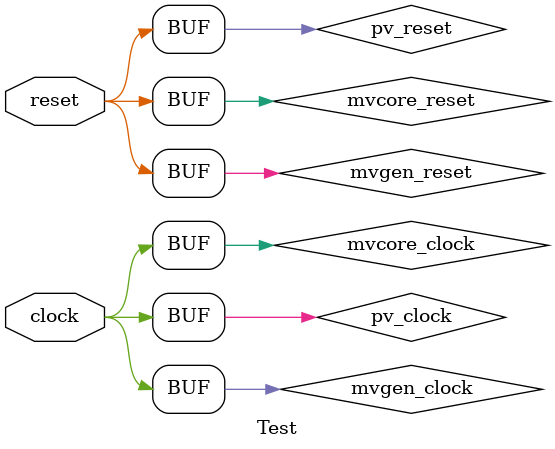
<source format=v>
module MVCoreGen( // @[:@3.2]
  input         clock, // @[:@4.4]
  input         reset, // @[:@5.4]
  output        io_inp_valid, // @[:@6.4]
  output [7:0]  io_inp_bits_0_0, // @[:@6.4]
  output [7:0]  io_inp_bits_0_1, // @[:@6.4]
  output [7:0]  io_inp_bits_0_2, // @[:@6.4]
  output [7:0]  io_inp_bits_0_3, // @[:@6.4]
  output [7:0]  io_inp_bits_0_4, // @[:@6.4]
  output [7:0]  io_inp_bits_0_5, // @[:@6.4]
  output [7:0]  io_inp_bits_0_6, // @[:@6.4]
  output [7:0]  io_inp_bits_0_7, // @[:@6.4]
  output [7:0]  io_inp_bits_0_8, // @[:@6.4]
  output [7:0]  io_inp_bits_0_9, // @[:@6.4]
  output [7:0]  io_inp_bits_0_10, // @[:@6.4]
  output [7:0]  io_inp_bits_0_11, // @[:@6.4]
  output [7:0]  io_inp_bits_0_12, // @[:@6.4]
  output [7:0]  io_inp_bits_0_13, // @[:@6.4]
  output [7:0]  io_inp_bits_0_14, // @[:@6.4]
  output [7:0]  io_inp_bits_0_15, // @[:@6.4]
  output        io_wgt_valid, // @[:@6.4]
  output [7:0]  io_wgt_bits_0_0, // @[:@6.4]
  output [7:0]  io_wgt_bits_0_1, // @[:@6.4]
  output [7:0]  io_wgt_bits_0_2, // @[:@6.4]
  output [7:0]  io_wgt_bits_0_3, // @[:@6.4]
  output [7:0]  io_wgt_bits_0_4, // @[:@6.4]
  output [7:0]  io_wgt_bits_0_5, // @[:@6.4]
  output [7:0]  io_wgt_bits_0_6, // @[:@6.4]
  output [7:0]  io_wgt_bits_0_7, // @[:@6.4]
  output [7:0]  io_wgt_bits_0_8, // @[:@6.4]
  output [7:0]  io_wgt_bits_0_9, // @[:@6.4]
  output [7:0]  io_wgt_bits_0_10, // @[:@6.4]
  output [7:0]  io_wgt_bits_0_11, // @[:@6.4]
  output [7:0]  io_wgt_bits_0_12, // @[:@6.4]
  output [7:0]  io_wgt_bits_0_13, // @[:@6.4]
  output [7:0]  io_wgt_bits_0_14, // @[:@6.4]
  output [7:0]  io_wgt_bits_0_15, // @[:@6.4]
  output [7:0]  io_wgt_bits_1_0, // @[:@6.4]
  output [7:0]  io_wgt_bits_1_1, // @[:@6.4]
  output [7:0]  io_wgt_bits_1_2, // @[:@6.4]
  output [7:0]  io_wgt_bits_1_3, // @[:@6.4]
  output [7:0]  io_wgt_bits_1_4, // @[:@6.4]
  output [7:0]  io_wgt_bits_1_5, // @[:@6.4]
  output [7:0]  io_wgt_bits_1_6, // @[:@6.4]
  output [7:0]  io_wgt_bits_1_7, // @[:@6.4]
  output [7:0]  io_wgt_bits_1_8, // @[:@6.4]
  output [7:0]  io_wgt_bits_1_9, // @[:@6.4]
  output [7:0]  io_wgt_bits_1_10, // @[:@6.4]
  output [7:0]  io_wgt_bits_1_11, // @[:@6.4]
  output [7:0]  io_wgt_bits_1_12, // @[:@6.4]
  output [7:0]  io_wgt_bits_1_13, // @[:@6.4]
  output [7:0]  io_wgt_bits_1_14, // @[:@6.4]
  output [7:0]  io_wgt_bits_1_15, // @[:@6.4]
  output [7:0]  io_wgt_bits_2_0, // @[:@6.4]
  output [7:0]  io_wgt_bits_2_1, // @[:@6.4]
  output [7:0]  io_wgt_bits_2_2, // @[:@6.4]
  output [7:0]  io_wgt_bits_2_3, // @[:@6.4]
  output [7:0]  io_wgt_bits_2_4, // @[:@6.4]
  output [7:0]  io_wgt_bits_2_5, // @[:@6.4]
  output [7:0]  io_wgt_bits_2_6, // @[:@6.4]
  output [7:0]  io_wgt_bits_2_7, // @[:@6.4]
  output [7:0]  io_wgt_bits_2_8, // @[:@6.4]
  output [7:0]  io_wgt_bits_2_9, // @[:@6.4]
  output [7:0]  io_wgt_bits_2_10, // @[:@6.4]
  output [7:0]  io_wgt_bits_2_11, // @[:@6.4]
  output [7:0]  io_wgt_bits_2_12, // @[:@6.4]
  output [7:0]  io_wgt_bits_2_13, // @[:@6.4]
  output [7:0]  io_wgt_bits_2_14, // @[:@6.4]
  output [7:0]  io_wgt_bits_2_15, // @[:@6.4]
  output [7:0]  io_wgt_bits_3_0, // @[:@6.4]
  output [7:0]  io_wgt_bits_3_1, // @[:@6.4]
  output [7:0]  io_wgt_bits_3_2, // @[:@6.4]
  output [7:0]  io_wgt_bits_3_3, // @[:@6.4]
  output [7:0]  io_wgt_bits_3_4, // @[:@6.4]
  output [7:0]  io_wgt_bits_3_5, // @[:@6.4]
  output [7:0]  io_wgt_bits_3_6, // @[:@6.4]
  output [7:0]  io_wgt_bits_3_7, // @[:@6.4]
  output [7:0]  io_wgt_bits_3_8, // @[:@6.4]
  output [7:0]  io_wgt_bits_3_9, // @[:@6.4]
  output [7:0]  io_wgt_bits_3_10, // @[:@6.4]
  output [7:0]  io_wgt_bits_3_11, // @[:@6.4]
  output [7:0]  io_wgt_bits_3_12, // @[:@6.4]
  output [7:0]  io_wgt_bits_3_13, // @[:@6.4]
  output [7:0]  io_wgt_bits_3_14, // @[:@6.4]
  output [7:0]  io_wgt_bits_3_15, // @[:@6.4]
  output [7:0]  io_wgt_bits_4_0, // @[:@6.4]
  output [7:0]  io_wgt_bits_4_1, // @[:@6.4]
  output [7:0]  io_wgt_bits_4_2, // @[:@6.4]
  output [7:0]  io_wgt_bits_4_3, // @[:@6.4]
  output [7:0]  io_wgt_bits_4_4, // @[:@6.4]
  output [7:0]  io_wgt_bits_4_5, // @[:@6.4]
  output [7:0]  io_wgt_bits_4_6, // @[:@6.4]
  output [7:0]  io_wgt_bits_4_7, // @[:@6.4]
  output [7:0]  io_wgt_bits_4_8, // @[:@6.4]
  output [7:0]  io_wgt_bits_4_9, // @[:@6.4]
  output [7:0]  io_wgt_bits_4_10, // @[:@6.4]
  output [7:0]  io_wgt_bits_4_11, // @[:@6.4]
  output [7:0]  io_wgt_bits_4_12, // @[:@6.4]
  output [7:0]  io_wgt_bits_4_13, // @[:@6.4]
  output [7:0]  io_wgt_bits_4_14, // @[:@6.4]
  output [7:0]  io_wgt_bits_4_15, // @[:@6.4]
  output [7:0]  io_wgt_bits_5_0, // @[:@6.4]
  output [7:0]  io_wgt_bits_5_1, // @[:@6.4]
  output [7:0]  io_wgt_bits_5_2, // @[:@6.4]
  output [7:0]  io_wgt_bits_5_3, // @[:@6.4]
  output [7:0]  io_wgt_bits_5_4, // @[:@6.4]
  output [7:0]  io_wgt_bits_5_5, // @[:@6.4]
  output [7:0]  io_wgt_bits_5_6, // @[:@6.4]
  output [7:0]  io_wgt_bits_5_7, // @[:@6.4]
  output [7:0]  io_wgt_bits_5_8, // @[:@6.4]
  output [7:0]  io_wgt_bits_5_9, // @[:@6.4]
  output [7:0]  io_wgt_bits_5_10, // @[:@6.4]
  output [7:0]  io_wgt_bits_5_11, // @[:@6.4]
  output [7:0]  io_wgt_bits_5_12, // @[:@6.4]
  output [7:0]  io_wgt_bits_5_13, // @[:@6.4]
  output [7:0]  io_wgt_bits_5_14, // @[:@6.4]
  output [7:0]  io_wgt_bits_5_15, // @[:@6.4]
  output [7:0]  io_wgt_bits_6_0, // @[:@6.4]
  output [7:0]  io_wgt_bits_6_1, // @[:@6.4]
  output [7:0]  io_wgt_bits_6_2, // @[:@6.4]
  output [7:0]  io_wgt_bits_6_3, // @[:@6.4]
  output [7:0]  io_wgt_bits_6_4, // @[:@6.4]
  output [7:0]  io_wgt_bits_6_5, // @[:@6.4]
  output [7:0]  io_wgt_bits_6_6, // @[:@6.4]
  output [7:0]  io_wgt_bits_6_7, // @[:@6.4]
  output [7:0]  io_wgt_bits_6_8, // @[:@6.4]
  output [7:0]  io_wgt_bits_6_9, // @[:@6.4]
  output [7:0]  io_wgt_bits_6_10, // @[:@6.4]
  output [7:0]  io_wgt_bits_6_11, // @[:@6.4]
  output [7:0]  io_wgt_bits_6_12, // @[:@6.4]
  output [7:0]  io_wgt_bits_6_13, // @[:@6.4]
  output [7:0]  io_wgt_bits_6_14, // @[:@6.4]
  output [7:0]  io_wgt_bits_6_15, // @[:@6.4]
  output [7:0]  io_wgt_bits_7_0, // @[:@6.4]
  output [7:0]  io_wgt_bits_7_1, // @[:@6.4]
  output [7:0]  io_wgt_bits_7_2, // @[:@6.4]
  output [7:0]  io_wgt_bits_7_3, // @[:@6.4]
  output [7:0]  io_wgt_bits_7_4, // @[:@6.4]
  output [7:0]  io_wgt_bits_7_5, // @[:@6.4]
  output [7:0]  io_wgt_bits_7_6, // @[:@6.4]
  output [7:0]  io_wgt_bits_7_7, // @[:@6.4]
  output [7:0]  io_wgt_bits_7_8, // @[:@6.4]
  output [7:0]  io_wgt_bits_7_9, // @[:@6.4]
  output [7:0]  io_wgt_bits_7_10, // @[:@6.4]
  output [7:0]  io_wgt_bits_7_11, // @[:@6.4]
  output [7:0]  io_wgt_bits_7_12, // @[:@6.4]
  output [7:0]  io_wgt_bits_7_13, // @[:@6.4]
  output [7:0]  io_wgt_bits_7_14, // @[:@6.4]
  output [7:0]  io_wgt_bits_7_15, // @[:@6.4]
  output [7:0]  io_wgt_bits_8_0, // @[:@6.4]
  output [7:0]  io_wgt_bits_8_1, // @[:@6.4]
  output [7:0]  io_wgt_bits_8_2, // @[:@6.4]
  output [7:0]  io_wgt_bits_8_3, // @[:@6.4]
  output [7:0]  io_wgt_bits_8_4, // @[:@6.4]
  output [7:0]  io_wgt_bits_8_5, // @[:@6.4]
  output [7:0]  io_wgt_bits_8_6, // @[:@6.4]
  output [7:0]  io_wgt_bits_8_7, // @[:@6.4]
  output [7:0]  io_wgt_bits_8_8, // @[:@6.4]
  output [7:0]  io_wgt_bits_8_9, // @[:@6.4]
  output [7:0]  io_wgt_bits_8_10, // @[:@6.4]
  output [7:0]  io_wgt_bits_8_11, // @[:@6.4]
  output [7:0]  io_wgt_bits_8_12, // @[:@6.4]
  output [7:0]  io_wgt_bits_8_13, // @[:@6.4]
  output [7:0]  io_wgt_bits_8_14, // @[:@6.4]
  output [7:0]  io_wgt_bits_8_15, // @[:@6.4]
  output [7:0]  io_wgt_bits_9_0, // @[:@6.4]
  output [7:0]  io_wgt_bits_9_1, // @[:@6.4]
  output [7:0]  io_wgt_bits_9_2, // @[:@6.4]
  output [7:0]  io_wgt_bits_9_3, // @[:@6.4]
  output [7:0]  io_wgt_bits_9_4, // @[:@6.4]
  output [7:0]  io_wgt_bits_9_5, // @[:@6.4]
  output [7:0]  io_wgt_bits_9_6, // @[:@6.4]
  output [7:0]  io_wgt_bits_9_7, // @[:@6.4]
  output [7:0]  io_wgt_bits_9_8, // @[:@6.4]
  output [7:0]  io_wgt_bits_9_9, // @[:@6.4]
  output [7:0]  io_wgt_bits_9_10, // @[:@6.4]
  output [7:0]  io_wgt_bits_9_11, // @[:@6.4]
  output [7:0]  io_wgt_bits_9_12, // @[:@6.4]
  output [7:0]  io_wgt_bits_9_13, // @[:@6.4]
  output [7:0]  io_wgt_bits_9_14, // @[:@6.4]
  output [7:0]  io_wgt_bits_9_15, // @[:@6.4]
  output [7:0]  io_wgt_bits_10_0, // @[:@6.4]
  output [7:0]  io_wgt_bits_10_1, // @[:@6.4]
  output [7:0]  io_wgt_bits_10_2, // @[:@6.4]
  output [7:0]  io_wgt_bits_10_3, // @[:@6.4]
  output [7:0]  io_wgt_bits_10_4, // @[:@6.4]
  output [7:0]  io_wgt_bits_10_5, // @[:@6.4]
  output [7:0]  io_wgt_bits_10_6, // @[:@6.4]
  output [7:0]  io_wgt_bits_10_7, // @[:@6.4]
  output [7:0]  io_wgt_bits_10_8, // @[:@6.4]
  output [7:0]  io_wgt_bits_10_9, // @[:@6.4]
  output [7:0]  io_wgt_bits_10_10, // @[:@6.4]
  output [7:0]  io_wgt_bits_10_11, // @[:@6.4]
  output [7:0]  io_wgt_bits_10_12, // @[:@6.4]
  output [7:0]  io_wgt_bits_10_13, // @[:@6.4]
  output [7:0]  io_wgt_bits_10_14, // @[:@6.4]
  output [7:0]  io_wgt_bits_10_15, // @[:@6.4]
  output [7:0]  io_wgt_bits_11_0, // @[:@6.4]
  output [7:0]  io_wgt_bits_11_1, // @[:@6.4]
  output [7:0]  io_wgt_bits_11_2, // @[:@6.4]
  output [7:0]  io_wgt_bits_11_3, // @[:@6.4]
  output [7:0]  io_wgt_bits_11_4, // @[:@6.4]
  output [7:0]  io_wgt_bits_11_5, // @[:@6.4]
  output [7:0]  io_wgt_bits_11_6, // @[:@6.4]
  output [7:0]  io_wgt_bits_11_7, // @[:@6.4]
  output [7:0]  io_wgt_bits_11_8, // @[:@6.4]
  output [7:0]  io_wgt_bits_11_9, // @[:@6.4]
  output [7:0]  io_wgt_bits_11_10, // @[:@6.4]
  output [7:0]  io_wgt_bits_11_11, // @[:@6.4]
  output [7:0]  io_wgt_bits_11_12, // @[:@6.4]
  output [7:0]  io_wgt_bits_11_13, // @[:@6.4]
  output [7:0]  io_wgt_bits_11_14, // @[:@6.4]
  output [7:0]  io_wgt_bits_11_15, // @[:@6.4]
  output [7:0]  io_wgt_bits_12_0, // @[:@6.4]
  output [7:0]  io_wgt_bits_12_1, // @[:@6.4]
  output [7:0]  io_wgt_bits_12_2, // @[:@6.4]
  output [7:0]  io_wgt_bits_12_3, // @[:@6.4]
  output [7:0]  io_wgt_bits_12_4, // @[:@6.4]
  output [7:0]  io_wgt_bits_12_5, // @[:@6.4]
  output [7:0]  io_wgt_bits_12_6, // @[:@6.4]
  output [7:0]  io_wgt_bits_12_7, // @[:@6.4]
  output [7:0]  io_wgt_bits_12_8, // @[:@6.4]
  output [7:0]  io_wgt_bits_12_9, // @[:@6.4]
  output [7:0]  io_wgt_bits_12_10, // @[:@6.4]
  output [7:0]  io_wgt_bits_12_11, // @[:@6.4]
  output [7:0]  io_wgt_bits_12_12, // @[:@6.4]
  output [7:0]  io_wgt_bits_12_13, // @[:@6.4]
  output [7:0]  io_wgt_bits_12_14, // @[:@6.4]
  output [7:0]  io_wgt_bits_12_15, // @[:@6.4]
  output [7:0]  io_wgt_bits_13_0, // @[:@6.4]
  output [7:0]  io_wgt_bits_13_1, // @[:@6.4]
  output [7:0]  io_wgt_bits_13_2, // @[:@6.4]
  output [7:0]  io_wgt_bits_13_3, // @[:@6.4]
  output [7:0]  io_wgt_bits_13_4, // @[:@6.4]
  output [7:0]  io_wgt_bits_13_5, // @[:@6.4]
  output [7:0]  io_wgt_bits_13_6, // @[:@6.4]
  output [7:0]  io_wgt_bits_13_7, // @[:@6.4]
  output [7:0]  io_wgt_bits_13_8, // @[:@6.4]
  output [7:0]  io_wgt_bits_13_9, // @[:@6.4]
  output [7:0]  io_wgt_bits_13_10, // @[:@6.4]
  output [7:0]  io_wgt_bits_13_11, // @[:@6.4]
  output [7:0]  io_wgt_bits_13_12, // @[:@6.4]
  output [7:0]  io_wgt_bits_13_13, // @[:@6.4]
  output [7:0]  io_wgt_bits_13_14, // @[:@6.4]
  output [7:0]  io_wgt_bits_13_15, // @[:@6.4]
  output [7:0]  io_wgt_bits_14_0, // @[:@6.4]
  output [7:0]  io_wgt_bits_14_1, // @[:@6.4]
  output [7:0]  io_wgt_bits_14_2, // @[:@6.4]
  output [7:0]  io_wgt_bits_14_3, // @[:@6.4]
  output [7:0]  io_wgt_bits_14_4, // @[:@6.4]
  output [7:0]  io_wgt_bits_14_5, // @[:@6.4]
  output [7:0]  io_wgt_bits_14_6, // @[:@6.4]
  output [7:0]  io_wgt_bits_14_7, // @[:@6.4]
  output [7:0]  io_wgt_bits_14_8, // @[:@6.4]
  output [7:0]  io_wgt_bits_14_9, // @[:@6.4]
  output [7:0]  io_wgt_bits_14_10, // @[:@6.4]
  output [7:0]  io_wgt_bits_14_11, // @[:@6.4]
  output [7:0]  io_wgt_bits_14_12, // @[:@6.4]
  output [7:0]  io_wgt_bits_14_13, // @[:@6.4]
  output [7:0]  io_wgt_bits_14_14, // @[:@6.4]
  output [7:0]  io_wgt_bits_14_15, // @[:@6.4]
  output [7:0]  io_wgt_bits_15_0, // @[:@6.4]
  output [7:0]  io_wgt_bits_15_1, // @[:@6.4]
  output [7:0]  io_wgt_bits_15_2, // @[:@6.4]
  output [7:0]  io_wgt_bits_15_3, // @[:@6.4]
  output [7:0]  io_wgt_bits_15_4, // @[:@6.4]
  output [7:0]  io_wgt_bits_15_5, // @[:@6.4]
  output [7:0]  io_wgt_bits_15_6, // @[:@6.4]
  output [7:0]  io_wgt_bits_15_7, // @[:@6.4]
  output [7:0]  io_wgt_bits_15_8, // @[:@6.4]
  output [7:0]  io_wgt_bits_15_9, // @[:@6.4]
  output [7:0]  io_wgt_bits_15_10, // @[:@6.4]
  output [7:0]  io_wgt_bits_15_11, // @[:@6.4]
  output [7:0]  io_wgt_bits_15_12, // @[:@6.4]
  output [7:0]  io_wgt_bits_15_13, // @[:@6.4]
  output [7:0]  io_wgt_bits_15_14, // @[:@6.4]
  output [7:0]  io_wgt_bits_15_15, // @[:@6.4]
  output        io_acc_i_valid, // @[:@6.4]
  output [31:0] io_acc_i_bits_0_0, // @[:@6.4]
  output [31:0] io_acc_i_bits_0_1, // @[:@6.4]
  output [31:0] io_acc_i_bits_0_2, // @[:@6.4]
  output [31:0] io_acc_i_bits_0_3, // @[:@6.4]
  output [31:0] io_acc_i_bits_0_4, // @[:@6.4]
  output [31:0] io_acc_i_bits_0_5, // @[:@6.4]
  output [31:0] io_acc_i_bits_0_6, // @[:@6.4]
  output [31:0] io_acc_i_bits_0_7, // @[:@6.4]
  output [31:0] io_acc_i_bits_0_8, // @[:@6.4]
  output [31:0] io_acc_i_bits_0_9, // @[:@6.4]
  output [31:0] io_acc_i_bits_0_10, // @[:@6.4]
  output [31:0] io_acc_i_bits_0_11, // @[:@6.4]
  output [31:0] io_acc_i_bits_0_12, // @[:@6.4]
  output [31:0] io_acc_i_bits_0_13, // @[:@6.4]
  output [31:0] io_acc_i_bits_0_14, // @[:@6.4]
  output [31:0] io_acc_i_bits_0_15 // @[:@6.4]
);
  reg [7:0] value; // @[Counter.scala 26:33:@8.4]
  reg [31:0] _RAND_0;
  wire [8:0] _T_3077; // @[Counter.scala 35:22:@11.6]
  wire [7:0] _T_3078; // @[Counter.scala 35:22:@12.6]
  wire  _T_3377; // @[Test.scala 45:11:@312.6]
  wire [7:0] _T_3378; // @[Test.scala 47:40:@316.6]
  wire [7:0] _T_3382; // @[Test.scala 47:40:@322.6]
  wire [7:0] _T_3386; // @[Test.scala 47:40:@328.6]
  wire [7:0] _T_3390; // @[Test.scala 47:40:@334.6]
  wire [7:0] _T_3394; // @[Test.scala 47:40:@340.6]
  wire [7:0] _T_3398; // @[Test.scala 47:40:@346.6]
  wire [7:0] _T_3402; // @[Test.scala 47:40:@352.6]
  wire [7:0] _T_3406; // @[Test.scala 47:40:@358.6]
  wire [7:0] _T_3410; // @[Test.scala 47:40:@364.6]
  wire [7:0] _T_3414; // @[Test.scala 47:40:@370.6]
  wire [7:0] _T_3418; // @[Test.scala 47:40:@376.6]
  wire [7:0] _T_3422; // @[Test.scala 47:40:@382.6]
  wire [7:0] _T_3426; // @[Test.scala 47:40:@388.6]
  wire [7:0] _T_3430; // @[Test.scala 47:40:@394.6]
  wire [7:0] _T_3434; // @[Test.scala 47:40:@400.6]
  wire [7:0] _T_3438; // @[Test.scala 47:40:@406.6]
  wire [7:0] _T_3448; // @[Test.scala 53:42:@422.6]
  wire [7:0] _T_3452; // @[Test.scala 53:42:@428.6]
  wire [7:0] _T_3456; // @[Test.scala 53:42:@434.6]
  wire [7:0] _T_3460; // @[Test.scala 53:42:@440.6]
  wire [7:0] _T_3464; // @[Test.scala 53:42:@446.6]
  wire [7:0] _T_3468; // @[Test.scala 53:42:@452.6]
  wire [7:0] _T_3472; // @[Test.scala 53:42:@458.6]
  wire [7:0] _T_3476; // @[Test.scala 53:42:@464.6]
  wire [7:0] _T_3480; // @[Test.scala 53:42:@470.6]
  wire [7:0] _T_3484; // @[Test.scala 53:42:@476.6]
  wire [7:0] _T_3488; // @[Test.scala 53:42:@482.6]
  wire [7:0] _T_3492; // @[Test.scala 53:42:@488.6]
  wire [7:0] _T_3496; // @[Test.scala 53:42:@494.6]
  wire [7:0] _T_3500; // @[Test.scala 53:42:@500.6]
  wire [7:0] _T_3504; // @[Test.scala 53:42:@506.6]
  wire [7:0] _T_3508; // @[Test.scala 53:42:@512.6]
  wire [7:0] _T_3515; // @[Test.scala 53:42:@523.6]
  wire [7:0] _T_3519; // @[Test.scala 53:42:@529.6]
  wire [7:0] _T_3523; // @[Test.scala 53:42:@535.6]
  wire [7:0] _T_3527; // @[Test.scala 53:42:@541.6]
  wire [7:0] _T_3531; // @[Test.scala 53:42:@547.6]
  wire [7:0] _T_3535; // @[Test.scala 53:42:@553.6]
  wire [7:0] _T_3539; // @[Test.scala 53:42:@559.6]
  wire [7:0] _T_3543; // @[Test.scala 53:42:@565.6]
  wire [7:0] _T_3547; // @[Test.scala 53:42:@571.6]
  wire [7:0] _T_3551; // @[Test.scala 53:42:@577.6]
  wire [7:0] _T_3555; // @[Test.scala 53:42:@583.6]
  wire [7:0] _T_3559; // @[Test.scala 53:42:@589.6]
  wire [7:0] _T_3563; // @[Test.scala 53:42:@595.6]
  wire [7:0] _T_3567; // @[Test.scala 53:42:@601.6]
  wire [7:0] _T_3571; // @[Test.scala 53:42:@607.6]
  wire [7:0] _T_3575; // @[Test.scala 53:42:@613.6]
  wire [7:0] _T_3582; // @[Test.scala 53:42:@624.6]
  wire [7:0] _T_3586; // @[Test.scala 53:42:@630.6]
  wire [7:0] _T_3590; // @[Test.scala 53:42:@636.6]
  wire [7:0] _T_3594; // @[Test.scala 53:42:@642.6]
  wire [7:0] _T_3598; // @[Test.scala 53:42:@648.6]
  wire [7:0] _T_3602; // @[Test.scala 53:42:@654.6]
  wire [7:0] _T_3606; // @[Test.scala 53:42:@660.6]
  wire [7:0] _T_3610; // @[Test.scala 53:42:@666.6]
  wire [7:0] _T_3614; // @[Test.scala 53:42:@672.6]
  wire [7:0] _T_3618; // @[Test.scala 53:42:@678.6]
  wire [7:0] _T_3622; // @[Test.scala 53:42:@684.6]
  wire [7:0] _T_3626; // @[Test.scala 53:42:@690.6]
  wire [7:0] _T_3630; // @[Test.scala 53:42:@696.6]
  wire [7:0] _T_3634; // @[Test.scala 53:42:@702.6]
  wire [7:0] _T_3638; // @[Test.scala 53:42:@708.6]
  wire [7:0] _T_3642; // @[Test.scala 53:42:@714.6]
  wire [7:0] _T_3649; // @[Test.scala 53:42:@725.6]
  wire [7:0] _T_3653; // @[Test.scala 53:42:@731.6]
  wire [7:0] _T_3657; // @[Test.scala 53:42:@737.6]
  wire [7:0] _T_3661; // @[Test.scala 53:42:@743.6]
  wire [7:0] _T_3665; // @[Test.scala 53:42:@749.6]
  wire [7:0] _T_3669; // @[Test.scala 53:42:@755.6]
  wire [7:0] _T_3673; // @[Test.scala 53:42:@761.6]
  wire [7:0] _T_3677; // @[Test.scala 53:42:@767.6]
  wire [7:0] _T_3681; // @[Test.scala 53:42:@773.6]
  wire [7:0] _T_3685; // @[Test.scala 53:42:@779.6]
  wire [7:0] _T_3689; // @[Test.scala 53:42:@785.6]
  wire [7:0] _T_3693; // @[Test.scala 53:42:@791.6]
  wire [7:0] _T_3697; // @[Test.scala 53:42:@797.6]
  wire [7:0] _T_3701; // @[Test.scala 53:42:@803.6]
  wire [7:0] _T_3705; // @[Test.scala 53:42:@809.6]
  wire [7:0] _T_3709; // @[Test.scala 53:42:@815.6]
  wire [7:0] _T_3716; // @[Test.scala 53:42:@826.6]
  wire [7:0] _T_3720; // @[Test.scala 53:42:@832.6]
  wire [7:0] _T_3724; // @[Test.scala 53:42:@838.6]
  wire [7:0] _T_3728; // @[Test.scala 53:42:@844.6]
  wire [7:0] _T_3732; // @[Test.scala 53:42:@850.6]
  wire [7:0] _T_3736; // @[Test.scala 53:42:@856.6]
  wire [7:0] _T_3740; // @[Test.scala 53:42:@862.6]
  wire [7:0] _T_3744; // @[Test.scala 53:42:@868.6]
  wire [7:0] _T_3748; // @[Test.scala 53:42:@874.6]
  wire [7:0] _T_3752; // @[Test.scala 53:42:@880.6]
  wire [7:0] _T_3756; // @[Test.scala 53:42:@886.6]
  wire [7:0] _T_3760; // @[Test.scala 53:42:@892.6]
  wire [7:0] _T_3764; // @[Test.scala 53:42:@898.6]
  wire [7:0] _T_3768; // @[Test.scala 53:42:@904.6]
  wire [7:0] _T_3772; // @[Test.scala 53:42:@910.6]
  wire [7:0] _T_3776; // @[Test.scala 53:42:@916.6]
  wire [7:0] _T_3783; // @[Test.scala 53:42:@927.6]
  wire [7:0] _T_3787; // @[Test.scala 53:42:@933.6]
  wire [7:0] _T_3791; // @[Test.scala 53:42:@939.6]
  wire [7:0] _T_3795; // @[Test.scala 53:42:@945.6]
  wire [7:0] _T_3799; // @[Test.scala 53:42:@951.6]
  wire [7:0] _T_3803; // @[Test.scala 53:42:@957.6]
  wire [7:0] _T_3807; // @[Test.scala 53:42:@963.6]
  wire [7:0] _T_3811; // @[Test.scala 53:42:@969.6]
  wire [7:0] _T_3815; // @[Test.scala 53:42:@975.6]
  wire [7:0] _T_3819; // @[Test.scala 53:42:@981.6]
  wire [7:0] _T_3823; // @[Test.scala 53:42:@987.6]
  wire [7:0] _T_3827; // @[Test.scala 53:42:@993.6]
  wire [7:0] _T_3831; // @[Test.scala 53:42:@999.6]
  wire [7:0] _T_3835; // @[Test.scala 53:42:@1005.6]
  wire [7:0] _T_3839; // @[Test.scala 53:42:@1011.6]
  wire [7:0] _T_3843; // @[Test.scala 53:42:@1017.6]
  wire [7:0] _T_3850; // @[Test.scala 53:42:@1028.6]
  wire [7:0] _T_3854; // @[Test.scala 53:42:@1034.6]
  wire [7:0] _T_3858; // @[Test.scala 53:42:@1040.6]
  wire [7:0] _T_3862; // @[Test.scala 53:42:@1046.6]
  wire [7:0] _T_3866; // @[Test.scala 53:42:@1052.6]
  wire [7:0] _T_3870; // @[Test.scala 53:42:@1058.6]
  wire [7:0] _T_3874; // @[Test.scala 53:42:@1064.6]
  wire [7:0] _T_3878; // @[Test.scala 53:42:@1070.6]
  wire [7:0] _T_3882; // @[Test.scala 53:42:@1076.6]
  wire [7:0] _T_3886; // @[Test.scala 53:42:@1082.6]
  wire [7:0] _T_3890; // @[Test.scala 53:42:@1088.6]
  wire [7:0] _T_3894; // @[Test.scala 53:42:@1094.6]
  wire [7:0] _T_3898; // @[Test.scala 53:42:@1100.6]
  wire [7:0] _T_3902; // @[Test.scala 53:42:@1106.6]
  wire [7:0] _T_3906; // @[Test.scala 53:42:@1112.6]
  wire [7:0] _T_3910; // @[Test.scala 53:42:@1118.6]
  wire [7:0] _T_3917; // @[Test.scala 53:42:@1129.6]
  wire [7:0] _T_3921; // @[Test.scala 53:42:@1135.6]
  wire [7:0] _T_3925; // @[Test.scala 53:42:@1141.6]
  wire [7:0] _T_3929; // @[Test.scala 53:42:@1147.6]
  wire [7:0] _T_3933; // @[Test.scala 53:42:@1153.6]
  wire [7:0] _T_3937; // @[Test.scala 53:42:@1159.6]
  wire [7:0] _T_3941; // @[Test.scala 53:42:@1165.6]
  wire [7:0] _T_3945; // @[Test.scala 53:42:@1171.6]
  wire [7:0] _T_3949; // @[Test.scala 53:42:@1177.6]
  wire [7:0] _T_3953; // @[Test.scala 53:42:@1183.6]
  wire [7:0] _T_3957; // @[Test.scala 53:42:@1189.6]
  wire [7:0] _T_3961; // @[Test.scala 53:42:@1195.6]
  wire [7:0] _T_3965; // @[Test.scala 53:42:@1201.6]
  wire [7:0] _T_3969; // @[Test.scala 53:42:@1207.6]
  wire [7:0] _T_3973; // @[Test.scala 53:42:@1213.6]
  wire [7:0] _T_3977; // @[Test.scala 53:42:@1219.6]
  wire [7:0] _T_3984; // @[Test.scala 53:42:@1230.6]
  wire [7:0] _T_3988; // @[Test.scala 53:42:@1236.6]
  wire [7:0] _T_3992; // @[Test.scala 53:42:@1242.6]
  wire [7:0] _T_3996; // @[Test.scala 53:42:@1248.6]
  wire [7:0] _T_4000; // @[Test.scala 53:42:@1254.6]
  wire [7:0] _T_4004; // @[Test.scala 53:42:@1260.6]
  wire [7:0] _T_4008; // @[Test.scala 53:42:@1266.6]
  wire [7:0] _T_4012; // @[Test.scala 53:42:@1272.6]
  wire [7:0] _T_4016; // @[Test.scala 53:42:@1278.6]
  wire [7:0] _T_4020; // @[Test.scala 53:42:@1284.6]
  wire [7:0] _T_4024; // @[Test.scala 53:42:@1290.6]
  wire [7:0] _T_4028; // @[Test.scala 53:42:@1296.6]
  wire [7:0] _T_4032; // @[Test.scala 53:42:@1302.6]
  wire [7:0] _T_4036; // @[Test.scala 53:42:@1308.6]
  wire [7:0] _T_4040; // @[Test.scala 53:42:@1314.6]
  wire [7:0] _T_4044; // @[Test.scala 53:42:@1320.6]
  wire [7:0] _T_4051; // @[Test.scala 53:42:@1331.6]
  wire [7:0] _T_4055; // @[Test.scala 53:42:@1337.6]
  wire [7:0] _T_4059; // @[Test.scala 53:42:@1343.6]
  wire [7:0] _T_4063; // @[Test.scala 53:42:@1349.6]
  wire [7:0] _T_4067; // @[Test.scala 53:42:@1355.6]
  wire [7:0] _T_4071; // @[Test.scala 53:42:@1361.6]
  wire [7:0] _T_4075; // @[Test.scala 53:42:@1367.6]
  wire [7:0] _T_4079; // @[Test.scala 53:42:@1373.6]
  wire [7:0] _T_4083; // @[Test.scala 53:42:@1379.6]
  wire [7:0] _T_4087; // @[Test.scala 53:42:@1385.6]
  wire [7:0] _T_4091; // @[Test.scala 53:42:@1391.6]
  wire [7:0] _T_4095; // @[Test.scala 53:42:@1397.6]
  wire [7:0] _T_4099; // @[Test.scala 53:42:@1403.6]
  wire [7:0] _T_4103; // @[Test.scala 53:42:@1409.6]
  wire [7:0] _T_4107; // @[Test.scala 53:42:@1415.6]
  wire [7:0] _T_4111; // @[Test.scala 53:42:@1421.6]
  wire [7:0] _T_4118; // @[Test.scala 53:42:@1432.6]
  wire [7:0] _T_4122; // @[Test.scala 53:42:@1438.6]
  wire [7:0] _T_4126; // @[Test.scala 53:42:@1444.6]
  wire [7:0] _T_4130; // @[Test.scala 53:42:@1450.6]
  wire [7:0] _T_4134; // @[Test.scala 53:42:@1456.6]
  wire [7:0] _T_4138; // @[Test.scala 53:42:@1462.6]
  wire [7:0] _T_4142; // @[Test.scala 53:42:@1468.6]
  wire [7:0] _T_4146; // @[Test.scala 53:42:@1474.6]
  wire [7:0] _T_4150; // @[Test.scala 53:42:@1480.6]
  wire [7:0] _T_4154; // @[Test.scala 53:42:@1486.6]
  wire [7:0] _T_4158; // @[Test.scala 53:42:@1492.6]
  wire [7:0] _T_4162; // @[Test.scala 53:42:@1498.6]
  wire [7:0] _T_4166; // @[Test.scala 53:42:@1504.6]
  wire [7:0] _T_4170; // @[Test.scala 53:42:@1510.6]
  wire [7:0] _T_4174; // @[Test.scala 53:42:@1516.6]
  wire [7:0] _T_4178; // @[Test.scala 53:42:@1522.6]
  wire [7:0] _T_4185; // @[Test.scala 53:42:@1533.6]
  wire [7:0] _T_4189; // @[Test.scala 53:42:@1539.6]
  wire [7:0] _T_4193; // @[Test.scala 53:42:@1545.6]
  wire [7:0] _T_4197; // @[Test.scala 53:42:@1551.6]
  wire [7:0] _T_4201; // @[Test.scala 53:42:@1557.6]
  wire [7:0] _T_4205; // @[Test.scala 53:42:@1563.6]
  wire [7:0] _T_4209; // @[Test.scala 53:42:@1569.6]
  wire [7:0] _T_4213; // @[Test.scala 53:42:@1575.6]
  wire [7:0] _T_4217; // @[Test.scala 53:42:@1581.6]
  wire [7:0] _T_4221; // @[Test.scala 53:42:@1587.6]
  wire [7:0] _T_4225; // @[Test.scala 53:42:@1593.6]
  wire [7:0] _T_4229; // @[Test.scala 53:42:@1599.6]
  wire [7:0] _T_4233; // @[Test.scala 53:42:@1605.6]
  wire [7:0] _T_4237; // @[Test.scala 53:42:@1611.6]
  wire [7:0] _T_4241; // @[Test.scala 53:42:@1617.6]
  wire [7:0] _T_4245; // @[Test.scala 53:42:@1623.6]
  wire [7:0] _T_4252; // @[Test.scala 53:42:@1634.6]
  wire [7:0] _T_4256; // @[Test.scala 53:42:@1640.6]
  wire [7:0] _T_4260; // @[Test.scala 53:42:@1646.6]
  wire [7:0] _T_4264; // @[Test.scala 53:42:@1652.6]
  wire [7:0] _T_4268; // @[Test.scala 53:42:@1658.6]
  wire [7:0] _T_4272; // @[Test.scala 53:42:@1664.6]
  wire [7:0] _T_4276; // @[Test.scala 53:42:@1670.6]
  wire [7:0] _T_4280; // @[Test.scala 53:42:@1676.6]
  wire [7:0] _T_4284; // @[Test.scala 53:42:@1682.6]
  wire [7:0] _T_4288; // @[Test.scala 53:42:@1688.6]
  wire [7:0] _T_4292; // @[Test.scala 53:42:@1694.6]
  wire [7:0] _T_4296; // @[Test.scala 53:42:@1700.6]
  wire [7:0] _T_4300; // @[Test.scala 53:42:@1706.6]
  wire [7:0] _T_4304; // @[Test.scala 53:42:@1712.6]
  wire [7:0] _T_4308; // @[Test.scala 53:42:@1718.6]
  wire [7:0] _T_4312; // @[Test.scala 53:42:@1724.6]
  wire [7:0] _T_4319; // @[Test.scala 53:42:@1735.6]
  wire [7:0] _T_4323; // @[Test.scala 53:42:@1741.6]
  wire [7:0] _T_4327; // @[Test.scala 53:42:@1747.6]
  wire [7:0] _T_4331; // @[Test.scala 53:42:@1753.6]
  wire [7:0] _T_4335; // @[Test.scala 53:42:@1759.6]
  wire [7:0] _T_4339; // @[Test.scala 53:42:@1765.6]
  wire [7:0] _T_4343; // @[Test.scala 53:42:@1771.6]
  wire [7:0] _T_4347; // @[Test.scala 53:42:@1777.6]
  wire [7:0] _T_4351; // @[Test.scala 53:42:@1783.6]
  wire [7:0] _T_4355; // @[Test.scala 53:42:@1789.6]
  wire [7:0] _T_4359; // @[Test.scala 53:42:@1795.6]
  wire [7:0] _T_4363; // @[Test.scala 53:42:@1801.6]
  wire [7:0] _T_4367; // @[Test.scala 53:42:@1807.6]
  wire [7:0] _T_4371; // @[Test.scala 53:42:@1813.6]
  wire [7:0] _T_4375; // @[Test.scala 53:42:@1819.6]
  wire [7:0] _T_4379; // @[Test.scala 53:42:@1825.6]
  wire [7:0] _T_4386; // @[Test.scala 53:42:@1836.6]
  wire [7:0] _T_4390; // @[Test.scala 53:42:@1842.6]
  wire [7:0] _T_4394; // @[Test.scala 53:42:@1848.6]
  wire [7:0] _T_4398; // @[Test.scala 53:42:@1854.6]
  wire [7:0] _T_4402; // @[Test.scala 53:42:@1860.6]
  wire [7:0] _T_4406; // @[Test.scala 53:42:@1866.6]
  wire [7:0] _T_4410; // @[Test.scala 53:42:@1872.6]
  wire [7:0] _T_4414; // @[Test.scala 53:42:@1878.6]
  wire [7:0] _T_4418; // @[Test.scala 53:42:@1884.6]
  wire [7:0] _T_4422; // @[Test.scala 53:42:@1890.6]
  wire [7:0] _T_4426; // @[Test.scala 53:42:@1896.6]
  wire [7:0] _T_4430; // @[Test.scala 53:42:@1902.6]
  wire [7:0] _T_4434; // @[Test.scala 53:42:@1908.6]
  wire [7:0] _T_4438; // @[Test.scala 53:42:@1914.6]
  wire [7:0] _T_4442; // @[Test.scala 53:42:@1920.6]
  wire [7:0] _T_4446; // @[Test.scala 53:42:@1926.6]
  wire [7:0] _T_4453; // @[Test.scala 53:42:@1937.6]
  wire [7:0] _T_4457; // @[Test.scala 53:42:@1943.6]
  wire [7:0] _T_4461; // @[Test.scala 53:42:@1949.6]
  wire [7:0] _T_4465; // @[Test.scala 53:42:@1955.6]
  wire [7:0] _T_4469; // @[Test.scala 53:42:@1961.6]
  wire [7:0] _T_4473; // @[Test.scala 53:42:@1967.6]
  wire [7:0] _T_4477; // @[Test.scala 53:42:@1973.6]
  wire [7:0] _T_4481; // @[Test.scala 53:42:@1979.6]
  wire [7:0] _T_4485; // @[Test.scala 53:42:@1985.6]
  wire [7:0] _T_4489; // @[Test.scala 53:42:@1991.6]
  wire [7:0] _T_4493; // @[Test.scala 53:42:@1997.6]
  wire [7:0] _T_4497; // @[Test.scala 53:42:@2003.6]
  wire [7:0] _T_4501; // @[Test.scala 53:42:@2009.6]
  wire [7:0] _T_4505; // @[Test.scala 53:42:@2015.6]
  wire [7:0] _T_4509; // @[Test.scala 53:42:@2021.6]
  wire [7:0] _T_4513; // @[Test.scala 53:42:@2027.6]
  wire [31:0] _T_4526; // @[Test.scala 60:42:@2048.6]
  wire [31:0] _T_4530; // @[Test.scala 60:42:@2054.6]
  wire [31:0] _T_4534; // @[Test.scala 60:42:@2060.6]
  wire [31:0] _T_4538; // @[Test.scala 60:42:@2066.6]
  wire [31:0] _T_4542; // @[Test.scala 60:42:@2072.6]
  wire [31:0] _T_4546; // @[Test.scala 60:42:@2078.6]
  wire [31:0] _T_4550; // @[Test.scala 60:42:@2084.6]
  wire [31:0] _T_4554; // @[Test.scala 60:42:@2090.6]
  wire [31:0] _T_4558; // @[Test.scala 60:42:@2096.6]
  wire [31:0] _T_4562; // @[Test.scala 60:42:@2102.6]
  wire [31:0] _T_4566; // @[Test.scala 60:42:@2108.6]
  wire [31:0] _T_4570; // @[Test.scala 60:42:@2114.6]
  wire [31:0] _T_4574; // @[Test.scala 60:42:@2120.6]
  wire [31:0] _T_4578; // @[Test.scala 60:42:@2126.6]
  wire [31:0] _T_4582; // @[Test.scala 60:42:@2132.6]
  wire [31:0] _T_4586; // @[Test.scala 60:42:@2138.6]
  assign _T_3077 = value + 8'h1; // @[Counter.scala 35:22:@11.6]
  assign _T_3078 = value + 8'h1; // @[Counter.scala 35:22:@12.6]
  assign _T_3377 = reset == 1'h0; // @[Test.scala 45:11:@312.6]
  assign _T_3378 = $signed(io_inp_bits_0_0); // @[Test.scala 47:40:@316.6]
  assign _T_3382 = $signed(io_inp_bits_0_1); // @[Test.scala 47:40:@322.6]
  assign _T_3386 = $signed(io_inp_bits_0_2); // @[Test.scala 47:40:@328.6]
  assign _T_3390 = $signed(io_inp_bits_0_3); // @[Test.scala 47:40:@334.6]
  assign _T_3394 = $signed(io_inp_bits_0_4); // @[Test.scala 47:40:@340.6]
  assign _T_3398 = $signed(io_inp_bits_0_5); // @[Test.scala 47:40:@346.6]
  assign _T_3402 = $signed(io_inp_bits_0_6); // @[Test.scala 47:40:@352.6]
  assign _T_3406 = $signed(io_inp_bits_0_7); // @[Test.scala 47:40:@358.6]
  assign _T_3410 = $signed(io_inp_bits_0_8); // @[Test.scala 47:40:@364.6]
  assign _T_3414 = $signed(io_inp_bits_0_9); // @[Test.scala 47:40:@370.6]
  assign _T_3418 = $signed(io_inp_bits_0_10); // @[Test.scala 47:40:@376.6]
  assign _T_3422 = $signed(io_inp_bits_0_11); // @[Test.scala 47:40:@382.6]
  assign _T_3426 = $signed(io_inp_bits_0_12); // @[Test.scala 47:40:@388.6]
  assign _T_3430 = $signed(io_inp_bits_0_13); // @[Test.scala 47:40:@394.6]
  assign _T_3434 = $signed(io_inp_bits_0_14); // @[Test.scala 47:40:@400.6]
  assign _T_3438 = $signed(io_inp_bits_0_15); // @[Test.scala 47:40:@406.6]
  assign _T_3448 = $signed(io_wgt_bits_0_0); // @[Test.scala 53:42:@422.6]
  assign _T_3452 = $signed(io_wgt_bits_0_1); // @[Test.scala 53:42:@428.6]
  assign _T_3456 = $signed(io_wgt_bits_0_2); // @[Test.scala 53:42:@434.6]
  assign _T_3460 = $signed(io_wgt_bits_0_3); // @[Test.scala 53:42:@440.6]
  assign _T_3464 = $signed(io_wgt_bits_0_4); // @[Test.scala 53:42:@446.6]
  assign _T_3468 = $signed(io_wgt_bits_0_5); // @[Test.scala 53:42:@452.6]
  assign _T_3472 = $signed(io_wgt_bits_0_6); // @[Test.scala 53:42:@458.6]
  assign _T_3476 = $signed(io_wgt_bits_0_7); // @[Test.scala 53:42:@464.6]
  assign _T_3480 = $signed(io_wgt_bits_0_8); // @[Test.scala 53:42:@470.6]
  assign _T_3484 = $signed(io_wgt_bits_0_9); // @[Test.scala 53:42:@476.6]
  assign _T_3488 = $signed(io_wgt_bits_0_10); // @[Test.scala 53:42:@482.6]
  assign _T_3492 = $signed(io_wgt_bits_0_11); // @[Test.scala 53:42:@488.6]
  assign _T_3496 = $signed(io_wgt_bits_0_12); // @[Test.scala 53:42:@494.6]
  assign _T_3500 = $signed(io_wgt_bits_0_13); // @[Test.scala 53:42:@500.6]
  assign _T_3504 = $signed(io_wgt_bits_0_14); // @[Test.scala 53:42:@506.6]
  assign _T_3508 = $signed(io_wgt_bits_0_15); // @[Test.scala 53:42:@512.6]
  assign _T_3515 = $signed(io_wgt_bits_1_0); // @[Test.scala 53:42:@523.6]
  assign _T_3519 = $signed(io_wgt_bits_1_1); // @[Test.scala 53:42:@529.6]
  assign _T_3523 = $signed(io_wgt_bits_1_2); // @[Test.scala 53:42:@535.6]
  assign _T_3527 = $signed(io_wgt_bits_1_3); // @[Test.scala 53:42:@541.6]
  assign _T_3531 = $signed(io_wgt_bits_1_4); // @[Test.scala 53:42:@547.6]
  assign _T_3535 = $signed(io_wgt_bits_1_5); // @[Test.scala 53:42:@553.6]
  assign _T_3539 = $signed(io_wgt_bits_1_6); // @[Test.scala 53:42:@559.6]
  assign _T_3543 = $signed(io_wgt_bits_1_7); // @[Test.scala 53:42:@565.6]
  assign _T_3547 = $signed(io_wgt_bits_1_8); // @[Test.scala 53:42:@571.6]
  assign _T_3551 = $signed(io_wgt_bits_1_9); // @[Test.scala 53:42:@577.6]
  assign _T_3555 = $signed(io_wgt_bits_1_10); // @[Test.scala 53:42:@583.6]
  assign _T_3559 = $signed(io_wgt_bits_1_11); // @[Test.scala 53:42:@589.6]
  assign _T_3563 = $signed(io_wgt_bits_1_12); // @[Test.scala 53:42:@595.6]
  assign _T_3567 = $signed(io_wgt_bits_1_13); // @[Test.scala 53:42:@601.6]
  assign _T_3571 = $signed(io_wgt_bits_1_14); // @[Test.scala 53:42:@607.6]
  assign _T_3575 = $signed(io_wgt_bits_1_15); // @[Test.scala 53:42:@613.6]
  assign _T_3582 = $signed(io_wgt_bits_2_0); // @[Test.scala 53:42:@624.6]
  assign _T_3586 = $signed(io_wgt_bits_2_1); // @[Test.scala 53:42:@630.6]
  assign _T_3590 = $signed(io_wgt_bits_2_2); // @[Test.scala 53:42:@636.6]
  assign _T_3594 = $signed(io_wgt_bits_2_3); // @[Test.scala 53:42:@642.6]
  assign _T_3598 = $signed(io_wgt_bits_2_4); // @[Test.scala 53:42:@648.6]
  assign _T_3602 = $signed(io_wgt_bits_2_5); // @[Test.scala 53:42:@654.6]
  assign _T_3606 = $signed(io_wgt_bits_2_6); // @[Test.scala 53:42:@660.6]
  assign _T_3610 = $signed(io_wgt_bits_2_7); // @[Test.scala 53:42:@666.6]
  assign _T_3614 = $signed(io_wgt_bits_2_8); // @[Test.scala 53:42:@672.6]
  assign _T_3618 = $signed(io_wgt_bits_2_9); // @[Test.scala 53:42:@678.6]
  assign _T_3622 = $signed(io_wgt_bits_2_10); // @[Test.scala 53:42:@684.6]
  assign _T_3626 = $signed(io_wgt_bits_2_11); // @[Test.scala 53:42:@690.6]
  assign _T_3630 = $signed(io_wgt_bits_2_12); // @[Test.scala 53:42:@696.6]
  assign _T_3634 = $signed(io_wgt_bits_2_13); // @[Test.scala 53:42:@702.6]
  assign _T_3638 = $signed(io_wgt_bits_2_14); // @[Test.scala 53:42:@708.6]
  assign _T_3642 = $signed(io_wgt_bits_2_15); // @[Test.scala 53:42:@714.6]
  assign _T_3649 = $signed(io_wgt_bits_3_0); // @[Test.scala 53:42:@725.6]
  assign _T_3653 = $signed(io_wgt_bits_3_1); // @[Test.scala 53:42:@731.6]
  assign _T_3657 = $signed(io_wgt_bits_3_2); // @[Test.scala 53:42:@737.6]
  assign _T_3661 = $signed(io_wgt_bits_3_3); // @[Test.scala 53:42:@743.6]
  assign _T_3665 = $signed(io_wgt_bits_3_4); // @[Test.scala 53:42:@749.6]
  assign _T_3669 = $signed(io_wgt_bits_3_5); // @[Test.scala 53:42:@755.6]
  assign _T_3673 = $signed(io_wgt_bits_3_6); // @[Test.scala 53:42:@761.6]
  assign _T_3677 = $signed(io_wgt_bits_3_7); // @[Test.scala 53:42:@767.6]
  assign _T_3681 = $signed(io_wgt_bits_3_8); // @[Test.scala 53:42:@773.6]
  assign _T_3685 = $signed(io_wgt_bits_3_9); // @[Test.scala 53:42:@779.6]
  assign _T_3689 = $signed(io_wgt_bits_3_10); // @[Test.scala 53:42:@785.6]
  assign _T_3693 = $signed(io_wgt_bits_3_11); // @[Test.scala 53:42:@791.6]
  assign _T_3697 = $signed(io_wgt_bits_3_12); // @[Test.scala 53:42:@797.6]
  assign _T_3701 = $signed(io_wgt_bits_3_13); // @[Test.scala 53:42:@803.6]
  assign _T_3705 = $signed(io_wgt_bits_3_14); // @[Test.scala 53:42:@809.6]
  assign _T_3709 = $signed(io_wgt_bits_3_15); // @[Test.scala 53:42:@815.6]
  assign _T_3716 = $signed(io_wgt_bits_4_0); // @[Test.scala 53:42:@826.6]
  assign _T_3720 = $signed(io_wgt_bits_4_1); // @[Test.scala 53:42:@832.6]
  assign _T_3724 = $signed(io_wgt_bits_4_2); // @[Test.scala 53:42:@838.6]
  assign _T_3728 = $signed(io_wgt_bits_4_3); // @[Test.scala 53:42:@844.6]
  assign _T_3732 = $signed(io_wgt_bits_4_4); // @[Test.scala 53:42:@850.6]
  assign _T_3736 = $signed(io_wgt_bits_4_5); // @[Test.scala 53:42:@856.6]
  assign _T_3740 = $signed(io_wgt_bits_4_6); // @[Test.scala 53:42:@862.6]
  assign _T_3744 = $signed(io_wgt_bits_4_7); // @[Test.scala 53:42:@868.6]
  assign _T_3748 = $signed(io_wgt_bits_4_8); // @[Test.scala 53:42:@874.6]
  assign _T_3752 = $signed(io_wgt_bits_4_9); // @[Test.scala 53:42:@880.6]
  assign _T_3756 = $signed(io_wgt_bits_4_10); // @[Test.scala 53:42:@886.6]
  assign _T_3760 = $signed(io_wgt_bits_4_11); // @[Test.scala 53:42:@892.6]
  assign _T_3764 = $signed(io_wgt_bits_4_12); // @[Test.scala 53:42:@898.6]
  assign _T_3768 = $signed(io_wgt_bits_4_13); // @[Test.scala 53:42:@904.6]
  assign _T_3772 = $signed(io_wgt_bits_4_14); // @[Test.scala 53:42:@910.6]
  assign _T_3776 = $signed(io_wgt_bits_4_15); // @[Test.scala 53:42:@916.6]
  assign _T_3783 = $signed(io_wgt_bits_5_0); // @[Test.scala 53:42:@927.6]
  assign _T_3787 = $signed(io_wgt_bits_5_1); // @[Test.scala 53:42:@933.6]
  assign _T_3791 = $signed(io_wgt_bits_5_2); // @[Test.scala 53:42:@939.6]
  assign _T_3795 = $signed(io_wgt_bits_5_3); // @[Test.scala 53:42:@945.6]
  assign _T_3799 = $signed(io_wgt_bits_5_4); // @[Test.scala 53:42:@951.6]
  assign _T_3803 = $signed(io_wgt_bits_5_5); // @[Test.scala 53:42:@957.6]
  assign _T_3807 = $signed(io_wgt_bits_5_6); // @[Test.scala 53:42:@963.6]
  assign _T_3811 = $signed(io_wgt_bits_5_7); // @[Test.scala 53:42:@969.6]
  assign _T_3815 = $signed(io_wgt_bits_5_8); // @[Test.scala 53:42:@975.6]
  assign _T_3819 = $signed(io_wgt_bits_5_9); // @[Test.scala 53:42:@981.6]
  assign _T_3823 = $signed(io_wgt_bits_5_10); // @[Test.scala 53:42:@987.6]
  assign _T_3827 = $signed(io_wgt_bits_5_11); // @[Test.scala 53:42:@993.6]
  assign _T_3831 = $signed(io_wgt_bits_5_12); // @[Test.scala 53:42:@999.6]
  assign _T_3835 = $signed(io_wgt_bits_5_13); // @[Test.scala 53:42:@1005.6]
  assign _T_3839 = $signed(io_wgt_bits_5_14); // @[Test.scala 53:42:@1011.6]
  assign _T_3843 = $signed(io_wgt_bits_5_15); // @[Test.scala 53:42:@1017.6]
  assign _T_3850 = $signed(io_wgt_bits_6_0); // @[Test.scala 53:42:@1028.6]
  assign _T_3854 = $signed(io_wgt_bits_6_1); // @[Test.scala 53:42:@1034.6]
  assign _T_3858 = $signed(io_wgt_bits_6_2); // @[Test.scala 53:42:@1040.6]
  assign _T_3862 = $signed(io_wgt_bits_6_3); // @[Test.scala 53:42:@1046.6]
  assign _T_3866 = $signed(io_wgt_bits_6_4); // @[Test.scala 53:42:@1052.6]
  assign _T_3870 = $signed(io_wgt_bits_6_5); // @[Test.scala 53:42:@1058.6]
  assign _T_3874 = $signed(io_wgt_bits_6_6); // @[Test.scala 53:42:@1064.6]
  assign _T_3878 = $signed(io_wgt_bits_6_7); // @[Test.scala 53:42:@1070.6]
  assign _T_3882 = $signed(io_wgt_bits_6_8); // @[Test.scala 53:42:@1076.6]
  assign _T_3886 = $signed(io_wgt_bits_6_9); // @[Test.scala 53:42:@1082.6]
  assign _T_3890 = $signed(io_wgt_bits_6_10); // @[Test.scala 53:42:@1088.6]
  assign _T_3894 = $signed(io_wgt_bits_6_11); // @[Test.scala 53:42:@1094.6]
  assign _T_3898 = $signed(io_wgt_bits_6_12); // @[Test.scala 53:42:@1100.6]
  assign _T_3902 = $signed(io_wgt_bits_6_13); // @[Test.scala 53:42:@1106.6]
  assign _T_3906 = $signed(io_wgt_bits_6_14); // @[Test.scala 53:42:@1112.6]
  assign _T_3910 = $signed(io_wgt_bits_6_15); // @[Test.scala 53:42:@1118.6]
  assign _T_3917 = $signed(io_wgt_bits_7_0); // @[Test.scala 53:42:@1129.6]
  assign _T_3921 = $signed(io_wgt_bits_7_1); // @[Test.scala 53:42:@1135.6]
  assign _T_3925 = $signed(io_wgt_bits_7_2); // @[Test.scala 53:42:@1141.6]
  assign _T_3929 = $signed(io_wgt_bits_7_3); // @[Test.scala 53:42:@1147.6]
  assign _T_3933 = $signed(io_wgt_bits_7_4); // @[Test.scala 53:42:@1153.6]
  assign _T_3937 = $signed(io_wgt_bits_7_5); // @[Test.scala 53:42:@1159.6]
  assign _T_3941 = $signed(io_wgt_bits_7_6); // @[Test.scala 53:42:@1165.6]
  assign _T_3945 = $signed(io_wgt_bits_7_7); // @[Test.scala 53:42:@1171.6]
  assign _T_3949 = $signed(io_wgt_bits_7_8); // @[Test.scala 53:42:@1177.6]
  assign _T_3953 = $signed(io_wgt_bits_7_9); // @[Test.scala 53:42:@1183.6]
  assign _T_3957 = $signed(io_wgt_bits_7_10); // @[Test.scala 53:42:@1189.6]
  assign _T_3961 = $signed(io_wgt_bits_7_11); // @[Test.scala 53:42:@1195.6]
  assign _T_3965 = $signed(io_wgt_bits_7_12); // @[Test.scala 53:42:@1201.6]
  assign _T_3969 = $signed(io_wgt_bits_7_13); // @[Test.scala 53:42:@1207.6]
  assign _T_3973 = $signed(io_wgt_bits_7_14); // @[Test.scala 53:42:@1213.6]
  assign _T_3977 = $signed(io_wgt_bits_7_15); // @[Test.scala 53:42:@1219.6]
  assign _T_3984 = $signed(io_wgt_bits_8_0); // @[Test.scala 53:42:@1230.6]
  assign _T_3988 = $signed(io_wgt_bits_8_1); // @[Test.scala 53:42:@1236.6]
  assign _T_3992 = $signed(io_wgt_bits_8_2); // @[Test.scala 53:42:@1242.6]
  assign _T_3996 = $signed(io_wgt_bits_8_3); // @[Test.scala 53:42:@1248.6]
  assign _T_4000 = $signed(io_wgt_bits_8_4); // @[Test.scala 53:42:@1254.6]
  assign _T_4004 = $signed(io_wgt_bits_8_5); // @[Test.scala 53:42:@1260.6]
  assign _T_4008 = $signed(io_wgt_bits_8_6); // @[Test.scala 53:42:@1266.6]
  assign _T_4012 = $signed(io_wgt_bits_8_7); // @[Test.scala 53:42:@1272.6]
  assign _T_4016 = $signed(io_wgt_bits_8_8); // @[Test.scala 53:42:@1278.6]
  assign _T_4020 = $signed(io_wgt_bits_8_9); // @[Test.scala 53:42:@1284.6]
  assign _T_4024 = $signed(io_wgt_bits_8_10); // @[Test.scala 53:42:@1290.6]
  assign _T_4028 = $signed(io_wgt_bits_8_11); // @[Test.scala 53:42:@1296.6]
  assign _T_4032 = $signed(io_wgt_bits_8_12); // @[Test.scala 53:42:@1302.6]
  assign _T_4036 = $signed(io_wgt_bits_8_13); // @[Test.scala 53:42:@1308.6]
  assign _T_4040 = $signed(io_wgt_bits_8_14); // @[Test.scala 53:42:@1314.6]
  assign _T_4044 = $signed(io_wgt_bits_8_15); // @[Test.scala 53:42:@1320.6]
  assign _T_4051 = $signed(io_wgt_bits_9_0); // @[Test.scala 53:42:@1331.6]
  assign _T_4055 = $signed(io_wgt_bits_9_1); // @[Test.scala 53:42:@1337.6]
  assign _T_4059 = $signed(io_wgt_bits_9_2); // @[Test.scala 53:42:@1343.6]
  assign _T_4063 = $signed(io_wgt_bits_9_3); // @[Test.scala 53:42:@1349.6]
  assign _T_4067 = $signed(io_wgt_bits_9_4); // @[Test.scala 53:42:@1355.6]
  assign _T_4071 = $signed(io_wgt_bits_9_5); // @[Test.scala 53:42:@1361.6]
  assign _T_4075 = $signed(io_wgt_bits_9_6); // @[Test.scala 53:42:@1367.6]
  assign _T_4079 = $signed(io_wgt_bits_9_7); // @[Test.scala 53:42:@1373.6]
  assign _T_4083 = $signed(io_wgt_bits_9_8); // @[Test.scala 53:42:@1379.6]
  assign _T_4087 = $signed(io_wgt_bits_9_9); // @[Test.scala 53:42:@1385.6]
  assign _T_4091 = $signed(io_wgt_bits_9_10); // @[Test.scala 53:42:@1391.6]
  assign _T_4095 = $signed(io_wgt_bits_9_11); // @[Test.scala 53:42:@1397.6]
  assign _T_4099 = $signed(io_wgt_bits_9_12); // @[Test.scala 53:42:@1403.6]
  assign _T_4103 = $signed(io_wgt_bits_9_13); // @[Test.scala 53:42:@1409.6]
  assign _T_4107 = $signed(io_wgt_bits_9_14); // @[Test.scala 53:42:@1415.6]
  assign _T_4111 = $signed(io_wgt_bits_9_15); // @[Test.scala 53:42:@1421.6]
  assign _T_4118 = $signed(io_wgt_bits_10_0); // @[Test.scala 53:42:@1432.6]
  assign _T_4122 = $signed(io_wgt_bits_10_1); // @[Test.scala 53:42:@1438.6]
  assign _T_4126 = $signed(io_wgt_bits_10_2); // @[Test.scala 53:42:@1444.6]
  assign _T_4130 = $signed(io_wgt_bits_10_3); // @[Test.scala 53:42:@1450.6]
  assign _T_4134 = $signed(io_wgt_bits_10_4); // @[Test.scala 53:42:@1456.6]
  assign _T_4138 = $signed(io_wgt_bits_10_5); // @[Test.scala 53:42:@1462.6]
  assign _T_4142 = $signed(io_wgt_bits_10_6); // @[Test.scala 53:42:@1468.6]
  assign _T_4146 = $signed(io_wgt_bits_10_7); // @[Test.scala 53:42:@1474.6]
  assign _T_4150 = $signed(io_wgt_bits_10_8); // @[Test.scala 53:42:@1480.6]
  assign _T_4154 = $signed(io_wgt_bits_10_9); // @[Test.scala 53:42:@1486.6]
  assign _T_4158 = $signed(io_wgt_bits_10_10); // @[Test.scala 53:42:@1492.6]
  assign _T_4162 = $signed(io_wgt_bits_10_11); // @[Test.scala 53:42:@1498.6]
  assign _T_4166 = $signed(io_wgt_bits_10_12); // @[Test.scala 53:42:@1504.6]
  assign _T_4170 = $signed(io_wgt_bits_10_13); // @[Test.scala 53:42:@1510.6]
  assign _T_4174 = $signed(io_wgt_bits_10_14); // @[Test.scala 53:42:@1516.6]
  assign _T_4178 = $signed(io_wgt_bits_10_15); // @[Test.scala 53:42:@1522.6]
  assign _T_4185 = $signed(io_wgt_bits_11_0); // @[Test.scala 53:42:@1533.6]
  assign _T_4189 = $signed(io_wgt_bits_11_1); // @[Test.scala 53:42:@1539.6]
  assign _T_4193 = $signed(io_wgt_bits_11_2); // @[Test.scala 53:42:@1545.6]
  assign _T_4197 = $signed(io_wgt_bits_11_3); // @[Test.scala 53:42:@1551.6]
  assign _T_4201 = $signed(io_wgt_bits_11_4); // @[Test.scala 53:42:@1557.6]
  assign _T_4205 = $signed(io_wgt_bits_11_5); // @[Test.scala 53:42:@1563.6]
  assign _T_4209 = $signed(io_wgt_bits_11_6); // @[Test.scala 53:42:@1569.6]
  assign _T_4213 = $signed(io_wgt_bits_11_7); // @[Test.scala 53:42:@1575.6]
  assign _T_4217 = $signed(io_wgt_bits_11_8); // @[Test.scala 53:42:@1581.6]
  assign _T_4221 = $signed(io_wgt_bits_11_9); // @[Test.scala 53:42:@1587.6]
  assign _T_4225 = $signed(io_wgt_bits_11_10); // @[Test.scala 53:42:@1593.6]
  assign _T_4229 = $signed(io_wgt_bits_11_11); // @[Test.scala 53:42:@1599.6]
  assign _T_4233 = $signed(io_wgt_bits_11_12); // @[Test.scala 53:42:@1605.6]
  assign _T_4237 = $signed(io_wgt_bits_11_13); // @[Test.scala 53:42:@1611.6]
  assign _T_4241 = $signed(io_wgt_bits_11_14); // @[Test.scala 53:42:@1617.6]
  assign _T_4245 = $signed(io_wgt_bits_11_15); // @[Test.scala 53:42:@1623.6]
  assign _T_4252 = $signed(io_wgt_bits_12_0); // @[Test.scala 53:42:@1634.6]
  assign _T_4256 = $signed(io_wgt_bits_12_1); // @[Test.scala 53:42:@1640.6]
  assign _T_4260 = $signed(io_wgt_bits_12_2); // @[Test.scala 53:42:@1646.6]
  assign _T_4264 = $signed(io_wgt_bits_12_3); // @[Test.scala 53:42:@1652.6]
  assign _T_4268 = $signed(io_wgt_bits_12_4); // @[Test.scala 53:42:@1658.6]
  assign _T_4272 = $signed(io_wgt_bits_12_5); // @[Test.scala 53:42:@1664.6]
  assign _T_4276 = $signed(io_wgt_bits_12_6); // @[Test.scala 53:42:@1670.6]
  assign _T_4280 = $signed(io_wgt_bits_12_7); // @[Test.scala 53:42:@1676.6]
  assign _T_4284 = $signed(io_wgt_bits_12_8); // @[Test.scala 53:42:@1682.6]
  assign _T_4288 = $signed(io_wgt_bits_12_9); // @[Test.scala 53:42:@1688.6]
  assign _T_4292 = $signed(io_wgt_bits_12_10); // @[Test.scala 53:42:@1694.6]
  assign _T_4296 = $signed(io_wgt_bits_12_11); // @[Test.scala 53:42:@1700.6]
  assign _T_4300 = $signed(io_wgt_bits_12_12); // @[Test.scala 53:42:@1706.6]
  assign _T_4304 = $signed(io_wgt_bits_12_13); // @[Test.scala 53:42:@1712.6]
  assign _T_4308 = $signed(io_wgt_bits_12_14); // @[Test.scala 53:42:@1718.6]
  assign _T_4312 = $signed(io_wgt_bits_12_15); // @[Test.scala 53:42:@1724.6]
  assign _T_4319 = $signed(io_wgt_bits_13_0); // @[Test.scala 53:42:@1735.6]
  assign _T_4323 = $signed(io_wgt_bits_13_1); // @[Test.scala 53:42:@1741.6]
  assign _T_4327 = $signed(io_wgt_bits_13_2); // @[Test.scala 53:42:@1747.6]
  assign _T_4331 = $signed(io_wgt_bits_13_3); // @[Test.scala 53:42:@1753.6]
  assign _T_4335 = $signed(io_wgt_bits_13_4); // @[Test.scala 53:42:@1759.6]
  assign _T_4339 = $signed(io_wgt_bits_13_5); // @[Test.scala 53:42:@1765.6]
  assign _T_4343 = $signed(io_wgt_bits_13_6); // @[Test.scala 53:42:@1771.6]
  assign _T_4347 = $signed(io_wgt_bits_13_7); // @[Test.scala 53:42:@1777.6]
  assign _T_4351 = $signed(io_wgt_bits_13_8); // @[Test.scala 53:42:@1783.6]
  assign _T_4355 = $signed(io_wgt_bits_13_9); // @[Test.scala 53:42:@1789.6]
  assign _T_4359 = $signed(io_wgt_bits_13_10); // @[Test.scala 53:42:@1795.6]
  assign _T_4363 = $signed(io_wgt_bits_13_11); // @[Test.scala 53:42:@1801.6]
  assign _T_4367 = $signed(io_wgt_bits_13_12); // @[Test.scala 53:42:@1807.6]
  assign _T_4371 = $signed(io_wgt_bits_13_13); // @[Test.scala 53:42:@1813.6]
  assign _T_4375 = $signed(io_wgt_bits_13_14); // @[Test.scala 53:42:@1819.6]
  assign _T_4379 = $signed(io_wgt_bits_13_15); // @[Test.scala 53:42:@1825.6]
  assign _T_4386 = $signed(io_wgt_bits_14_0); // @[Test.scala 53:42:@1836.6]
  assign _T_4390 = $signed(io_wgt_bits_14_1); // @[Test.scala 53:42:@1842.6]
  assign _T_4394 = $signed(io_wgt_bits_14_2); // @[Test.scala 53:42:@1848.6]
  assign _T_4398 = $signed(io_wgt_bits_14_3); // @[Test.scala 53:42:@1854.6]
  assign _T_4402 = $signed(io_wgt_bits_14_4); // @[Test.scala 53:42:@1860.6]
  assign _T_4406 = $signed(io_wgt_bits_14_5); // @[Test.scala 53:42:@1866.6]
  assign _T_4410 = $signed(io_wgt_bits_14_6); // @[Test.scala 53:42:@1872.6]
  assign _T_4414 = $signed(io_wgt_bits_14_7); // @[Test.scala 53:42:@1878.6]
  assign _T_4418 = $signed(io_wgt_bits_14_8); // @[Test.scala 53:42:@1884.6]
  assign _T_4422 = $signed(io_wgt_bits_14_9); // @[Test.scala 53:42:@1890.6]
  assign _T_4426 = $signed(io_wgt_bits_14_10); // @[Test.scala 53:42:@1896.6]
  assign _T_4430 = $signed(io_wgt_bits_14_11); // @[Test.scala 53:42:@1902.6]
  assign _T_4434 = $signed(io_wgt_bits_14_12); // @[Test.scala 53:42:@1908.6]
  assign _T_4438 = $signed(io_wgt_bits_14_13); // @[Test.scala 53:42:@1914.6]
  assign _T_4442 = $signed(io_wgt_bits_14_14); // @[Test.scala 53:42:@1920.6]
  assign _T_4446 = $signed(io_wgt_bits_14_15); // @[Test.scala 53:42:@1926.6]
  assign _T_4453 = $signed(io_wgt_bits_15_0); // @[Test.scala 53:42:@1937.6]
  assign _T_4457 = $signed(io_wgt_bits_15_1); // @[Test.scala 53:42:@1943.6]
  assign _T_4461 = $signed(io_wgt_bits_15_2); // @[Test.scala 53:42:@1949.6]
  assign _T_4465 = $signed(io_wgt_bits_15_3); // @[Test.scala 53:42:@1955.6]
  assign _T_4469 = $signed(io_wgt_bits_15_4); // @[Test.scala 53:42:@1961.6]
  assign _T_4473 = $signed(io_wgt_bits_15_5); // @[Test.scala 53:42:@1967.6]
  assign _T_4477 = $signed(io_wgt_bits_15_6); // @[Test.scala 53:42:@1973.6]
  assign _T_4481 = $signed(io_wgt_bits_15_7); // @[Test.scala 53:42:@1979.6]
  assign _T_4485 = $signed(io_wgt_bits_15_8); // @[Test.scala 53:42:@1985.6]
  assign _T_4489 = $signed(io_wgt_bits_15_9); // @[Test.scala 53:42:@1991.6]
  assign _T_4493 = $signed(io_wgt_bits_15_10); // @[Test.scala 53:42:@1997.6]
  assign _T_4497 = $signed(io_wgt_bits_15_11); // @[Test.scala 53:42:@2003.6]
  assign _T_4501 = $signed(io_wgt_bits_15_12); // @[Test.scala 53:42:@2009.6]
  assign _T_4505 = $signed(io_wgt_bits_15_13); // @[Test.scala 53:42:@2015.6]
  assign _T_4509 = $signed(io_wgt_bits_15_14); // @[Test.scala 53:42:@2021.6]
  assign _T_4513 = $signed(io_wgt_bits_15_15); // @[Test.scala 53:42:@2027.6]
  assign _T_4526 = $signed(io_acc_i_bits_0_0); // @[Test.scala 60:42:@2048.6]
  assign _T_4530 = $signed(io_acc_i_bits_0_1); // @[Test.scala 60:42:@2054.6]
  assign _T_4534 = $signed(io_acc_i_bits_0_2); // @[Test.scala 60:42:@2060.6]
  assign _T_4538 = $signed(io_acc_i_bits_0_3); // @[Test.scala 60:42:@2066.6]
  assign _T_4542 = $signed(io_acc_i_bits_0_4); // @[Test.scala 60:42:@2072.6]
  assign _T_4546 = $signed(io_acc_i_bits_0_5); // @[Test.scala 60:42:@2078.6]
  assign _T_4550 = $signed(io_acc_i_bits_0_6); // @[Test.scala 60:42:@2084.6]
  assign _T_4554 = $signed(io_acc_i_bits_0_7); // @[Test.scala 60:42:@2090.6]
  assign _T_4558 = $signed(io_acc_i_bits_0_8); // @[Test.scala 60:42:@2096.6]
  assign _T_4562 = $signed(io_acc_i_bits_0_9); // @[Test.scala 60:42:@2102.6]
  assign _T_4566 = $signed(io_acc_i_bits_0_10); // @[Test.scala 60:42:@2108.6]
  assign _T_4570 = $signed(io_acc_i_bits_0_11); // @[Test.scala 60:42:@2114.6]
  assign _T_4574 = $signed(io_acc_i_bits_0_12); // @[Test.scala 60:42:@2120.6]
  assign _T_4578 = $signed(io_acc_i_bits_0_13); // @[Test.scala 60:42:@2126.6]
  assign _T_4582 = $signed(io_acc_i_bits_0_14); // @[Test.scala 60:42:@2132.6]
  assign _T_4586 = $signed(io_acc_i_bits_0_15); // @[Test.scala 60:42:@2138.6]
  assign io_inp_valid = value == 8'ha; // @[Test.scala 40:16:@305.4]
  assign io_inp_bits_0_0 = 8'h0; // @[Test.scala 33:23:@16.4]
  assign io_inp_bits_0_1 = 8'h2; // @[Test.scala 33:23:@34.4]
  assign io_inp_bits_0_2 = 8'h4; // @[Test.scala 33:23:@52.4]
  assign io_inp_bits_0_3 = 8'h6; // @[Test.scala 33:23:@70.4]
  assign io_inp_bits_0_4 = 8'h8; // @[Test.scala 33:23:@88.4]
  assign io_inp_bits_0_5 = 8'ha; // @[Test.scala 33:23:@106.4]
  assign io_inp_bits_0_6 = 8'hc; // @[Test.scala 33:23:@124.4]
  assign io_inp_bits_0_7 = 8'he; // @[Test.scala 33:23:@142.4]
  assign io_inp_bits_0_8 = 8'h10; // @[Test.scala 33:23:@160.4]
  assign io_inp_bits_0_9 = 8'h12; // @[Test.scala 33:23:@178.4]
  assign io_inp_bits_0_10 = 8'h14; // @[Test.scala 33:23:@196.4]
  assign io_inp_bits_0_11 = 8'h16; // @[Test.scala 33:23:@214.4]
  assign io_inp_bits_0_12 = 8'h18; // @[Test.scala 33:23:@232.4]
  assign io_inp_bits_0_13 = 8'h1a; // @[Test.scala 33:23:@250.4]
  assign io_inp_bits_0_14 = 8'h1c; // @[Test.scala 33:23:@268.4]
  assign io_inp_bits_0_15 = 8'h1e; // @[Test.scala 33:23:@286.4]
  assign io_wgt_valid = value == 8'ha; // @[Test.scala 41:16:@307.4]
  assign io_wgt_bits_0_0 = 8'h0; // @[Test.scala 36:25:@18.4]
  assign io_wgt_bits_0_1 = 8'h1; // @[Test.scala 36:25:@19.4]
  assign io_wgt_bits_0_2 = 8'h2; // @[Test.scala 36:25:@20.4]
  assign io_wgt_bits_0_3 = 8'h3; // @[Test.scala 36:25:@21.4]
  assign io_wgt_bits_0_4 = 8'h4; // @[Test.scala 36:25:@22.4]
  assign io_wgt_bits_0_5 = 8'h5; // @[Test.scala 36:25:@23.4]
  assign io_wgt_bits_0_6 = 8'h6; // @[Test.scala 36:25:@24.4]
  assign io_wgt_bits_0_7 = 8'h7; // @[Test.scala 36:25:@25.4]
  assign io_wgt_bits_0_8 = 8'h8; // @[Test.scala 36:25:@26.4]
  assign io_wgt_bits_0_9 = 8'h9; // @[Test.scala 36:25:@27.4]
  assign io_wgt_bits_0_10 = 8'ha; // @[Test.scala 36:25:@28.4]
  assign io_wgt_bits_0_11 = 8'hb; // @[Test.scala 36:25:@29.4]
  assign io_wgt_bits_0_12 = 8'hc; // @[Test.scala 36:25:@30.4]
  assign io_wgt_bits_0_13 = 8'hd; // @[Test.scala 36:25:@31.4]
  assign io_wgt_bits_0_14 = 8'he; // @[Test.scala 36:25:@32.4]
  assign io_wgt_bits_0_15 = 8'hf; // @[Test.scala 36:25:@33.4]
  assign io_wgt_bits_1_0 = 8'h1; // @[Test.scala 36:25:@36.4]
  assign io_wgt_bits_1_1 = 8'h2; // @[Test.scala 36:25:@37.4]
  assign io_wgt_bits_1_2 = 8'h3; // @[Test.scala 36:25:@38.4]
  assign io_wgt_bits_1_3 = 8'h4; // @[Test.scala 36:25:@39.4]
  assign io_wgt_bits_1_4 = 8'h5; // @[Test.scala 36:25:@40.4]
  assign io_wgt_bits_1_5 = 8'h6; // @[Test.scala 36:25:@41.4]
  assign io_wgt_bits_1_6 = 8'h7; // @[Test.scala 36:25:@42.4]
  assign io_wgt_bits_1_7 = 8'h8; // @[Test.scala 36:25:@43.4]
  assign io_wgt_bits_1_8 = 8'h9; // @[Test.scala 36:25:@44.4]
  assign io_wgt_bits_1_9 = 8'ha; // @[Test.scala 36:25:@45.4]
  assign io_wgt_bits_1_10 = 8'hb; // @[Test.scala 36:25:@46.4]
  assign io_wgt_bits_1_11 = 8'hc; // @[Test.scala 36:25:@47.4]
  assign io_wgt_bits_1_12 = 8'hd; // @[Test.scala 36:25:@48.4]
  assign io_wgt_bits_1_13 = 8'he; // @[Test.scala 36:25:@49.4]
  assign io_wgt_bits_1_14 = 8'hf; // @[Test.scala 36:25:@50.4]
  assign io_wgt_bits_1_15 = 8'h10; // @[Test.scala 36:25:@51.4]
  assign io_wgt_bits_2_0 = 8'h2; // @[Test.scala 36:25:@54.4]
  assign io_wgt_bits_2_1 = 8'h3; // @[Test.scala 36:25:@55.4]
  assign io_wgt_bits_2_2 = 8'h4; // @[Test.scala 36:25:@56.4]
  assign io_wgt_bits_2_3 = 8'h5; // @[Test.scala 36:25:@57.4]
  assign io_wgt_bits_2_4 = 8'h6; // @[Test.scala 36:25:@58.4]
  assign io_wgt_bits_2_5 = 8'h7; // @[Test.scala 36:25:@59.4]
  assign io_wgt_bits_2_6 = 8'h8; // @[Test.scala 36:25:@60.4]
  assign io_wgt_bits_2_7 = 8'h9; // @[Test.scala 36:25:@61.4]
  assign io_wgt_bits_2_8 = 8'ha; // @[Test.scala 36:25:@62.4]
  assign io_wgt_bits_2_9 = 8'hb; // @[Test.scala 36:25:@63.4]
  assign io_wgt_bits_2_10 = 8'hc; // @[Test.scala 36:25:@64.4]
  assign io_wgt_bits_2_11 = 8'hd; // @[Test.scala 36:25:@65.4]
  assign io_wgt_bits_2_12 = 8'he; // @[Test.scala 36:25:@66.4]
  assign io_wgt_bits_2_13 = 8'hf; // @[Test.scala 36:25:@67.4]
  assign io_wgt_bits_2_14 = 8'h10; // @[Test.scala 36:25:@68.4]
  assign io_wgt_bits_2_15 = 8'h11; // @[Test.scala 36:25:@69.4]
  assign io_wgt_bits_3_0 = 8'h3; // @[Test.scala 36:25:@72.4]
  assign io_wgt_bits_3_1 = 8'h4; // @[Test.scala 36:25:@73.4]
  assign io_wgt_bits_3_2 = 8'h5; // @[Test.scala 36:25:@74.4]
  assign io_wgt_bits_3_3 = 8'h6; // @[Test.scala 36:25:@75.4]
  assign io_wgt_bits_3_4 = 8'h7; // @[Test.scala 36:25:@76.4]
  assign io_wgt_bits_3_5 = 8'h8; // @[Test.scala 36:25:@77.4]
  assign io_wgt_bits_3_6 = 8'h9; // @[Test.scala 36:25:@78.4]
  assign io_wgt_bits_3_7 = 8'ha; // @[Test.scala 36:25:@79.4]
  assign io_wgt_bits_3_8 = 8'hb; // @[Test.scala 36:25:@80.4]
  assign io_wgt_bits_3_9 = 8'hc; // @[Test.scala 36:25:@81.4]
  assign io_wgt_bits_3_10 = 8'hd; // @[Test.scala 36:25:@82.4]
  assign io_wgt_bits_3_11 = 8'he; // @[Test.scala 36:25:@83.4]
  assign io_wgt_bits_3_12 = 8'hf; // @[Test.scala 36:25:@84.4]
  assign io_wgt_bits_3_13 = 8'h10; // @[Test.scala 36:25:@85.4]
  assign io_wgt_bits_3_14 = 8'h11; // @[Test.scala 36:25:@86.4]
  assign io_wgt_bits_3_15 = 8'h12; // @[Test.scala 36:25:@87.4]
  assign io_wgt_bits_4_0 = 8'h4; // @[Test.scala 36:25:@90.4]
  assign io_wgt_bits_4_1 = 8'h5; // @[Test.scala 36:25:@91.4]
  assign io_wgt_bits_4_2 = 8'h6; // @[Test.scala 36:25:@92.4]
  assign io_wgt_bits_4_3 = 8'h7; // @[Test.scala 36:25:@93.4]
  assign io_wgt_bits_4_4 = 8'h8; // @[Test.scala 36:25:@94.4]
  assign io_wgt_bits_4_5 = 8'h9; // @[Test.scala 36:25:@95.4]
  assign io_wgt_bits_4_6 = 8'ha; // @[Test.scala 36:25:@96.4]
  assign io_wgt_bits_4_7 = 8'hb; // @[Test.scala 36:25:@97.4]
  assign io_wgt_bits_4_8 = 8'hc; // @[Test.scala 36:25:@98.4]
  assign io_wgt_bits_4_9 = 8'hd; // @[Test.scala 36:25:@99.4]
  assign io_wgt_bits_4_10 = 8'he; // @[Test.scala 36:25:@100.4]
  assign io_wgt_bits_4_11 = 8'hf; // @[Test.scala 36:25:@101.4]
  assign io_wgt_bits_4_12 = 8'h10; // @[Test.scala 36:25:@102.4]
  assign io_wgt_bits_4_13 = 8'h11; // @[Test.scala 36:25:@103.4]
  assign io_wgt_bits_4_14 = 8'h12; // @[Test.scala 36:25:@104.4]
  assign io_wgt_bits_4_15 = 8'h13; // @[Test.scala 36:25:@105.4]
  assign io_wgt_bits_5_0 = 8'h5; // @[Test.scala 36:25:@108.4]
  assign io_wgt_bits_5_1 = 8'h6; // @[Test.scala 36:25:@109.4]
  assign io_wgt_bits_5_2 = 8'h7; // @[Test.scala 36:25:@110.4]
  assign io_wgt_bits_5_3 = 8'h8; // @[Test.scala 36:25:@111.4]
  assign io_wgt_bits_5_4 = 8'h9; // @[Test.scala 36:25:@112.4]
  assign io_wgt_bits_5_5 = 8'ha; // @[Test.scala 36:25:@113.4]
  assign io_wgt_bits_5_6 = 8'hb; // @[Test.scala 36:25:@114.4]
  assign io_wgt_bits_5_7 = 8'hc; // @[Test.scala 36:25:@115.4]
  assign io_wgt_bits_5_8 = 8'hd; // @[Test.scala 36:25:@116.4]
  assign io_wgt_bits_5_9 = 8'he; // @[Test.scala 36:25:@117.4]
  assign io_wgt_bits_5_10 = 8'hf; // @[Test.scala 36:25:@118.4]
  assign io_wgt_bits_5_11 = 8'h10; // @[Test.scala 36:25:@119.4]
  assign io_wgt_bits_5_12 = 8'h11; // @[Test.scala 36:25:@120.4]
  assign io_wgt_bits_5_13 = 8'h12; // @[Test.scala 36:25:@121.4]
  assign io_wgt_bits_5_14 = 8'h13; // @[Test.scala 36:25:@122.4]
  assign io_wgt_bits_5_15 = 8'h14; // @[Test.scala 36:25:@123.4]
  assign io_wgt_bits_6_0 = 8'h6; // @[Test.scala 36:25:@126.4]
  assign io_wgt_bits_6_1 = 8'h7; // @[Test.scala 36:25:@127.4]
  assign io_wgt_bits_6_2 = 8'h8; // @[Test.scala 36:25:@128.4]
  assign io_wgt_bits_6_3 = 8'h9; // @[Test.scala 36:25:@129.4]
  assign io_wgt_bits_6_4 = 8'ha; // @[Test.scala 36:25:@130.4]
  assign io_wgt_bits_6_5 = 8'hb; // @[Test.scala 36:25:@131.4]
  assign io_wgt_bits_6_6 = 8'hc; // @[Test.scala 36:25:@132.4]
  assign io_wgt_bits_6_7 = 8'hd; // @[Test.scala 36:25:@133.4]
  assign io_wgt_bits_6_8 = 8'he; // @[Test.scala 36:25:@134.4]
  assign io_wgt_bits_6_9 = 8'hf; // @[Test.scala 36:25:@135.4]
  assign io_wgt_bits_6_10 = 8'h10; // @[Test.scala 36:25:@136.4]
  assign io_wgt_bits_6_11 = 8'h11; // @[Test.scala 36:25:@137.4]
  assign io_wgt_bits_6_12 = 8'h12; // @[Test.scala 36:25:@138.4]
  assign io_wgt_bits_6_13 = 8'h13; // @[Test.scala 36:25:@139.4]
  assign io_wgt_bits_6_14 = 8'h14; // @[Test.scala 36:25:@140.4]
  assign io_wgt_bits_6_15 = 8'h15; // @[Test.scala 36:25:@141.4]
  assign io_wgt_bits_7_0 = 8'h7; // @[Test.scala 36:25:@144.4]
  assign io_wgt_bits_7_1 = 8'h8; // @[Test.scala 36:25:@145.4]
  assign io_wgt_bits_7_2 = 8'h9; // @[Test.scala 36:25:@146.4]
  assign io_wgt_bits_7_3 = 8'ha; // @[Test.scala 36:25:@147.4]
  assign io_wgt_bits_7_4 = 8'hb; // @[Test.scala 36:25:@148.4]
  assign io_wgt_bits_7_5 = 8'hc; // @[Test.scala 36:25:@149.4]
  assign io_wgt_bits_7_6 = 8'hd; // @[Test.scala 36:25:@150.4]
  assign io_wgt_bits_7_7 = 8'he; // @[Test.scala 36:25:@151.4]
  assign io_wgt_bits_7_8 = 8'hf; // @[Test.scala 36:25:@152.4]
  assign io_wgt_bits_7_9 = 8'h10; // @[Test.scala 36:25:@153.4]
  assign io_wgt_bits_7_10 = 8'h11; // @[Test.scala 36:25:@154.4]
  assign io_wgt_bits_7_11 = 8'h12; // @[Test.scala 36:25:@155.4]
  assign io_wgt_bits_7_12 = 8'h13; // @[Test.scala 36:25:@156.4]
  assign io_wgt_bits_7_13 = 8'h14; // @[Test.scala 36:25:@157.4]
  assign io_wgt_bits_7_14 = 8'h15; // @[Test.scala 36:25:@158.4]
  assign io_wgt_bits_7_15 = 8'h16; // @[Test.scala 36:25:@159.4]
  assign io_wgt_bits_8_0 = 8'h8; // @[Test.scala 36:25:@162.4]
  assign io_wgt_bits_8_1 = 8'h9; // @[Test.scala 36:25:@163.4]
  assign io_wgt_bits_8_2 = 8'ha; // @[Test.scala 36:25:@164.4]
  assign io_wgt_bits_8_3 = 8'hb; // @[Test.scala 36:25:@165.4]
  assign io_wgt_bits_8_4 = 8'hc; // @[Test.scala 36:25:@166.4]
  assign io_wgt_bits_8_5 = 8'hd; // @[Test.scala 36:25:@167.4]
  assign io_wgt_bits_8_6 = 8'he; // @[Test.scala 36:25:@168.4]
  assign io_wgt_bits_8_7 = 8'hf; // @[Test.scala 36:25:@169.4]
  assign io_wgt_bits_8_8 = 8'h10; // @[Test.scala 36:25:@170.4]
  assign io_wgt_bits_8_9 = 8'h11; // @[Test.scala 36:25:@171.4]
  assign io_wgt_bits_8_10 = 8'h12; // @[Test.scala 36:25:@172.4]
  assign io_wgt_bits_8_11 = 8'h13; // @[Test.scala 36:25:@173.4]
  assign io_wgt_bits_8_12 = 8'h14; // @[Test.scala 36:25:@174.4]
  assign io_wgt_bits_8_13 = 8'h15; // @[Test.scala 36:25:@175.4]
  assign io_wgt_bits_8_14 = 8'h16; // @[Test.scala 36:25:@176.4]
  assign io_wgt_bits_8_15 = 8'h17; // @[Test.scala 36:25:@177.4]
  assign io_wgt_bits_9_0 = 8'h9; // @[Test.scala 36:25:@180.4]
  assign io_wgt_bits_9_1 = 8'ha; // @[Test.scala 36:25:@181.4]
  assign io_wgt_bits_9_2 = 8'hb; // @[Test.scala 36:25:@182.4]
  assign io_wgt_bits_9_3 = 8'hc; // @[Test.scala 36:25:@183.4]
  assign io_wgt_bits_9_4 = 8'hd; // @[Test.scala 36:25:@184.4]
  assign io_wgt_bits_9_5 = 8'he; // @[Test.scala 36:25:@185.4]
  assign io_wgt_bits_9_6 = 8'hf; // @[Test.scala 36:25:@186.4]
  assign io_wgt_bits_9_7 = 8'h10; // @[Test.scala 36:25:@187.4]
  assign io_wgt_bits_9_8 = 8'h11; // @[Test.scala 36:25:@188.4]
  assign io_wgt_bits_9_9 = 8'h12; // @[Test.scala 36:25:@189.4]
  assign io_wgt_bits_9_10 = 8'h13; // @[Test.scala 36:25:@190.4]
  assign io_wgt_bits_9_11 = 8'h14; // @[Test.scala 36:25:@191.4]
  assign io_wgt_bits_9_12 = 8'h15; // @[Test.scala 36:25:@192.4]
  assign io_wgt_bits_9_13 = 8'h16; // @[Test.scala 36:25:@193.4]
  assign io_wgt_bits_9_14 = 8'h17; // @[Test.scala 36:25:@194.4]
  assign io_wgt_bits_9_15 = 8'h18; // @[Test.scala 36:25:@195.4]
  assign io_wgt_bits_10_0 = 8'ha; // @[Test.scala 36:25:@198.4]
  assign io_wgt_bits_10_1 = 8'hb; // @[Test.scala 36:25:@199.4]
  assign io_wgt_bits_10_2 = 8'hc; // @[Test.scala 36:25:@200.4]
  assign io_wgt_bits_10_3 = 8'hd; // @[Test.scala 36:25:@201.4]
  assign io_wgt_bits_10_4 = 8'he; // @[Test.scala 36:25:@202.4]
  assign io_wgt_bits_10_5 = 8'hf; // @[Test.scala 36:25:@203.4]
  assign io_wgt_bits_10_6 = 8'h10; // @[Test.scala 36:25:@204.4]
  assign io_wgt_bits_10_7 = 8'h11; // @[Test.scala 36:25:@205.4]
  assign io_wgt_bits_10_8 = 8'h12; // @[Test.scala 36:25:@206.4]
  assign io_wgt_bits_10_9 = 8'h13; // @[Test.scala 36:25:@207.4]
  assign io_wgt_bits_10_10 = 8'h14; // @[Test.scala 36:25:@208.4]
  assign io_wgt_bits_10_11 = 8'h15; // @[Test.scala 36:25:@209.4]
  assign io_wgt_bits_10_12 = 8'h16; // @[Test.scala 36:25:@210.4]
  assign io_wgt_bits_10_13 = 8'h17; // @[Test.scala 36:25:@211.4]
  assign io_wgt_bits_10_14 = 8'h18; // @[Test.scala 36:25:@212.4]
  assign io_wgt_bits_10_15 = 8'h19; // @[Test.scala 36:25:@213.4]
  assign io_wgt_bits_11_0 = 8'hb; // @[Test.scala 36:25:@216.4]
  assign io_wgt_bits_11_1 = 8'hc; // @[Test.scala 36:25:@217.4]
  assign io_wgt_bits_11_2 = 8'hd; // @[Test.scala 36:25:@218.4]
  assign io_wgt_bits_11_3 = 8'he; // @[Test.scala 36:25:@219.4]
  assign io_wgt_bits_11_4 = 8'hf; // @[Test.scala 36:25:@220.4]
  assign io_wgt_bits_11_5 = 8'h10; // @[Test.scala 36:25:@221.4]
  assign io_wgt_bits_11_6 = 8'h11; // @[Test.scala 36:25:@222.4]
  assign io_wgt_bits_11_7 = 8'h12; // @[Test.scala 36:25:@223.4]
  assign io_wgt_bits_11_8 = 8'h13; // @[Test.scala 36:25:@224.4]
  assign io_wgt_bits_11_9 = 8'h14; // @[Test.scala 36:25:@225.4]
  assign io_wgt_bits_11_10 = 8'h15; // @[Test.scala 36:25:@226.4]
  assign io_wgt_bits_11_11 = 8'h16; // @[Test.scala 36:25:@227.4]
  assign io_wgt_bits_11_12 = 8'h17; // @[Test.scala 36:25:@228.4]
  assign io_wgt_bits_11_13 = 8'h18; // @[Test.scala 36:25:@229.4]
  assign io_wgt_bits_11_14 = 8'h19; // @[Test.scala 36:25:@230.4]
  assign io_wgt_bits_11_15 = 8'h1a; // @[Test.scala 36:25:@231.4]
  assign io_wgt_bits_12_0 = 8'hc; // @[Test.scala 36:25:@234.4]
  assign io_wgt_bits_12_1 = 8'hd; // @[Test.scala 36:25:@235.4]
  assign io_wgt_bits_12_2 = 8'he; // @[Test.scala 36:25:@236.4]
  assign io_wgt_bits_12_3 = 8'hf; // @[Test.scala 36:25:@237.4]
  assign io_wgt_bits_12_4 = 8'h10; // @[Test.scala 36:25:@238.4]
  assign io_wgt_bits_12_5 = 8'h11; // @[Test.scala 36:25:@239.4]
  assign io_wgt_bits_12_6 = 8'h12; // @[Test.scala 36:25:@240.4]
  assign io_wgt_bits_12_7 = 8'h13; // @[Test.scala 36:25:@241.4]
  assign io_wgt_bits_12_8 = 8'h14; // @[Test.scala 36:25:@242.4]
  assign io_wgt_bits_12_9 = 8'h15; // @[Test.scala 36:25:@243.4]
  assign io_wgt_bits_12_10 = 8'h16; // @[Test.scala 36:25:@244.4]
  assign io_wgt_bits_12_11 = 8'h17; // @[Test.scala 36:25:@245.4]
  assign io_wgt_bits_12_12 = 8'h18; // @[Test.scala 36:25:@246.4]
  assign io_wgt_bits_12_13 = 8'h19; // @[Test.scala 36:25:@247.4]
  assign io_wgt_bits_12_14 = 8'h1a; // @[Test.scala 36:25:@248.4]
  assign io_wgt_bits_12_15 = 8'h1b; // @[Test.scala 36:25:@249.4]
  assign io_wgt_bits_13_0 = 8'hd; // @[Test.scala 36:25:@252.4]
  assign io_wgt_bits_13_1 = 8'he; // @[Test.scala 36:25:@253.4]
  assign io_wgt_bits_13_2 = 8'hf; // @[Test.scala 36:25:@254.4]
  assign io_wgt_bits_13_3 = 8'h10; // @[Test.scala 36:25:@255.4]
  assign io_wgt_bits_13_4 = 8'h11; // @[Test.scala 36:25:@256.4]
  assign io_wgt_bits_13_5 = 8'h12; // @[Test.scala 36:25:@257.4]
  assign io_wgt_bits_13_6 = 8'h13; // @[Test.scala 36:25:@258.4]
  assign io_wgt_bits_13_7 = 8'h14; // @[Test.scala 36:25:@259.4]
  assign io_wgt_bits_13_8 = 8'h15; // @[Test.scala 36:25:@260.4]
  assign io_wgt_bits_13_9 = 8'h16; // @[Test.scala 36:25:@261.4]
  assign io_wgt_bits_13_10 = 8'h17; // @[Test.scala 36:25:@262.4]
  assign io_wgt_bits_13_11 = 8'h18; // @[Test.scala 36:25:@263.4]
  assign io_wgt_bits_13_12 = 8'h19; // @[Test.scala 36:25:@264.4]
  assign io_wgt_bits_13_13 = 8'h1a; // @[Test.scala 36:25:@265.4]
  assign io_wgt_bits_13_14 = 8'h1b; // @[Test.scala 36:25:@266.4]
  assign io_wgt_bits_13_15 = 8'h1c; // @[Test.scala 36:25:@267.4]
  assign io_wgt_bits_14_0 = 8'he; // @[Test.scala 36:25:@270.4]
  assign io_wgt_bits_14_1 = 8'hf; // @[Test.scala 36:25:@271.4]
  assign io_wgt_bits_14_2 = 8'h10; // @[Test.scala 36:25:@272.4]
  assign io_wgt_bits_14_3 = 8'h11; // @[Test.scala 36:25:@273.4]
  assign io_wgt_bits_14_4 = 8'h12; // @[Test.scala 36:25:@274.4]
  assign io_wgt_bits_14_5 = 8'h13; // @[Test.scala 36:25:@275.4]
  assign io_wgt_bits_14_6 = 8'h14; // @[Test.scala 36:25:@276.4]
  assign io_wgt_bits_14_7 = 8'h15; // @[Test.scala 36:25:@277.4]
  assign io_wgt_bits_14_8 = 8'h16; // @[Test.scala 36:25:@278.4]
  assign io_wgt_bits_14_9 = 8'h17; // @[Test.scala 36:25:@279.4]
  assign io_wgt_bits_14_10 = 8'h18; // @[Test.scala 36:25:@280.4]
  assign io_wgt_bits_14_11 = 8'h19; // @[Test.scala 36:25:@281.4]
  assign io_wgt_bits_14_12 = 8'h1a; // @[Test.scala 36:25:@282.4]
  assign io_wgt_bits_14_13 = 8'h1b; // @[Test.scala 36:25:@283.4]
  assign io_wgt_bits_14_14 = 8'h1c; // @[Test.scala 36:25:@284.4]
  assign io_wgt_bits_14_15 = 8'h1d; // @[Test.scala 36:25:@285.4]
  assign io_wgt_bits_15_0 = 8'hf; // @[Test.scala 36:25:@288.4]
  assign io_wgt_bits_15_1 = 8'h10; // @[Test.scala 36:25:@289.4]
  assign io_wgt_bits_15_2 = 8'h11; // @[Test.scala 36:25:@290.4]
  assign io_wgt_bits_15_3 = 8'h12; // @[Test.scala 36:25:@291.4]
  assign io_wgt_bits_15_4 = 8'h13; // @[Test.scala 36:25:@292.4]
  assign io_wgt_bits_15_5 = 8'h14; // @[Test.scala 36:25:@293.4]
  assign io_wgt_bits_15_6 = 8'h15; // @[Test.scala 36:25:@294.4]
  assign io_wgt_bits_15_7 = 8'h16; // @[Test.scala 36:25:@295.4]
  assign io_wgt_bits_15_8 = 8'h17; // @[Test.scala 36:25:@296.4]
  assign io_wgt_bits_15_9 = 8'h18; // @[Test.scala 36:25:@297.4]
  assign io_wgt_bits_15_10 = 8'h19; // @[Test.scala 36:25:@298.4]
  assign io_wgt_bits_15_11 = 8'h1a; // @[Test.scala 36:25:@299.4]
  assign io_wgt_bits_15_12 = 8'h1b; // @[Test.scala 36:25:@300.4]
  assign io_wgt_bits_15_13 = 8'h1c; // @[Test.scala 36:25:@301.4]
  assign io_wgt_bits_15_14 = 8'h1d; // @[Test.scala 36:25:@302.4]
  assign io_wgt_bits_15_15 = 8'h1e; // @[Test.scala 36:25:@303.4]
  assign io_acc_i_valid = value == 8'ha; // @[Test.scala 42:18:@309.4]
  assign io_acc_i_bits_0_0 = 32'h0; // @[Test.scala 34:25:@17.4]
  assign io_acc_i_bits_0_1 = 32'h0; // @[Test.scala 34:25:@35.4]
  assign io_acc_i_bits_0_2 = 32'h0; // @[Test.scala 34:25:@53.4]
  assign io_acc_i_bits_0_3 = 32'h0; // @[Test.scala 34:25:@71.4]
  assign io_acc_i_bits_0_4 = 32'h0; // @[Test.scala 34:25:@89.4]
  assign io_acc_i_bits_0_5 = 32'h0; // @[Test.scala 34:25:@107.4]
  assign io_acc_i_bits_0_6 = 32'h0; // @[Test.scala 34:25:@125.4]
  assign io_acc_i_bits_0_7 = 32'h0; // @[Test.scala 34:25:@143.4]
  assign io_acc_i_bits_0_8 = 32'h0; // @[Test.scala 34:25:@161.4]
  assign io_acc_i_bits_0_9 = 32'h0; // @[Test.scala 34:25:@179.4]
  assign io_acc_i_bits_0_10 = 32'h0; // @[Test.scala 34:25:@197.4]
  assign io_acc_i_bits_0_11 = 32'h0; // @[Test.scala 34:25:@215.4]
  assign io_acc_i_bits_0_12 = 32'h0; // @[Test.scala 34:25:@233.4]
  assign io_acc_i_bits_0_13 = 32'h0; // @[Test.scala 34:25:@251.4]
  assign io_acc_i_bits_0_14 = 32'h0; // @[Test.scala 34:25:@269.4]
  assign io_acc_i_bits_0_15 = 32'h0; // @[Test.scala 34:25:@287.4]
`ifdef RANDOMIZE_GARBAGE_ASSIGN
`define RANDOMIZE
`endif
`ifdef RANDOMIZE_INVALID_ASSIGN
`define RANDOMIZE
`endif
`ifdef RANDOMIZE_REG_INIT
`define RANDOMIZE
`endif
`ifdef RANDOMIZE_MEM_INIT
`define RANDOMIZE
`endif
`ifndef RANDOM
`define RANDOM $random
`endif
`ifdef RANDOMIZE
  integer initvar;
  initial begin
    `ifdef INIT_RANDOM
      `INIT_RANDOM
    `endif
    `ifndef VERILATOR
      #0.002 begin end
    `endif
  `ifdef RANDOMIZE_REG_INIT
  _RAND_0 = {1{`RANDOM}};
  value = _RAND_0[7:0];
  `endif // RANDOMIZE_REG_INIT
  end
`endif // RANDOMIZE
  always @(posedge clock) begin
    if (reset) begin
      value <= 8'h0;
    end else begin
      value <= _T_3078;
    end
    `ifndef SYNTHESIS
    `ifdef PRINTF_COND
      if (`PRINTF_COND) begin
    `endif
        if (_T_3377) begin
          $fwrite(32'h80000002,"inp: \n"); // @[Test.scala 45:11:@314.8]
        end
    `ifdef PRINTF_COND
      end
    `endif
    `endif // SYNTHESIS
    `ifndef SYNTHESIS
    `ifdef PRINTF_COND
      if (`PRINTF_COND) begin
    `endif
        if (_T_3377) begin
          $fwrite(32'h80000002,"%d, ",_T_3378); // @[Test.scala 47:13:@320.8]
        end
    `ifdef PRINTF_COND
      end
    `endif
    `endif // SYNTHESIS
    `ifndef SYNTHESIS
    `ifdef PRINTF_COND
      if (`PRINTF_COND) begin
    `endif
        if (_T_3377) begin
          $fwrite(32'h80000002,"%d, ",_T_3382); // @[Test.scala 47:13:@326.8]
        end
    `ifdef PRINTF_COND
      end
    `endif
    `endif // SYNTHESIS
    `ifndef SYNTHESIS
    `ifdef PRINTF_COND
      if (`PRINTF_COND) begin
    `endif
        if (_T_3377) begin
          $fwrite(32'h80000002,"%d, ",_T_3386); // @[Test.scala 47:13:@332.8]
        end
    `ifdef PRINTF_COND
      end
    `endif
    `endif // SYNTHESIS
    `ifndef SYNTHESIS
    `ifdef PRINTF_COND
      if (`PRINTF_COND) begin
    `endif
        if (_T_3377) begin
          $fwrite(32'h80000002,"%d, ",_T_3390); // @[Test.scala 47:13:@338.8]
        end
    `ifdef PRINTF_COND
      end
    `endif
    `endif // SYNTHESIS
    `ifndef SYNTHESIS
    `ifdef PRINTF_COND
      if (`PRINTF_COND) begin
    `endif
        if (_T_3377) begin
          $fwrite(32'h80000002,"%d, ",_T_3394); // @[Test.scala 47:13:@344.8]
        end
    `ifdef PRINTF_COND
      end
    `endif
    `endif // SYNTHESIS
    `ifndef SYNTHESIS
    `ifdef PRINTF_COND
      if (`PRINTF_COND) begin
    `endif
        if (_T_3377) begin
          $fwrite(32'h80000002,"%d, ",_T_3398); // @[Test.scala 47:13:@350.8]
        end
    `ifdef PRINTF_COND
      end
    `endif
    `endif // SYNTHESIS
    `ifndef SYNTHESIS
    `ifdef PRINTF_COND
      if (`PRINTF_COND) begin
    `endif
        if (_T_3377) begin
          $fwrite(32'h80000002,"%d, ",_T_3402); // @[Test.scala 47:13:@356.8]
        end
    `ifdef PRINTF_COND
      end
    `endif
    `endif // SYNTHESIS
    `ifndef SYNTHESIS
    `ifdef PRINTF_COND
      if (`PRINTF_COND) begin
    `endif
        if (_T_3377) begin
          $fwrite(32'h80000002,"%d, ",_T_3406); // @[Test.scala 47:13:@362.8]
        end
    `ifdef PRINTF_COND
      end
    `endif
    `endif // SYNTHESIS
    `ifndef SYNTHESIS
    `ifdef PRINTF_COND
      if (`PRINTF_COND) begin
    `endif
        if (_T_3377) begin
          $fwrite(32'h80000002,"%d, ",_T_3410); // @[Test.scala 47:13:@368.8]
        end
    `ifdef PRINTF_COND
      end
    `endif
    `endif // SYNTHESIS
    `ifndef SYNTHESIS
    `ifdef PRINTF_COND
      if (`PRINTF_COND) begin
    `endif
        if (_T_3377) begin
          $fwrite(32'h80000002,"%d, ",_T_3414); // @[Test.scala 47:13:@374.8]
        end
    `ifdef PRINTF_COND
      end
    `endif
    `endif // SYNTHESIS
    `ifndef SYNTHESIS
    `ifdef PRINTF_COND
      if (`PRINTF_COND) begin
    `endif
        if (_T_3377) begin
          $fwrite(32'h80000002,"%d, ",_T_3418); // @[Test.scala 47:13:@380.8]
        end
    `ifdef PRINTF_COND
      end
    `endif
    `endif // SYNTHESIS
    `ifndef SYNTHESIS
    `ifdef PRINTF_COND
      if (`PRINTF_COND) begin
    `endif
        if (_T_3377) begin
          $fwrite(32'h80000002,"%d, ",_T_3422); // @[Test.scala 47:13:@386.8]
        end
    `ifdef PRINTF_COND
      end
    `endif
    `endif // SYNTHESIS
    `ifndef SYNTHESIS
    `ifdef PRINTF_COND
      if (`PRINTF_COND) begin
    `endif
        if (_T_3377) begin
          $fwrite(32'h80000002,"%d, ",_T_3426); // @[Test.scala 47:13:@392.8]
        end
    `ifdef PRINTF_COND
      end
    `endif
    `endif // SYNTHESIS
    `ifndef SYNTHESIS
    `ifdef PRINTF_COND
      if (`PRINTF_COND) begin
    `endif
        if (_T_3377) begin
          $fwrite(32'h80000002,"%d, ",_T_3430); // @[Test.scala 47:13:@398.8]
        end
    `ifdef PRINTF_COND
      end
    `endif
    `endif // SYNTHESIS
    `ifndef SYNTHESIS
    `ifdef PRINTF_COND
      if (`PRINTF_COND) begin
    `endif
        if (_T_3377) begin
          $fwrite(32'h80000002,"%d, ",_T_3434); // @[Test.scala 47:13:@404.8]
        end
    `ifdef PRINTF_COND
      end
    `endif
    `endif // SYNTHESIS
    `ifndef SYNTHESIS
    `ifdef PRINTF_COND
      if (`PRINTF_COND) begin
    `endif
        if (_T_3377) begin
          $fwrite(32'h80000002,"%d, ",_T_3438); // @[Test.scala 47:13:@410.8]
        end
    `ifdef PRINTF_COND
      end
    `endif
    `endif // SYNTHESIS
    `ifndef SYNTHESIS
    `ifdef PRINTF_COND
      if (`PRINTF_COND) begin
    `endif
        if (_T_3377) begin
          $fwrite(32'h80000002,"\n"); // @[Test.scala 49:11:@415.8]
        end
    `ifdef PRINTF_COND
      end
    `endif
    `endif // SYNTHESIS
    `ifndef SYNTHESIS
    `ifdef PRINTF_COND
      if (`PRINTF_COND) begin
    `endif
        if (_T_3377) begin
          $fwrite(32'h80000002,"wgt: \n"); // @[Test.scala 50:23:@420.8]
        end
    `ifdef PRINTF_COND
      end
    `endif
    `endif // SYNTHESIS
    `ifndef SYNTHESIS
    `ifdef PRINTF_COND
      if (`PRINTF_COND) begin
    `endif
        if (_T_3377) begin
          $fwrite(32'h80000002,"%d, ",_T_3448); // @[Test.scala 53:15:@426.8]
        end
    `ifdef PRINTF_COND
      end
    `endif
    `endif // SYNTHESIS
    `ifndef SYNTHESIS
    `ifdef PRINTF_COND
      if (`PRINTF_COND) begin
    `endif
        if (_T_3377) begin
          $fwrite(32'h80000002,"%d, ",_T_3452); // @[Test.scala 53:15:@432.8]
        end
    `ifdef PRINTF_COND
      end
    `endif
    `endif // SYNTHESIS
    `ifndef SYNTHESIS
    `ifdef PRINTF_COND
      if (`PRINTF_COND) begin
    `endif
        if (_T_3377) begin
          $fwrite(32'h80000002,"%d, ",_T_3456); // @[Test.scala 53:15:@438.8]
        end
    `ifdef PRINTF_COND
      end
    `endif
    `endif // SYNTHESIS
    `ifndef SYNTHESIS
    `ifdef PRINTF_COND
      if (`PRINTF_COND) begin
    `endif
        if (_T_3377) begin
          $fwrite(32'h80000002,"%d, ",_T_3460); // @[Test.scala 53:15:@444.8]
        end
    `ifdef PRINTF_COND
      end
    `endif
    `endif // SYNTHESIS
    `ifndef SYNTHESIS
    `ifdef PRINTF_COND
      if (`PRINTF_COND) begin
    `endif
        if (_T_3377) begin
          $fwrite(32'h80000002,"%d, ",_T_3464); // @[Test.scala 53:15:@450.8]
        end
    `ifdef PRINTF_COND
      end
    `endif
    `endif // SYNTHESIS
    `ifndef SYNTHESIS
    `ifdef PRINTF_COND
      if (`PRINTF_COND) begin
    `endif
        if (_T_3377) begin
          $fwrite(32'h80000002,"%d, ",_T_3468); // @[Test.scala 53:15:@456.8]
        end
    `ifdef PRINTF_COND
      end
    `endif
    `endif // SYNTHESIS
    `ifndef SYNTHESIS
    `ifdef PRINTF_COND
      if (`PRINTF_COND) begin
    `endif
        if (_T_3377) begin
          $fwrite(32'h80000002,"%d, ",_T_3472); // @[Test.scala 53:15:@462.8]
        end
    `ifdef PRINTF_COND
      end
    `endif
    `endif // SYNTHESIS
    `ifndef SYNTHESIS
    `ifdef PRINTF_COND
      if (`PRINTF_COND) begin
    `endif
        if (_T_3377) begin
          $fwrite(32'h80000002,"%d, ",_T_3476); // @[Test.scala 53:15:@468.8]
        end
    `ifdef PRINTF_COND
      end
    `endif
    `endif // SYNTHESIS
    `ifndef SYNTHESIS
    `ifdef PRINTF_COND
      if (`PRINTF_COND) begin
    `endif
        if (_T_3377) begin
          $fwrite(32'h80000002,"%d, ",_T_3480); // @[Test.scala 53:15:@474.8]
        end
    `ifdef PRINTF_COND
      end
    `endif
    `endif // SYNTHESIS
    `ifndef SYNTHESIS
    `ifdef PRINTF_COND
      if (`PRINTF_COND) begin
    `endif
        if (_T_3377) begin
          $fwrite(32'h80000002,"%d, ",_T_3484); // @[Test.scala 53:15:@480.8]
        end
    `ifdef PRINTF_COND
      end
    `endif
    `endif // SYNTHESIS
    `ifndef SYNTHESIS
    `ifdef PRINTF_COND
      if (`PRINTF_COND) begin
    `endif
        if (_T_3377) begin
          $fwrite(32'h80000002,"%d, ",_T_3488); // @[Test.scala 53:15:@486.8]
        end
    `ifdef PRINTF_COND
      end
    `endif
    `endif // SYNTHESIS
    `ifndef SYNTHESIS
    `ifdef PRINTF_COND
      if (`PRINTF_COND) begin
    `endif
        if (_T_3377) begin
          $fwrite(32'h80000002,"%d, ",_T_3492); // @[Test.scala 53:15:@492.8]
        end
    `ifdef PRINTF_COND
      end
    `endif
    `endif // SYNTHESIS
    `ifndef SYNTHESIS
    `ifdef PRINTF_COND
      if (`PRINTF_COND) begin
    `endif
        if (_T_3377) begin
          $fwrite(32'h80000002,"%d, ",_T_3496); // @[Test.scala 53:15:@498.8]
        end
    `ifdef PRINTF_COND
      end
    `endif
    `endif // SYNTHESIS
    `ifndef SYNTHESIS
    `ifdef PRINTF_COND
      if (`PRINTF_COND) begin
    `endif
        if (_T_3377) begin
          $fwrite(32'h80000002,"%d, ",_T_3500); // @[Test.scala 53:15:@504.8]
        end
    `ifdef PRINTF_COND
      end
    `endif
    `endif // SYNTHESIS
    `ifndef SYNTHESIS
    `ifdef PRINTF_COND
      if (`PRINTF_COND) begin
    `endif
        if (_T_3377) begin
          $fwrite(32'h80000002,"%d, ",_T_3504); // @[Test.scala 53:15:@510.8]
        end
    `ifdef PRINTF_COND
      end
    `endif
    `endif // SYNTHESIS
    `ifndef SYNTHESIS
    `ifdef PRINTF_COND
      if (`PRINTF_COND) begin
    `endif
        if (_T_3377) begin
          $fwrite(32'h80000002,"%d, ",_T_3508); // @[Test.scala 53:15:@516.8]
        end
    `ifdef PRINTF_COND
      end
    `endif
    `endif // SYNTHESIS
    `ifndef SYNTHESIS
    `ifdef PRINTF_COND
      if (`PRINTF_COND) begin
    `endif
        if (_T_3377) begin
          $fwrite(32'h80000002,"\n"); // @[Test.scala 55:31:@521.8]
        end
    `ifdef PRINTF_COND
      end
    `endif
    `endif // SYNTHESIS
    `ifndef SYNTHESIS
    `ifdef PRINTF_COND
      if (`PRINTF_COND) begin
    `endif
        if (_T_3377) begin
          $fwrite(32'h80000002,"%d, ",_T_3515); // @[Test.scala 53:15:@527.8]
        end
    `ifdef PRINTF_COND
      end
    `endif
    `endif // SYNTHESIS
    `ifndef SYNTHESIS
    `ifdef PRINTF_COND
      if (`PRINTF_COND) begin
    `endif
        if (_T_3377) begin
          $fwrite(32'h80000002,"%d, ",_T_3519); // @[Test.scala 53:15:@533.8]
        end
    `ifdef PRINTF_COND
      end
    `endif
    `endif // SYNTHESIS
    `ifndef SYNTHESIS
    `ifdef PRINTF_COND
      if (`PRINTF_COND) begin
    `endif
        if (_T_3377) begin
          $fwrite(32'h80000002,"%d, ",_T_3523); // @[Test.scala 53:15:@539.8]
        end
    `ifdef PRINTF_COND
      end
    `endif
    `endif // SYNTHESIS
    `ifndef SYNTHESIS
    `ifdef PRINTF_COND
      if (`PRINTF_COND) begin
    `endif
        if (_T_3377) begin
          $fwrite(32'h80000002,"%d, ",_T_3527); // @[Test.scala 53:15:@545.8]
        end
    `ifdef PRINTF_COND
      end
    `endif
    `endif // SYNTHESIS
    `ifndef SYNTHESIS
    `ifdef PRINTF_COND
      if (`PRINTF_COND) begin
    `endif
        if (_T_3377) begin
          $fwrite(32'h80000002,"%d, ",_T_3531); // @[Test.scala 53:15:@551.8]
        end
    `ifdef PRINTF_COND
      end
    `endif
    `endif // SYNTHESIS
    `ifndef SYNTHESIS
    `ifdef PRINTF_COND
      if (`PRINTF_COND) begin
    `endif
        if (_T_3377) begin
          $fwrite(32'h80000002,"%d, ",_T_3535); // @[Test.scala 53:15:@557.8]
        end
    `ifdef PRINTF_COND
      end
    `endif
    `endif // SYNTHESIS
    `ifndef SYNTHESIS
    `ifdef PRINTF_COND
      if (`PRINTF_COND) begin
    `endif
        if (_T_3377) begin
          $fwrite(32'h80000002,"%d, ",_T_3539); // @[Test.scala 53:15:@563.8]
        end
    `ifdef PRINTF_COND
      end
    `endif
    `endif // SYNTHESIS
    `ifndef SYNTHESIS
    `ifdef PRINTF_COND
      if (`PRINTF_COND) begin
    `endif
        if (_T_3377) begin
          $fwrite(32'h80000002,"%d, ",_T_3543); // @[Test.scala 53:15:@569.8]
        end
    `ifdef PRINTF_COND
      end
    `endif
    `endif // SYNTHESIS
    `ifndef SYNTHESIS
    `ifdef PRINTF_COND
      if (`PRINTF_COND) begin
    `endif
        if (_T_3377) begin
          $fwrite(32'h80000002,"%d, ",_T_3547); // @[Test.scala 53:15:@575.8]
        end
    `ifdef PRINTF_COND
      end
    `endif
    `endif // SYNTHESIS
    `ifndef SYNTHESIS
    `ifdef PRINTF_COND
      if (`PRINTF_COND) begin
    `endif
        if (_T_3377) begin
          $fwrite(32'h80000002,"%d, ",_T_3551); // @[Test.scala 53:15:@581.8]
        end
    `ifdef PRINTF_COND
      end
    `endif
    `endif // SYNTHESIS
    `ifndef SYNTHESIS
    `ifdef PRINTF_COND
      if (`PRINTF_COND) begin
    `endif
        if (_T_3377) begin
          $fwrite(32'h80000002,"%d, ",_T_3555); // @[Test.scala 53:15:@587.8]
        end
    `ifdef PRINTF_COND
      end
    `endif
    `endif // SYNTHESIS
    `ifndef SYNTHESIS
    `ifdef PRINTF_COND
      if (`PRINTF_COND) begin
    `endif
        if (_T_3377) begin
          $fwrite(32'h80000002,"%d, ",_T_3559); // @[Test.scala 53:15:@593.8]
        end
    `ifdef PRINTF_COND
      end
    `endif
    `endif // SYNTHESIS
    `ifndef SYNTHESIS
    `ifdef PRINTF_COND
      if (`PRINTF_COND) begin
    `endif
        if (_T_3377) begin
          $fwrite(32'h80000002,"%d, ",_T_3563); // @[Test.scala 53:15:@599.8]
        end
    `ifdef PRINTF_COND
      end
    `endif
    `endif // SYNTHESIS
    `ifndef SYNTHESIS
    `ifdef PRINTF_COND
      if (`PRINTF_COND) begin
    `endif
        if (_T_3377) begin
          $fwrite(32'h80000002,"%d, ",_T_3567); // @[Test.scala 53:15:@605.8]
        end
    `ifdef PRINTF_COND
      end
    `endif
    `endif // SYNTHESIS
    `ifndef SYNTHESIS
    `ifdef PRINTF_COND
      if (`PRINTF_COND) begin
    `endif
        if (_T_3377) begin
          $fwrite(32'h80000002,"%d, ",_T_3571); // @[Test.scala 53:15:@611.8]
        end
    `ifdef PRINTF_COND
      end
    `endif
    `endif // SYNTHESIS
    `ifndef SYNTHESIS
    `ifdef PRINTF_COND
      if (`PRINTF_COND) begin
    `endif
        if (_T_3377) begin
          $fwrite(32'h80000002,"%d, ",_T_3575); // @[Test.scala 53:15:@617.8]
        end
    `ifdef PRINTF_COND
      end
    `endif
    `endif // SYNTHESIS
    `ifndef SYNTHESIS
    `ifdef PRINTF_COND
      if (`PRINTF_COND) begin
    `endif
        if (_T_3377) begin
          $fwrite(32'h80000002,"\n"); // @[Test.scala 55:31:@622.8]
        end
    `ifdef PRINTF_COND
      end
    `endif
    `endif // SYNTHESIS
    `ifndef SYNTHESIS
    `ifdef PRINTF_COND
      if (`PRINTF_COND) begin
    `endif
        if (_T_3377) begin
          $fwrite(32'h80000002,"%d, ",_T_3582); // @[Test.scala 53:15:@628.8]
        end
    `ifdef PRINTF_COND
      end
    `endif
    `endif // SYNTHESIS
    `ifndef SYNTHESIS
    `ifdef PRINTF_COND
      if (`PRINTF_COND) begin
    `endif
        if (_T_3377) begin
          $fwrite(32'h80000002,"%d, ",_T_3586); // @[Test.scala 53:15:@634.8]
        end
    `ifdef PRINTF_COND
      end
    `endif
    `endif // SYNTHESIS
    `ifndef SYNTHESIS
    `ifdef PRINTF_COND
      if (`PRINTF_COND) begin
    `endif
        if (_T_3377) begin
          $fwrite(32'h80000002,"%d, ",_T_3590); // @[Test.scala 53:15:@640.8]
        end
    `ifdef PRINTF_COND
      end
    `endif
    `endif // SYNTHESIS
    `ifndef SYNTHESIS
    `ifdef PRINTF_COND
      if (`PRINTF_COND) begin
    `endif
        if (_T_3377) begin
          $fwrite(32'h80000002,"%d, ",_T_3594); // @[Test.scala 53:15:@646.8]
        end
    `ifdef PRINTF_COND
      end
    `endif
    `endif // SYNTHESIS
    `ifndef SYNTHESIS
    `ifdef PRINTF_COND
      if (`PRINTF_COND) begin
    `endif
        if (_T_3377) begin
          $fwrite(32'h80000002,"%d, ",_T_3598); // @[Test.scala 53:15:@652.8]
        end
    `ifdef PRINTF_COND
      end
    `endif
    `endif // SYNTHESIS
    `ifndef SYNTHESIS
    `ifdef PRINTF_COND
      if (`PRINTF_COND) begin
    `endif
        if (_T_3377) begin
          $fwrite(32'h80000002,"%d, ",_T_3602); // @[Test.scala 53:15:@658.8]
        end
    `ifdef PRINTF_COND
      end
    `endif
    `endif // SYNTHESIS
    `ifndef SYNTHESIS
    `ifdef PRINTF_COND
      if (`PRINTF_COND) begin
    `endif
        if (_T_3377) begin
          $fwrite(32'h80000002,"%d, ",_T_3606); // @[Test.scala 53:15:@664.8]
        end
    `ifdef PRINTF_COND
      end
    `endif
    `endif // SYNTHESIS
    `ifndef SYNTHESIS
    `ifdef PRINTF_COND
      if (`PRINTF_COND) begin
    `endif
        if (_T_3377) begin
          $fwrite(32'h80000002,"%d, ",_T_3610); // @[Test.scala 53:15:@670.8]
        end
    `ifdef PRINTF_COND
      end
    `endif
    `endif // SYNTHESIS
    `ifndef SYNTHESIS
    `ifdef PRINTF_COND
      if (`PRINTF_COND) begin
    `endif
        if (_T_3377) begin
          $fwrite(32'h80000002,"%d, ",_T_3614); // @[Test.scala 53:15:@676.8]
        end
    `ifdef PRINTF_COND
      end
    `endif
    `endif // SYNTHESIS
    `ifndef SYNTHESIS
    `ifdef PRINTF_COND
      if (`PRINTF_COND) begin
    `endif
        if (_T_3377) begin
          $fwrite(32'h80000002,"%d, ",_T_3618); // @[Test.scala 53:15:@682.8]
        end
    `ifdef PRINTF_COND
      end
    `endif
    `endif // SYNTHESIS
    `ifndef SYNTHESIS
    `ifdef PRINTF_COND
      if (`PRINTF_COND) begin
    `endif
        if (_T_3377) begin
          $fwrite(32'h80000002,"%d, ",_T_3622); // @[Test.scala 53:15:@688.8]
        end
    `ifdef PRINTF_COND
      end
    `endif
    `endif // SYNTHESIS
    `ifndef SYNTHESIS
    `ifdef PRINTF_COND
      if (`PRINTF_COND) begin
    `endif
        if (_T_3377) begin
          $fwrite(32'h80000002,"%d, ",_T_3626); // @[Test.scala 53:15:@694.8]
        end
    `ifdef PRINTF_COND
      end
    `endif
    `endif // SYNTHESIS
    `ifndef SYNTHESIS
    `ifdef PRINTF_COND
      if (`PRINTF_COND) begin
    `endif
        if (_T_3377) begin
          $fwrite(32'h80000002,"%d, ",_T_3630); // @[Test.scala 53:15:@700.8]
        end
    `ifdef PRINTF_COND
      end
    `endif
    `endif // SYNTHESIS
    `ifndef SYNTHESIS
    `ifdef PRINTF_COND
      if (`PRINTF_COND) begin
    `endif
        if (_T_3377) begin
          $fwrite(32'h80000002,"%d, ",_T_3634); // @[Test.scala 53:15:@706.8]
        end
    `ifdef PRINTF_COND
      end
    `endif
    `endif // SYNTHESIS
    `ifndef SYNTHESIS
    `ifdef PRINTF_COND
      if (`PRINTF_COND) begin
    `endif
        if (_T_3377) begin
          $fwrite(32'h80000002,"%d, ",_T_3638); // @[Test.scala 53:15:@712.8]
        end
    `ifdef PRINTF_COND
      end
    `endif
    `endif // SYNTHESIS
    `ifndef SYNTHESIS
    `ifdef PRINTF_COND
      if (`PRINTF_COND) begin
    `endif
        if (_T_3377) begin
          $fwrite(32'h80000002,"%d, ",_T_3642); // @[Test.scala 53:15:@718.8]
        end
    `ifdef PRINTF_COND
      end
    `endif
    `endif // SYNTHESIS
    `ifndef SYNTHESIS
    `ifdef PRINTF_COND
      if (`PRINTF_COND) begin
    `endif
        if (_T_3377) begin
          $fwrite(32'h80000002,"\n"); // @[Test.scala 55:31:@723.8]
        end
    `ifdef PRINTF_COND
      end
    `endif
    `endif // SYNTHESIS
    `ifndef SYNTHESIS
    `ifdef PRINTF_COND
      if (`PRINTF_COND) begin
    `endif
        if (_T_3377) begin
          $fwrite(32'h80000002,"%d, ",_T_3649); // @[Test.scala 53:15:@729.8]
        end
    `ifdef PRINTF_COND
      end
    `endif
    `endif // SYNTHESIS
    `ifndef SYNTHESIS
    `ifdef PRINTF_COND
      if (`PRINTF_COND) begin
    `endif
        if (_T_3377) begin
          $fwrite(32'h80000002,"%d, ",_T_3653); // @[Test.scala 53:15:@735.8]
        end
    `ifdef PRINTF_COND
      end
    `endif
    `endif // SYNTHESIS
    `ifndef SYNTHESIS
    `ifdef PRINTF_COND
      if (`PRINTF_COND) begin
    `endif
        if (_T_3377) begin
          $fwrite(32'h80000002,"%d, ",_T_3657); // @[Test.scala 53:15:@741.8]
        end
    `ifdef PRINTF_COND
      end
    `endif
    `endif // SYNTHESIS
    `ifndef SYNTHESIS
    `ifdef PRINTF_COND
      if (`PRINTF_COND) begin
    `endif
        if (_T_3377) begin
          $fwrite(32'h80000002,"%d, ",_T_3661); // @[Test.scala 53:15:@747.8]
        end
    `ifdef PRINTF_COND
      end
    `endif
    `endif // SYNTHESIS
    `ifndef SYNTHESIS
    `ifdef PRINTF_COND
      if (`PRINTF_COND) begin
    `endif
        if (_T_3377) begin
          $fwrite(32'h80000002,"%d, ",_T_3665); // @[Test.scala 53:15:@753.8]
        end
    `ifdef PRINTF_COND
      end
    `endif
    `endif // SYNTHESIS
    `ifndef SYNTHESIS
    `ifdef PRINTF_COND
      if (`PRINTF_COND) begin
    `endif
        if (_T_3377) begin
          $fwrite(32'h80000002,"%d, ",_T_3669); // @[Test.scala 53:15:@759.8]
        end
    `ifdef PRINTF_COND
      end
    `endif
    `endif // SYNTHESIS
    `ifndef SYNTHESIS
    `ifdef PRINTF_COND
      if (`PRINTF_COND) begin
    `endif
        if (_T_3377) begin
          $fwrite(32'h80000002,"%d, ",_T_3673); // @[Test.scala 53:15:@765.8]
        end
    `ifdef PRINTF_COND
      end
    `endif
    `endif // SYNTHESIS
    `ifndef SYNTHESIS
    `ifdef PRINTF_COND
      if (`PRINTF_COND) begin
    `endif
        if (_T_3377) begin
          $fwrite(32'h80000002,"%d, ",_T_3677); // @[Test.scala 53:15:@771.8]
        end
    `ifdef PRINTF_COND
      end
    `endif
    `endif // SYNTHESIS
    `ifndef SYNTHESIS
    `ifdef PRINTF_COND
      if (`PRINTF_COND) begin
    `endif
        if (_T_3377) begin
          $fwrite(32'h80000002,"%d, ",_T_3681); // @[Test.scala 53:15:@777.8]
        end
    `ifdef PRINTF_COND
      end
    `endif
    `endif // SYNTHESIS
    `ifndef SYNTHESIS
    `ifdef PRINTF_COND
      if (`PRINTF_COND) begin
    `endif
        if (_T_3377) begin
          $fwrite(32'h80000002,"%d, ",_T_3685); // @[Test.scala 53:15:@783.8]
        end
    `ifdef PRINTF_COND
      end
    `endif
    `endif // SYNTHESIS
    `ifndef SYNTHESIS
    `ifdef PRINTF_COND
      if (`PRINTF_COND) begin
    `endif
        if (_T_3377) begin
          $fwrite(32'h80000002,"%d, ",_T_3689); // @[Test.scala 53:15:@789.8]
        end
    `ifdef PRINTF_COND
      end
    `endif
    `endif // SYNTHESIS
    `ifndef SYNTHESIS
    `ifdef PRINTF_COND
      if (`PRINTF_COND) begin
    `endif
        if (_T_3377) begin
          $fwrite(32'h80000002,"%d, ",_T_3693); // @[Test.scala 53:15:@795.8]
        end
    `ifdef PRINTF_COND
      end
    `endif
    `endif // SYNTHESIS
    `ifndef SYNTHESIS
    `ifdef PRINTF_COND
      if (`PRINTF_COND) begin
    `endif
        if (_T_3377) begin
          $fwrite(32'h80000002,"%d, ",_T_3697); // @[Test.scala 53:15:@801.8]
        end
    `ifdef PRINTF_COND
      end
    `endif
    `endif // SYNTHESIS
    `ifndef SYNTHESIS
    `ifdef PRINTF_COND
      if (`PRINTF_COND) begin
    `endif
        if (_T_3377) begin
          $fwrite(32'h80000002,"%d, ",_T_3701); // @[Test.scala 53:15:@807.8]
        end
    `ifdef PRINTF_COND
      end
    `endif
    `endif // SYNTHESIS
    `ifndef SYNTHESIS
    `ifdef PRINTF_COND
      if (`PRINTF_COND) begin
    `endif
        if (_T_3377) begin
          $fwrite(32'h80000002,"%d, ",_T_3705); // @[Test.scala 53:15:@813.8]
        end
    `ifdef PRINTF_COND
      end
    `endif
    `endif // SYNTHESIS
    `ifndef SYNTHESIS
    `ifdef PRINTF_COND
      if (`PRINTF_COND) begin
    `endif
        if (_T_3377) begin
          $fwrite(32'h80000002,"%d, ",_T_3709); // @[Test.scala 53:15:@819.8]
        end
    `ifdef PRINTF_COND
      end
    `endif
    `endif // SYNTHESIS
    `ifndef SYNTHESIS
    `ifdef PRINTF_COND
      if (`PRINTF_COND) begin
    `endif
        if (_T_3377) begin
          $fwrite(32'h80000002,"\n"); // @[Test.scala 55:31:@824.8]
        end
    `ifdef PRINTF_COND
      end
    `endif
    `endif // SYNTHESIS
    `ifndef SYNTHESIS
    `ifdef PRINTF_COND
      if (`PRINTF_COND) begin
    `endif
        if (_T_3377) begin
          $fwrite(32'h80000002,"%d, ",_T_3716); // @[Test.scala 53:15:@830.8]
        end
    `ifdef PRINTF_COND
      end
    `endif
    `endif // SYNTHESIS
    `ifndef SYNTHESIS
    `ifdef PRINTF_COND
      if (`PRINTF_COND) begin
    `endif
        if (_T_3377) begin
          $fwrite(32'h80000002,"%d, ",_T_3720); // @[Test.scala 53:15:@836.8]
        end
    `ifdef PRINTF_COND
      end
    `endif
    `endif // SYNTHESIS
    `ifndef SYNTHESIS
    `ifdef PRINTF_COND
      if (`PRINTF_COND) begin
    `endif
        if (_T_3377) begin
          $fwrite(32'h80000002,"%d, ",_T_3724); // @[Test.scala 53:15:@842.8]
        end
    `ifdef PRINTF_COND
      end
    `endif
    `endif // SYNTHESIS
    `ifndef SYNTHESIS
    `ifdef PRINTF_COND
      if (`PRINTF_COND) begin
    `endif
        if (_T_3377) begin
          $fwrite(32'h80000002,"%d, ",_T_3728); // @[Test.scala 53:15:@848.8]
        end
    `ifdef PRINTF_COND
      end
    `endif
    `endif // SYNTHESIS
    `ifndef SYNTHESIS
    `ifdef PRINTF_COND
      if (`PRINTF_COND) begin
    `endif
        if (_T_3377) begin
          $fwrite(32'h80000002,"%d, ",_T_3732); // @[Test.scala 53:15:@854.8]
        end
    `ifdef PRINTF_COND
      end
    `endif
    `endif // SYNTHESIS
    `ifndef SYNTHESIS
    `ifdef PRINTF_COND
      if (`PRINTF_COND) begin
    `endif
        if (_T_3377) begin
          $fwrite(32'h80000002,"%d, ",_T_3736); // @[Test.scala 53:15:@860.8]
        end
    `ifdef PRINTF_COND
      end
    `endif
    `endif // SYNTHESIS
    `ifndef SYNTHESIS
    `ifdef PRINTF_COND
      if (`PRINTF_COND) begin
    `endif
        if (_T_3377) begin
          $fwrite(32'h80000002,"%d, ",_T_3740); // @[Test.scala 53:15:@866.8]
        end
    `ifdef PRINTF_COND
      end
    `endif
    `endif // SYNTHESIS
    `ifndef SYNTHESIS
    `ifdef PRINTF_COND
      if (`PRINTF_COND) begin
    `endif
        if (_T_3377) begin
          $fwrite(32'h80000002,"%d, ",_T_3744); // @[Test.scala 53:15:@872.8]
        end
    `ifdef PRINTF_COND
      end
    `endif
    `endif // SYNTHESIS
    `ifndef SYNTHESIS
    `ifdef PRINTF_COND
      if (`PRINTF_COND) begin
    `endif
        if (_T_3377) begin
          $fwrite(32'h80000002,"%d, ",_T_3748); // @[Test.scala 53:15:@878.8]
        end
    `ifdef PRINTF_COND
      end
    `endif
    `endif // SYNTHESIS
    `ifndef SYNTHESIS
    `ifdef PRINTF_COND
      if (`PRINTF_COND) begin
    `endif
        if (_T_3377) begin
          $fwrite(32'h80000002,"%d, ",_T_3752); // @[Test.scala 53:15:@884.8]
        end
    `ifdef PRINTF_COND
      end
    `endif
    `endif // SYNTHESIS
    `ifndef SYNTHESIS
    `ifdef PRINTF_COND
      if (`PRINTF_COND) begin
    `endif
        if (_T_3377) begin
          $fwrite(32'h80000002,"%d, ",_T_3756); // @[Test.scala 53:15:@890.8]
        end
    `ifdef PRINTF_COND
      end
    `endif
    `endif // SYNTHESIS
    `ifndef SYNTHESIS
    `ifdef PRINTF_COND
      if (`PRINTF_COND) begin
    `endif
        if (_T_3377) begin
          $fwrite(32'h80000002,"%d, ",_T_3760); // @[Test.scala 53:15:@896.8]
        end
    `ifdef PRINTF_COND
      end
    `endif
    `endif // SYNTHESIS
    `ifndef SYNTHESIS
    `ifdef PRINTF_COND
      if (`PRINTF_COND) begin
    `endif
        if (_T_3377) begin
          $fwrite(32'h80000002,"%d, ",_T_3764); // @[Test.scala 53:15:@902.8]
        end
    `ifdef PRINTF_COND
      end
    `endif
    `endif // SYNTHESIS
    `ifndef SYNTHESIS
    `ifdef PRINTF_COND
      if (`PRINTF_COND) begin
    `endif
        if (_T_3377) begin
          $fwrite(32'h80000002,"%d, ",_T_3768); // @[Test.scala 53:15:@908.8]
        end
    `ifdef PRINTF_COND
      end
    `endif
    `endif // SYNTHESIS
    `ifndef SYNTHESIS
    `ifdef PRINTF_COND
      if (`PRINTF_COND) begin
    `endif
        if (_T_3377) begin
          $fwrite(32'h80000002,"%d, ",_T_3772); // @[Test.scala 53:15:@914.8]
        end
    `ifdef PRINTF_COND
      end
    `endif
    `endif // SYNTHESIS
    `ifndef SYNTHESIS
    `ifdef PRINTF_COND
      if (`PRINTF_COND) begin
    `endif
        if (_T_3377) begin
          $fwrite(32'h80000002,"%d, ",_T_3776); // @[Test.scala 53:15:@920.8]
        end
    `ifdef PRINTF_COND
      end
    `endif
    `endif // SYNTHESIS
    `ifndef SYNTHESIS
    `ifdef PRINTF_COND
      if (`PRINTF_COND) begin
    `endif
        if (_T_3377) begin
          $fwrite(32'h80000002,"\n"); // @[Test.scala 55:31:@925.8]
        end
    `ifdef PRINTF_COND
      end
    `endif
    `endif // SYNTHESIS
    `ifndef SYNTHESIS
    `ifdef PRINTF_COND
      if (`PRINTF_COND) begin
    `endif
        if (_T_3377) begin
          $fwrite(32'h80000002,"%d, ",_T_3783); // @[Test.scala 53:15:@931.8]
        end
    `ifdef PRINTF_COND
      end
    `endif
    `endif // SYNTHESIS
    `ifndef SYNTHESIS
    `ifdef PRINTF_COND
      if (`PRINTF_COND) begin
    `endif
        if (_T_3377) begin
          $fwrite(32'h80000002,"%d, ",_T_3787); // @[Test.scala 53:15:@937.8]
        end
    `ifdef PRINTF_COND
      end
    `endif
    `endif // SYNTHESIS
    `ifndef SYNTHESIS
    `ifdef PRINTF_COND
      if (`PRINTF_COND) begin
    `endif
        if (_T_3377) begin
          $fwrite(32'h80000002,"%d, ",_T_3791); // @[Test.scala 53:15:@943.8]
        end
    `ifdef PRINTF_COND
      end
    `endif
    `endif // SYNTHESIS
    `ifndef SYNTHESIS
    `ifdef PRINTF_COND
      if (`PRINTF_COND) begin
    `endif
        if (_T_3377) begin
          $fwrite(32'h80000002,"%d, ",_T_3795); // @[Test.scala 53:15:@949.8]
        end
    `ifdef PRINTF_COND
      end
    `endif
    `endif // SYNTHESIS
    `ifndef SYNTHESIS
    `ifdef PRINTF_COND
      if (`PRINTF_COND) begin
    `endif
        if (_T_3377) begin
          $fwrite(32'h80000002,"%d, ",_T_3799); // @[Test.scala 53:15:@955.8]
        end
    `ifdef PRINTF_COND
      end
    `endif
    `endif // SYNTHESIS
    `ifndef SYNTHESIS
    `ifdef PRINTF_COND
      if (`PRINTF_COND) begin
    `endif
        if (_T_3377) begin
          $fwrite(32'h80000002,"%d, ",_T_3803); // @[Test.scala 53:15:@961.8]
        end
    `ifdef PRINTF_COND
      end
    `endif
    `endif // SYNTHESIS
    `ifndef SYNTHESIS
    `ifdef PRINTF_COND
      if (`PRINTF_COND) begin
    `endif
        if (_T_3377) begin
          $fwrite(32'h80000002,"%d, ",_T_3807); // @[Test.scala 53:15:@967.8]
        end
    `ifdef PRINTF_COND
      end
    `endif
    `endif // SYNTHESIS
    `ifndef SYNTHESIS
    `ifdef PRINTF_COND
      if (`PRINTF_COND) begin
    `endif
        if (_T_3377) begin
          $fwrite(32'h80000002,"%d, ",_T_3811); // @[Test.scala 53:15:@973.8]
        end
    `ifdef PRINTF_COND
      end
    `endif
    `endif // SYNTHESIS
    `ifndef SYNTHESIS
    `ifdef PRINTF_COND
      if (`PRINTF_COND) begin
    `endif
        if (_T_3377) begin
          $fwrite(32'h80000002,"%d, ",_T_3815); // @[Test.scala 53:15:@979.8]
        end
    `ifdef PRINTF_COND
      end
    `endif
    `endif // SYNTHESIS
    `ifndef SYNTHESIS
    `ifdef PRINTF_COND
      if (`PRINTF_COND) begin
    `endif
        if (_T_3377) begin
          $fwrite(32'h80000002,"%d, ",_T_3819); // @[Test.scala 53:15:@985.8]
        end
    `ifdef PRINTF_COND
      end
    `endif
    `endif // SYNTHESIS
    `ifndef SYNTHESIS
    `ifdef PRINTF_COND
      if (`PRINTF_COND) begin
    `endif
        if (_T_3377) begin
          $fwrite(32'h80000002,"%d, ",_T_3823); // @[Test.scala 53:15:@991.8]
        end
    `ifdef PRINTF_COND
      end
    `endif
    `endif // SYNTHESIS
    `ifndef SYNTHESIS
    `ifdef PRINTF_COND
      if (`PRINTF_COND) begin
    `endif
        if (_T_3377) begin
          $fwrite(32'h80000002,"%d, ",_T_3827); // @[Test.scala 53:15:@997.8]
        end
    `ifdef PRINTF_COND
      end
    `endif
    `endif // SYNTHESIS
    `ifndef SYNTHESIS
    `ifdef PRINTF_COND
      if (`PRINTF_COND) begin
    `endif
        if (_T_3377) begin
          $fwrite(32'h80000002,"%d, ",_T_3831); // @[Test.scala 53:15:@1003.8]
        end
    `ifdef PRINTF_COND
      end
    `endif
    `endif // SYNTHESIS
    `ifndef SYNTHESIS
    `ifdef PRINTF_COND
      if (`PRINTF_COND) begin
    `endif
        if (_T_3377) begin
          $fwrite(32'h80000002,"%d, ",_T_3835); // @[Test.scala 53:15:@1009.8]
        end
    `ifdef PRINTF_COND
      end
    `endif
    `endif // SYNTHESIS
    `ifndef SYNTHESIS
    `ifdef PRINTF_COND
      if (`PRINTF_COND) begin
    `endif
        if (_T_3377) begin
          $fwrite(32'h80000002,"%d, ",_T_3839); // @[Test.scala 53:15:@1015.8]
        end
    `ifdef PRINTF_COND
      end
    `endif
    `endif // SYNTHESIS
    `ifndef SYNTHESIS
    `ifdef PRINTF_COND
      if (`PRINTF_COND) begin
    `endif
        if (_T_3377) begin
          $fwrite(32'h80000002,"%d, ",_T_3843); // @[Test.scala 53:15:@1021.8]
        end
    `ifdef PRINTF_COND
      end
    `endif
    `endif // SYNTHESIS
    `ifndef SYNTHESIS
    `ifdef PRINTF_COND
      if (`PRINTF_COND) begin
    `endif
        if (_T_3377) begin
          $fwrite(32'h80000002,"\n"); // @[Test.scala 55:31:@1026.8]
        end
    `ifdef PRINTF_COND
      end
    `endif
    `endif // SYNTHESIS
    `ifndef SYNTHESIS
    `ifdef PRINTF_COND
      if (`PRINTF_COND) begin
    `endif
        if (_T_3377) begin
          $fwrite(32'h80000002,"%d, ",_T_3850); // @[Test.scala 53:15:@1032.8]
        end
    `ifdef PRINTF_COND
      end
    `endif
    `endif // SYNTHESIS
    `ifndef SYNTHESIS
    `ifdef PRINTF_COND
      if (`PRINTF_COND) begin
    `endif
        if (_T_3377) begin
          $fwrite(32'h80000002,"%d, ",_T_3854); // @[Test.scala 53:15:@1038.8]
        end
    `ifdef PRINTF_COND
      end
    `endif
    `endif // SYNTHESIS
    `ifndef SYNTHESIS
    `ifdef PRINTF_COND
      if (`PRINTF_COND) begin
    `endif
        if (_T_3377) begin
          $fwrite(32'h80000002,"%d, ",_T_3858); // @[Test.scala 53:15:@1044.8]
        end
    `ifdef PRINTF_COND
      end
    `endif
    `endif // SYNTHESIS
    `ifndef SYNTHESIS
    `ifdef PRINTF_COND
      if (`PRINTF_COND) begin
    `endif
        if (_T_3377) begin
          $fwrite(32'h80000002,"%d, ",_T_3862); // @[Test.scala 53:15:@1050.8]
        end
    `ifdef PRINTF_COND
      end
    `endif
    `endif // SYNTHESIS
    `ifndef SYNTHESIS
    `ifdef PRINTF_COND
      if (`PRINTF_COND) begin
    `endif
        if (_T_3377) begin
          $fwrite(32'h80000002,"%d, ",_T_3866); // @[Test.scala 53:15:@1056.8]
        end
    `ifdef PRINTF_COND
      end
    `endif
    `endif // SYNTHESIS
    `ifndef SYNTHESIS
    `ifdef PRINTF_COND
      if (`PRINTF_COND) begin
    `endif
        if (_T_3377) begin
          $fwrite(32'h80000002,"%d, ",_T_3870); // @[Test.scala 53:15:@1062.8]
        end
    `ifdef PRINTF_COND
      end
    `endif
    `endif // SYNTHESIS
    `ifndef SYNTHESIS
    `ifdef PRINTF_COND
      if (`PRINTF_COND) begin
    `endif
        if (_T_3377) begin
          $fwrite(32'h80000002,"%d, ",_T_3874); // @[Test.scala 53:15:@1068.8]
        end
    `ifdef PRINTF_COND
      end
    `endif
    `endif // SYNTHESIS
    `ifndef SYNTHESIS
    `ifdef PRINTF_COND
      if (`PRINTF_COND) begin
    `endif
        if (_T_3377) begin
          $fwrite(32'h80000002,"%d, ",_T_3878); // @[Test.scala 53:15:@1074.8]
        end
    `ifdef PRINTF_COND
      end
    `endif
    `endif // SYNTHESIS
    `ifndef SYNTHESIS
    `ifdef PRINTF_COND
      if (`PRINTF_COND) begin
    `endif
        if (_T_3377) begin
          $fwrite(32'h80000002,"%d, ",_T_3882); // @[Test.scala 53:15:@1080.8]
        end
    `ifdef PRINTF_COND
      end
    `endif
    `endif // SYNTHESIS
    `ifndef SYNTHESIS
    `ifdef PRINTF_COND
      if (`PRINTF_COND) begin
    `endif
        if (_T_3377) begin
          $fwrite(32'h80000002,"%d, ",_T_3886); // @[Test.scala 53:15:@1086.8]
        end
    `ifdef PRINTF_COND
      end
    `endif
    `endif // SYNTHESIS
    `ifndef SYNTHESIS
    `ifdef PRINTF_COND
      if (`PRINTF_COND) begin
    `endif
        if (_T_3377) begin
          $fwrite(32'h80000002,"%d, ",_T_3890); // @[Test.scala 53:15:@1092.8]
        end
    `ifdef PRINTF_COND
      end
    `endif
    `endif // SYNTHESIS
    `ifndef SYNTHESIS
    `ifdef PRINTF_COND
      if (`PRINTF_COND) begin
    `endif
        if (_T_3377) begin
          $fwrite(32'h80000002,"%d, ",_T_3894); // @[Test.scala 53:15:@1098.8]
        end
    `ifdef PRINTF_COND
      end
    `endif
    `endif // SYNTHESIS
    `ifndef SYNTHESIS
    `ifdef PRINTF_COND
      if (`PRINTF_COND) begin
    `endif
        if (_T_3377) begin
          $fwrite(32'h80000002,"%d, ",_T_3898); // @[Test.scala 53:15:@1104.8]
        end
    `ifdef PRINTF_COND
      end
    `endif
    `endif // SYNTHESIS
    `ifndef SYNTHESIS
    `ifdef PRINTF_COND
      if (`PRINTF_COND) begin
    `endif
        if (_T_3377) begin
          $fwrite(32'h80000002,"%d, ",_T_3902); // @[Test.scala 53:15:@1110.8]
        end
    `ifdef PRINTF_COND
      end
    `endif
    `endif // SYNTHESIS
    `ifndef SYNTHESIS
    `ifdef PRINTF_COND
      if (`PRINTF_COND) begin
    `endif
        if (_T_3377) begin
          $fwrite(32'h80000002,"%d, ",_T_3906); // @[Test.scala 53:15:@1116.8]
        end
    `ifdef PRINTF_COND
      end
    `endif
    `endif // SYNTHESIS
    `ifndef SYNTHESIS
    `ifdef PRINTF_COND
      if (`PRINTF_COND) begin
    `endif
        if (_T_3377) begin
          $fwrite(32'h80000002,"%d, ",_T_3910); // @[Test.scala 53:15:@1122.8]
        end
    `ifdef PRINTF_COND
      end
    `endif
    `endif // SYNTHESIS
    `ifndef SYNTHESIS
    `ifdef PRINTF_COND
      if (`PRINTF_COND) begin
    `endif
        if (_T_3377) begin
          $fwrite(32'h80000002,"\n"); // @[Test.scala 55:31:@1127.8]
        end
    `ifdef PRINTF_COND
      end
    `endif
    `endif // SYNTHESIS
    `ifndef SYNTHESIS
    `ifdef PRINTF_COND
      if (`PRINTF_COND) begin
    `endif
        if (_T_3377) begin
          $fwrite(32'h80000002,"%d, ",_T_3917); // @[Test.scala 53:15:@1133.8]
        end
    `ifdef PRINTF_COND
      end
    `endif
    `endif // SYNTHESIS
    `ifndef SYNTHESIS
    `ifdef PRINTF_COND
      if (`PRINTF_COND) begin
    `endif
        if (_T_3377) begin
          $fwrite(32'h80000002,"%d, ",_T_3921); // @[Test.scala 53:15:@1139.8]
        end
    `ifdef PRINTF_COND
      end
    `endif
    `endif // SYNTHESIS
    `ifndef SYNTHESIS
    `ifdef PRINTF_COND
      if (`PRINTF_COND) begin
    `endif
        if (_T_3377) begin
          $fwrite(32'h80000002,"%d, ",_T_3925); // @[Test.scala 53:15:@1145.8]
        end
    `ifdef PRINTF_COND
      end
    `endif
    `endif // SYNTHESIS
    `ifndef SYNTHESIS
    `ifdef PRINTF_COND
      if (`PRINTF_COND) begin
    `endif
        if (_T_3377) begin
          $fwrite(32'h80000002,"%d, ",_T_3929); // @[Test.scala 53:15:@1151.8]
        end
    `ifdef PRINTF_COND
      end
    `endif
    `endif // SYNTHESIS
    `ifndef SYNTHESIS
    `ifdef PRINTF_COND
      if (`PRINTF_COND) begin
    `endif
        if (_T_3377) begin
          $fwrite(32'h80000002,"%d, ",_T_3933); // @[Test.scala 53:15:@1157.8]
        end
    `ifdef PRINTF_COND
      end
    `endif
    `endif // SYNTHESIS
    `ifndef SYNTHESIS
    `ifdef PRINTF_COND
      if (`PRINTF_COND) begin
    `endif
        if (_T_3377) begin
          $fwrite(32'h80000002,"%d, ",_T_3937); // @[Test.scala 53:15:@1163.8]
        end
    `ifdef PRINTF_COND
      end
    `endif
    `endif // SYNTHESIS
    `ifndef SYNTHESIS
    `ifdef PRINTF_COND
      if (`PRINTF_COND) begin
    `endif
        if (_T_3377) begin
          $fwrite(32'h80000002,"%d, ",_T_3941); // @[Test.scala 53:15:@1169.8]
        end
    `ifdef PRINTF_COND
      end
    `endif
    `endif // SYNTHESIS
    `ifndef SYNTHESIS
    `ifdef PRINTF_COND
      if (`PRINTF_COND) begin
    `endif
        if (_T_3377) begin
          $fwrite(32'h80000002,"%d, ",_T_3945); // @[Test.scala 53:15:@1175.8]
        end
    `ifdef PRINTF_COND
      end
    `endif
    `endif // SYNTHESIS
    `ifndef SYNTHESIS
    `ifdef PRINTF_COND
      if (`PRINTF_COND) begin
    `endif
        if (_T_3377) begin
          $fwrite(32'h80000002,"%d, ",_T_3949); // @[Test.scala 53:15:@1181.8]
        end
    `ifdef PRINTF_COND
      end
    `endif
    `endif // SYNTHESIS
    `ifndef SYNTHESIS
    `ifdef PRINTF_COND
      if (`PRINTF_COND) begin
    `endif
        if (_T_3377) begin
          $fwrite(32'h80000002,"%d, ",_T_3953); // @[Test.scala 53:15:@1187.8]
        end
    `ifdef PRINTF_COND
      end
    `endif
    `endif // SYNTHESIS
    `ifndef SYNTHESIS
    `ifdef PRINTF_COND
      if (`PRINTF_COND) begin
    `endif
        if (_T_3377) begin
          $fwrite(32'h80000002,"%d, ",_T_3957); // @[Test.scala 53:15:@1193.8]
        end
    `ifdef PRINTF_COND
      end
    `endif
    `endif // SYNTHESIS
    `ifndef SYNTHESIS
    `ifdef PRINTF_COND
      if (`PRINTF_COND) begin
    `endif
        if (_T_3377) begin
          $fwrite(32'h80000002,"%d, ",_T_3961); // @[Test.scala 53:15:@1199.8]
        end
    `ifdef PRINTF_COND
      end
    `endif
    `endif // SYNTHESIS
    `ifndef SYNTHESIS
    `ifdef PRINTF_COND
      if (`PRINTF_COND) begin
    `endif
        if (_T_3377) begin
          $fwrite(32'h80000002,"%d, ",_T_3965); // @[Test.scala 53:15:@1205.8]
        end
    `ifdef PRINTF_COND
      end
    `endif
    `endif // SYNTHESIS
    `ifndef SYNTHESIS
    `ifdef PRINTF_COND
      if (`PRINTF_COND) begin
    `endif
        if (_T_3377) begin
          $fwrite(32'h80000002,"%d, ",_T_3969); // @[Test.scala 53:15:@1211.8]
        end
    `ifdef PRINTF_COND
      end
    `endif
    `endif // SYNTHESIS
    `ifndef SYNTHESIS
    `ifdef PRINTF_COND
      if (`PRINTF_COND) begin
    `endif
        if (_T_3377) begin
          $fwrite(32'h80000002,"%d, ",_T_3973); // @[Test.scala 53:15:@1217.8]
        end
    `ifdef PRINTF_COND
      end
    `endif
    `endif // SYNTHESIS
    `ifndef SYNTHESIS
    `ifdef PRINTF_COND
      if (`PRINTF_COND) begin
    `endif
        if (_T_3377) begin
          $fwrite(32'h80000002,"%d, ",_T_3977); // @[Test.scala 53:15:@1223.8]
        end
    `ifdef PRINTF_COND
      end
    `endif
    `endif // SYNTHESIS
    `ifndef SYNTHESIS
    `ifdef PRINTF_COND
      if (`PRINTF_COND) begin
    `endif
        if (_T_3377) begin
          $fwrite(32'h80000002,"\n"); // @[Test.scala 55:31:@1228.8]
        end
    `ifdef PRINTF_COND
      end
    `endif
    `endif // SYNTHESIS
    `ifndef SYNTHESIS
    `ifdef PRINTF_COND
      if (`PRINTF_COND) begin
    `endif
        if (_T_3377) begin
          $fwrite(32'h80000002,"%d, ",_T_3984); // @[Test.scala 53:15:@1234.8]
        end
    `ifdef PRINTF_COND
      end
    `endif
    `endif // SYNTHESIS
    `ifndef SYNTHESIS
    `ifdef PRINTF_COND
      if (`PRINTF_COND) begin
    `endif
        if (_T_3377) begin
          $fwrite(32'h80000002,"%d, ",_T_3988); // @[Test.scala 53:15:@1240.8]
        end
    `ifdef PRINTF_COND
      end
    `endif
    `endif // SYNTHESIS
    `ifndef SYNTHESIS
    `ifdef PRINTF_COND
      if (`PRINTF_COND) begin
    `endif
        if (_T_3377) begin
          $fwrite(32'h80000002,"%d, ",_T_3992); // @[Test.scala 53:15:@1246.8]
        end
    `ifdef PRINTF_COND
      end
    `endif
    `endif // SYNTHESIS
    `ifndef SYNTHESIS
    `ifdef PRINTF_COND
      if (`PRINTF_COND) begin
    `endif
        if (_T_3377) begin
          $fwrite(32'h80000002,"%d, ",_T_3996); // @[Test.scala 53:15:@1252.8]
        end
    `ifdef PRINTF_COND
      end
    `endif
    `endif // SYNTHESIS
    `ifndef SYNTHESIS
    `ifdef PRINTF_COND
      if (`PRINTF_COND) begin
    `endif
        if (_T_3377) begin
          $fwrite(32'h80000002,"%d, ",_T_4000); // @[Test.scala 53:15:@1258.8]
        end
    `ifdef PRINTF_COND
      end
    `endif
    `endif // SYNTHESIS
    `ifndef SYNTHESIS
    `ifdef PRINTF_COND
      if (`PRINTF_COND) begin
    `endif
        if (_T_3377) begin
          $fwrite(32'h80000002,"%d, ",_T_4004); // @[Test.scala 53:15:@1264.8]
        end
    `ifdef PRINTF_COND
      end
    `endif
    `endif // SYNTHESIS
    `ifndef SYNTHESIS
    `ifdef PRINTF_COND
      if (`PRINTF_COND) begin
    `endif
        if (_T_3377) begin
          $fwrite(32'h80000002,"%d, ",_T_4008); // @[Test.scala 53:15:@1270.8]
        end
    `ifdef PRINTF_COND
      end
    `endif
    `endif // SYNTHESIS
    `ifndef SYNTHESIS
    `ifdef PRINTF_COND
      if (`PRINTF_COND) begin
    `endif
        if (_T_3377) begin
          $fwrite(32'h80000002,"%d, ",_T_4012); // @[Test.scala 53:15:@1276.8]
        end
    `ifdef PRINTF_COND
      end
    `endif
    `endif // SYNTHESIS
    `ifndef SYNTHESIS
    `ifdef PRINTF_COND
      if (`PRINTF_COND) begin
    `endif
        if (_T_3377) begin
          $fwrite(32'h80000002,"%d, ",_T_4016); // @[Test.scala 53:15:@1282.8]
        end
    `ifdef PRINTF_COND
      end
    `endif
    `endif // SYNTHESIS
    `ifndef SYNTHESIS
    `ifdef PRINTF_COND
      if (`PRINTF_COND) begin
    `endif
        if (_T_3377) begin
          $fwrite(32'h80000002,"%d, ",_T_4020); // @[Test.scala 53:15:@1288.8]
        end
    `ifdef PRINTF_COND
      end
    `endif
    `endif // SYNTHESIS
    `ifndef SYNTHESIS
    `ifdef PRINTF_COND
      if (`PRINTF_COND) begin
    `endif
        if (_T_3377) begin
          $fwrite(32'h80000002,"%d, ",_T_4024); // @[Test.scala 53:15:@1294.8]
        end
    `ifdef PRINTF_COND
      end
    `endif
    `endif // SYNTHESIS
    `ifndef SYNTHESIS
    `ifdef PRINTF_COND
      if (`PRINTF_COND) begin
    `endif
        if (_T_3377) begin
          $fwrite(32'h80000002,"%d, ",_T_4028); // @[Test.scala 53:15:@1300.8]
        end
    `ifdef PRINTF_COND
      end
    `endif
    `endif // SYNTHESIS
    `ifndef SYNTHESIS
    `ifdef PRINTF_COND
      if (`PRINTF_COND) begin
    `endif
        if (_T_3377) begin
          $fwrite(32'h80000002,"%d, ",_T_4032); // @[Test.scala 53:15:@1306.8]
        end
    `ifdef PRINTF_COND
      end
    `endif
    `endif // SYNTHESIS
    `ifndef SYNTHESIS
    `ifdef PRINTF_COND
      if (`PRINTF_COND) begin
    `endif
        if (_T_3377) begin
          $fwrite(32'h80000002,"%d, ",_T_4036); // @[Test.scala 53:15:@1312.8]
        end
    `ifdef PRINTF_COND
      end
    `endif
    `endif // SYNTHESIS
    `ifndef SYNTHESIS
    `ifdef PRINTF_COND
      if (`PRINTF_COND) begin
    `endif
        if (_T_3377) begin
          $fwrite(32'h80000002,"%d, ",_T_4040); // @[Test.scala 53:15:@1318.8]
        end
    `ifdef PRINTF_COND
      end
    `endif
    `endif // SYNTHESIS
    `ifndef SYNTHESIS
    `ifdef PRINTF_COND
      if (`PRINTF_COND) begin
    `endif
        if (_T_3377) begin
          $fwrite(32'h80000002,"%d, ",_T_4044); // @[Test.scala 53:15:@1324.8]
        end
    `ifdef PRINTF_COND
      end
    `endif
    `endif // SYNTHESIS
    `ifndef SYNTHESIS
    `ifdef PRINTF_COND
      if (`PRINTF_COND) begin
    `endif
        if (_T_3377) begin
          $fwrite(32'h80000002,"\n"); // @[Test.scala 55:31:@1329.8]
        end
    `ifdef PRINTF_COND
      end
    `endif
    `endif // SYNTHESIS
    `ifndef SYNTHESIS
    `ifdef PRINTF_COND
      if (`PRINTF_COND) begin
    `endif
        if (_T_3377) begin
          $fwrite(32'h80000002,"%d, ",_T_4051); // @[Test.scala 53:15:@1335.8]
        end
    `ifdef PRINTF_COND
      end
    `endif
    `endif // SYNTHESIS
    `ifndef SYNTHESIS
    `ifdef PRINTF_COND
      if (`PRINTF_COND) begin
    `endif
        if (_T_3377) begin
          $fwrite(32'h80000002,"%d, ",_T_4055); // @[Test.scala 53:15:@1341.8]
        end
    `ifdef PRINTF_COND
      end
    `endif
    `endif // SYNTHESIS
    `ifndef SYNTHESIS
    `ifdef PRINTF_COND
      if (`PRINTF_COND) begin
    `endif
        if (_T_3377) begin
          $fwrite(32'h80000002,"%d, ",_T_4059); // @[Test.scala 53:15:@1347.8]
        end
    `ifdef PRINTF_COND
      end
    `endif
    `endif // SYNTHESIS
    `ifndef SYNTHESIS
    `ifdef PRINTF_COND
      if (`PRINTF_COND) begin
    `endif
        if (_T_3377) begin
          $fwrite(32'h80000002,"%d, ",_T_4063); // @[Test.scala 53:15:@1353.8]
        end
    `ifdef PRINTF_COND
      end
    `endif
    `endif // SYNTHESIS
    `ifndef SYNTHESIS
    `ifdef PRINTF_COND
      if (`PRINTF_COND) begin
    `endif
        if (_T_3377) begin
          $fwrite(32'h80000002,"%d, ",_T_4067); // @[Test.scala 53:15:@1359.8]
        end
    `ifdef PRINTF_COND
      end
    `endif
    `endif // SYNTHESIS
    `ifndef SYNTHESIS
    `ifdef PRINTF_COND
      if (`PRINTF_COND) begin
    `endif
        if (_T_3377) begin
          $fwrite(32'h80000002,"%d, ",_T_4071); // @[Test.scala 53:15:@1365.8]
        end
    `ifdef PRINTF_COND
      end
    `endif
    `endif // SYNTHESIS
    `ifndef SYNTHESIS
    `ifdef PRINTF_COND
      if (`PRINTF_COND) begin
    `endif
        if (_T_3377) begin
          $fwrite(32'h80000002,"%d, ",_T_4075); // @[Test.scala 53:15:@1371.8]
        end
    `ifdef PRINTF_COND
      end
    `endif
    `endif // SYNTHESIS
    `ifndef SYNTHESIS
    `ifdef PRINTF_COND
      if (`PRINTF_COND) begin
    `endif
        if (_T_3377) begin
          $fwrite(32'h80000002,"%d, ",_T_4079); // @[Test.scala 53:15:@1377.8]
        end
    `ifdef PRINTF_COND
      end
    `endif
    `endif // SYNTHESIS
    `ifndef SYNTHESIS
    `ifdef PRINTF_COND
      if (`PRINTF_COND) begin
    `endif
        if (_T_3377) begin
          $fwrite(32'h80000002,"%d, ",_T_4083); // @[Test.scala 53:15:@1383.8]
        end
    `ifdef PRINTF_COND
      end
    `endif
    `endif // SYNTHESIS
    `ifndef SYNTHESIS
    `ifdef PRINTF_COND
      if (`PRINTF_COND) begin
    `endif
        if (_T_3377) begin
          $fwrite(32'h80000002,"%d, ",_T_4087); // @[Test.scala 53:15:@1389.8]
        end
    `ifdef PRINTF_COND
      end
    `endif
    `endif // SYNTHESIS
    `ifndef SYNTHESIS
    `ifdef PRINTF_COND
      if (`PRINTF_COND) begin
    `endif
        if (_T_3377) begin
          $fwrite(32'h80000002,"%d, ",_T_4091); // @[Test.scala 53:15:@1395.8]
        end
    `ifdef PRINTF_COND
      end
    `endif
    `endif // SYNTHESIS
    `ifndef SYNTHESIS
    `ifdef PRINTF_COND
      if (`PRINTF_COND) begin
    `endif
        if (_T_3377) begin
          $fwrite(32'h80000002,"%d, ",_T_4095); // @[Test.scala 53:15:@1401.8]
        end
    `ifdef PRINTF_COND
      end
    `endif
    `endif // SYNTHESIS
    `ifndef SYNTHESIS
    `ifdef PRINTF_COND
      if (`PRINTF_COND) begin
    `endif
        if (_T_3377) begin
          $fwrite(32'h80000002,"%d, ",_T_4099); // @[Test.scala 53:15:@1407.8]
        end
    `ifdef PRINTF_COND
      end
    `endif
    `endif // SYNTHESIS
    `ifndef SYNTHESIS
    `ifdef PRINTF_COND
      if (`PRINTF_COND) begin
    `endif
        if (_T_3377) begin
          $fwrite(32'h80000002,"%d, ",_T_4103); // @[Test.scala 53:15:@1413.8]
        end
    `ifdef PRINTF_COND
      end
    `endif
    `endif // SYNTHESIS
    `ifndef SYNTHESIS
    `ifdef PRINTF_COND
      if (`PRINTF_COND) begin
    `endif
        if (_T_3377) begin
          $fwrite(32'h80000002,"%d, ",_T_4107); // @[Test.scala 53:15:@1419.8]
        end
    `ifdef PRINTF_COND
      end
    `endif
    `endif // SYNTHESIS
    `ifndef SYNTHESIS
    `ifdef PRINTF_COND
      if (`PRINTF_COND) begin
    `endif
        if (_T_3377) begin
          $fwrite(32'h80000002,"%d, ",_T_4111); // @[Test.scala 53:15:@1425.8]
        end
    `ifdef PRINTF_COND
      end
    `endif
    `endif // SYNTHESIS
    `ifndef SYNTHESIS
    `ifdef PRINTF_COND
      if (`PRINTF_COND) begin
    `endif
        if (_T_3377) begin
          $fwrite(32'h80000002,"\n"); // @[Test.scala 55:31:@1430.8]
        end
    `ifdef PRINTF_COND
      end
    `endif
    `endif // SYNTHESIS
    `ifndef SYNTHESIS
    `ifdef PRINTF_COND
      if (`PRINTF_COND) begin
    `endif
        if (_T_3377) begin
          $fwrite(32'h80000002,"%d, ",_T_4118); // @[Test.scala 53:15:@1436.8]
        end
    `ifdef PRINTF_COND
      end
    `endif
    `endif // SYNTHESIS
    `ifndef SYNTHESIS
    `ifdef PRINTF_COND
      if (`PRINTF_COND) begin
    `endif
        if (_T_3377) begin
          $fwrite(32'h80000002,"%d, ",_T_4122); // @[Test.scala 53:15:@1442.8]
        end
    `ifdef PRINTF_COND
      end
    `endif
    `endif // SYNTHESIS
    `ifndef SYNTHESIS
    `ifdef PRINTF_COND
      if (`PRINTF_COND) begin
    `endif
        if (_T_3377) begin
          $fwrite(32'h80000002,"%d, ",_T_4126); // @[Test.scala 53:15:@1448.8]
        end
    `ifdef PRINTF_COND
      end
    `endif
    `endif // SYNTHESIS
    `ifndef SYNTHESIS
    `ifdef PRINTF_COND
      if (`PRINTF_COND) begin
    `endif
        if (_T_3377) begin
          $fwrite(32'h80000002,"%d, ",_T_4130); // @[Test.scala 53:15:@1454.8]
        end
    `ifdef PRINTF_COND
      end
    `endif
    `endif // SYNTHESIS
    `ifndef SYNTHESIS
    `ifdef PRINTF_COND
      if (`PRINTF_COND) begin
    `endif
        if (_T_3377) begin
          $fwrite(32'h80000002,"%d, ",_T_4134); // @[Test.scala 53:15:@1460.8]
        end
    `ifdef PRINTF_COND
      end
    `endif
    `endif // SYNTHESIS
    `ifndef SYNTHESIS
    `ifdef PRINTF_COND
      if (`PRINTF_COND) begin
    `endif
        if (_T_3377) begin
          $fwrite(32'h80000002,"%d, ",_T_4138); // @[Test.scala 53:15:@1466.8]
        end
    `ifdef PRINTF_COND
      end
    `endif
    `endif // SYNTHESIS
    `ifndef SYNTHESIS
    `ifdef PRINTF_COND
      if (`PRINTF_COND) begin
    `endif
        if (_T_3377) begin
          $fwrite(32'h80000002,"%d, ",_T_4142); // @[Test.scala 53:15:@1472.8]
        end
    `ifdef PRINTF_COND
      end
    `endif
    `endif // SYNTHESIS
    `ifndef SYNTHESIS
    `ifdef PRINTF_COND
      if (`PRINTF_COND) begin
    `endif
        if (_T_3377) begin
          $fwrite(32'h80000002,"%d, ",_T_4146); // @[Test.scala 53:15:@1478.8]
        end
    `ifdef PRINTF_COND
      end
    `endif
    `endif // SYNTHESIS
    `ifndef SYNTHESIS
    `ifdef PRINTF_COND
      if (`PRINTF_COND) begin
    `endif
        if (_T_3377) begin
          $fwrite(32'h80000002,"%d, ",_T_4150); // @[Test.scala 53:15:@1484.8]
        end
    `ifdef PRINTF_COND
      end
    `endif
    `endif // SYNTHESIS
    `ifndef SYNTHESIS
    `ifdef PRINTF_COND
      if (`PRINTF_COND) begin
    `endif
        if (_T_3377) begin
          $fwrite(32'h80000002,"%d, ",_T_4154); // @[Test.scala 53:15:@1490.8]
        end
    `ifdef PRINTF_COND
      end
    `endif
    `endif // SYNTHESIS
    `ifndef SYNTHESIS
    `ifdef PRINTF_COND
      if (`PRINTF_COND) begin
    `endif
        if (_T_3377) begin
          $fwrite(32'h80000002,"%d, ",_T_4158); // @[Test.scala 53:15:@1496.8]
        end
    `ifdef PRINTF_COND
      end
    `endif
    `endif // SYNTHESIS
    `ifndef SYNTHESIS
    `ifdef PRINTF_COND
      if (`PRINTF_COND) begin
    `endif
        if (_T_3377) begin
          $fwrite(32'h80000002,"%d, ",_T_4162); // @[Test.scala 53:15:@1502.8]
        end
    `ifdef PRINTF_COND
      end
    `endif
    `endif // SYNTHESIS
    `ifndef SYNTHESIS
    `ifdef PRINTF_COND
      if (`PRINTF_COND) begin
    `endif
        if (_T_3377) begin
          $fwrite(32'h80000002,"%d, ",_T_4166); // @[Test.scala 53:15:@1508.8]
        end
    `ifdef PRINTF_COND
      end
    `endif
    `endif // SYNTHESIS
    `ifndef SYNTHESIS
    `ifdef PRINTF_COND
      if (`PRINTF_COND) begin
    `endif
        if (_T_3377) begin
          $fwrite(32'h80000002,"%d, ",_T_4170); // @[Test.scala 53:15:@1514.8]
        end
    `ifdef PRINTF_COND
      end
    `endif
    `endif // SYNTHESIS
    `ifndef SYNTHESIS
    `ifdef PRINTF_COND
      if (`PRINTF_COND) begin
    `endif
        if (_T_3377) begin
          $fwrite(32'h80000002,"%d, ",_T_4174); // @[Test.scala 53:15:@1520.8]
        end
    `ifdef PRINTF_COND
      end
    `endif
    `endif // SYNTHESIS
    `ifndef SYNTHESIS
    `ifdef PRINTF_COND
      if (`PRINTF_COND) begin
    `endif
        if (_T_3377) begin
          $fwrite(32'h80000002,"%d, ",_T_4178); // @[Test.scala 53:15:@1526.8]
        end
    `ifdef PRINTF_COND
      end
    `endif
    `endif // SYNTHESIS
    `ifndef SYNTHESIS
    `ifdef PRINTF_COND
      if (`PRINTF_COND) begin
    `endif
        if (_T_3377) begin
          $fwrite(32'h80000002,"\n"); // @[Test.scala 55:31:@1531.8]
        end
    `ifdef PRINTF_COND
      end
    `endif
    `endif // SYNTHESIS
    `ifndef SYNTHESIS
    `ifdef PRINTF_COND
      if (`PRINTF_COND) begin
    `endif
        if (_T_3377) begin
          $fwrite(32'h80000002,"%d, ",_T_4185); // @[Test.scala 53:15:@1537.8]
        end
    `ifdef PRINTF_COND
      end
    `endif
    `endif // SYNTHESIS
    `ifndef SYNTHESIS
    `ifdef PRINTF_COND
      if (`PRINTF_COND) begin
    `endif
        if (_T_3377) begin
          $fwrite(32'h80000002,"%d, ",_T_4189); // @[Test.scala 53:15:@1543.8]
        end
    `ifdef PRINTF_COND
      end
    `endif
    `endif // SYNTHESIS
    `ifndef SYNTHESIS
    `ifdef PRINTF_COND
      if (`PRINTF_COND) begin
    `endif
        if (_T_3377) begin
          $fwrite(32'h80000002,"%d, ",_T_4193); // @[Test.scala 53:15:@1549.8]
        end
    `ifdef PRINTF_COND
      end
    `endif
    `endif // SYNTHESIS
    `ifndef SYNTHESIS
    `ifdef PRINTF_COND
      if (`PRINTF_COND) begin
    `endif
        if (_T_3377) begin
          $fwrite(32'h80000002,"%d, ",_T_4197); // @[Test.scala 53:15:@1555.8]
        end
    `ifdef PRINTF_COND
      end
    `endif
    `endif // SYNTHESIS
    `ifndef SYNTHESIS
    `ifdef PRINTF_COND
      if (`PRINTF_COND) begin
    `endif
        if (_T_3377) begin
          $fwrite(32'h80000002,"%d, ",_T_4201); // @[Test.scala 53:15:@1561.8]
        end
    `ifdef PRINTF_COND
      end
    `endif
    `endif // SYNTHESIS
    `ifndef SYNTHESIS
    `ifdef PRINTF_COND
      if (`PRINTF_COND) begin
    `endif
        if (_T_3377) begin
          $fwrite(32'h80000002,"%d, ",_T_4205); // @[Test.scala 53:15:@1567.8]
        end
    `ifdef PRINTF_COND
      end
    `endif
    `endif // SYNTHESIS
    `ifndef SYNTHESIS
    `ifdef PRINTF_COND
      if (`PRINTF_COND) begin
    `endif
        if (_T_3377) begin
          $fwrite(32'h80000002,"%d, ",_T_4209); // @[Test.scala 53:15:@1573.8]
        end
    `ifdef PRINTF_COND
      end
    `endif
    `endif // SYNTHESIS
    `ifndef SYNTHESIS
    `ifdef PRINTF_COND
      if (`PRINTF_COND) begin
    `endif
        if (_T_3377) begin
          $fwrite(32'h80000002,"%d, ",_T_4213); // @[Test.scala 53:15:@1579.8]
        end
    `ifdef PRINTF_COND
      end
    `endif
    `endif // SYNTHESIS
    `ifndef SYNTHESIS
    `ifdef PRINTF_COND
      if (`PRINTF_COND) begin
    `endif
        if (_T_3377) begin
          $fwrite(32'h80000002,"%d, ",_T_4217); // @[Test.scala 53:15:@1585.8]
        end
    `ifdef PRINTF_COND
      end
    `endif
    `endif // SYNTHESIS
    `ifndef SYNTHESIS
    `ifdef PRINTF_COND
      if (`PRINTF_COND) begin
    `endif
        if (_T_3377) begin
          $fwrite(32'h80000002,"%d, ",_T_4221); // @[Test.scala 53:15:@1591.8]
        end
    `ifdef PRINTF_COND
      end
    `endif
    `endif // SYNTHESIS
    `ifndef SYNTHESIS
    `ifdef PRINTF_COND
      if (`PRINTF_COND) begin
    `endif
        if (_T_3377) begin
          $fwrite(32'h80000002,"%d, ",_T_4225); // @[Test.scala 53:15:@1597.8]
        end
    `ifdef PRINTF_COND
      end
    `endif
    `endif // SYNTHESIS
    `ifndef SYNTHESIS
    `ifdef PRINTF_COND
      if (`PRINTF_COND) begin
    `endif
        if (_T_3377) begin
          $fwrite(32'h80000002,"%d, ",_T_4229); // @[Test.scala 53:15:@1603.8]
        end
    `ifdef PRINTF_COND
      end
    `endif
    `endif // SYNTHESIS
    `ifndef SYNTHESIS
    `ifdef PRINTF_COND
      if (`PRINTF_COND) begin
    `endif
        if (_T_3377) begin
          $fwrite(32'h80000002,"%d, ",_T_4233); // @[Test.scala 53:15:@1609.8]
        end
    `ifdef PRINTF_COND
      end
    `endif
    `endif // SYNTHESIS
    `ifndef SYNTHESIS
    `ifdef PRINTF_COND
      if (`PRINTF_COND) begin
    `endif
        if (_T_3377) begin
          $fwrite(32'h80000002,"%d, ",_T_4237); // @[Test.scala 53:15:@1615.8]
        end
    `ifdef PRINTF_COND
      end
    `endif
    `endif // SYNTHESIS
    `ifndef SYNTHESIS
    `ifdef PRINTF_COND
      if (`PRINTF_COND) begin
    `endif
        if (_T_3377) begin
          $fwrite(32'h80000002,"%d, ",_T_4241); // @[Test.scala 53:15:@1621.8]
        end
    `ifdef PRINTF_COND
      end
    `endif
    `endif // SYNTHESIS
    `ifndef SYNTHESIS
    `ifdef PRINTF_COND
      if (`PRINTF_COND) begin
    `endif
        if (_T_3377) begin
          $fwrite(32'h80000002,"%d, ",_T_4245); // @[Test.scala 53:15:@1627.8]
        end
    `ifdef PRINTF_COND
      end
    `endif
    `endif // SYNTHESIS
    `ifndef SYNTHESIS
    `ifdef PRINTF_COND
      if (`PRINTF_COND) begin
    `endif
        if (_T_3377) begin
          $fwrite(32'h80000002,"\n"); // @[Test.scala 55:31:@1632.8]
        end
    `ifdef PRINTF_COND
      end
    `endif
    `endif // SYNTHESIS
    `ifndef SYNTHESIS
    `ifdef PRINTF_COND
      if (`PRINTF_COND) begin
    `endif
        if (_T_3377) begin
          $fwrite(32'h80000002,"%d, ",_T_4252); // @[Test.scala 53:15:@1638.8]
        end
    `ifdef PRINTF_COND
      end
    `endif
    `endif // SYNTHESIS
    `ifndef SYNTHESIS
    `ifdef PRINTF_COND
      if (`PRINTF_COND) begin
    `endif
        if (_T_3377) begin
          $fwrite(32'h80000002,"%d, ",_T_4256); // @[Test.scala 53:15:@1644.8]
        end
    `ifdef PRINTF_COND
      end
    `endif
    `endif // SYNTHESIS
    `ifndef SYNTHESIS
    `ifdef PRINTF_COND
      if (`PRINTF_COND) begin
    `endif
        if (_T_3377) begin
          $fwrite(32'h80000002,"%d, ",_T_4260); // @[Test.scala 53:15:@1650.8]
        end
    `ifdef PRINTF_COND
      end
    `endif
    `endif // SYNTHESIS
    `ifndef SYNTHESIS
    `ifdef PRINTF_COND
      if (`PRINTF_COND) begin
    `endif
        if (_T_3377) begin
          $fwrite(32'h80000002,"%d, ",_T_4264); // @[Test.scala 53:15:@1656.8]
        end
    `ifdef PRINTF_COND
      end
    `endif
    `endif // SYNTHESIS
    `ifndef SYNTHESIS
    `ifdef PRINTF_COND
      if (`PRINTF_COND) begin
    `endif
        if (_T_3377) begin
          $fwrite(32'h80000002,"%d, ",_T_4268); // @[Test.scala 53:15:@1662.8]
        end
    `ifdef PRINTF_COND
      end
    `endif
    `endif // SYNTHESIS
    `ifndef SYNTHESIS
    `ifdef PRINTF_COND
      if (`PRINTF_COND) begin
    `endif
        if (_T_3377) begin
          $fwrite(32'h80000002,"%d, ",_T_4272); // @[Test.scala 53:15:@1668.8]
        end
    `ifdef PRINTF_COND
      end
    `endif
    `endif // SYNTHESIS
    `ifndef SYNTHESIS
    `ifdef PRINTF_COND
      if (`PRINTF_COND) begin
    `endif
        if (_T_3377) begin
          $fwrite(32'h80000002,"%d, ",_T_4276); // @[Test.scala 53:15:@1674.8]
        end
    `ifdef PRINTF_COND
      end
    `endif
    `endif // SYNTHESIS
    `ifndef SYNTHESIS
    `ifdef PRINTF_COND
      if (`PRINTF_COND) begin
    `endif
        if (_T_3377) begin
          $fwrite(32'h80000002,"%d, ",_T_4280); // @[Test.scala 53:15:@1680.8]
        end
    `ifdef PRINTF_COND
      end
    `endif
    `endif // SYNTHESIS
    `ifndef SYNTHESIS
    `ifdef PRINTF_COND
      if (`PRINTF_COND) begin
    `endif
        if (_T_3377) begin
          $fwrite(32'h80000002,"%d, ",_T_4284); // @[Test.scala 53:15:@1686.8]
        end
    `ifdef PRINTF_COND
      end
    `endif
    `endif // SYNTHESIS
    `ifndef SYNTHESIS
    `ifdef PRINTF_COND
      if (`PRINTF_COND) begin
    `endif
        if (_T_3377) begin
          $fwrite(32'h80000002,"%d, ",_T_4288); // @[Test.scala 53:15:@1692.8]
        end
    `ifdef PRINTF_COND
      end
    `endif
    `endif // SYNTHESIS
    `ifndef SYNTHESIS
    `ifdef PRINTF_COND
      if (`PRINTF_COND) begin
    `endif
        if (_T_3377) begin
          $fwrite(32'h80000002,"%d, ",_T_4292); // @[Test.scala 53:15:@1698.8]
        end
    `ifdef PRINTF_COND
      end
    `endif
    `endif // SYNTHESIS
    `ifndef SYNTHESIS
    `ifdef PRINTF_COND
      if (`PRINTF_COND) begin
    `endif
        if (_T_3377) begin
          $fwrite(32'h80000002,"%d, ",_T_4296); // @[Test.scala 53:15:@1704.8]
        end
    `ifdef PRINTF_COND
      end
    `endif
    `endif // SYNTHESIS
    `ifndef SYNTHESIS
    `ifdef PRINTF_COND
      if (`PRINTF_COND) begin
    `endif
        if (_T_3377) begin
          $fwrite(32'h80000002,"%d, ",_T_4300); // @[Test.scala 53:15:@1710.8]
        end
    `ifdef PRINTF_COND
      end
    `endif
    `endif // SYNTHESIS
    `ifndef SYNTHESIS
    `ifdef PRINTF_COND
      if (`PRINTF_COND) begin
    `endif
        if (_T_3377) begin
          $fwrite(32'h80000002,"%d, ",_T_4304); // @[Test.scala 53:15:@1716.8]
        end
    `ifdef PRINTF_COND
      end
    `endif
    `endif // SYNTHESIS
    `ifndef SYNTHESIS
    `ifdef PRINTF_COND
      if (`PRINTF_COND) begin
    `endif
        if (_T_3377) begin
          $fwrite(32'h80000002,"%d, ",_T_4308); // @[Test.scala 53:15:@1722.8]
        end
    `ifdef PRINTF_COND
      end
    `endif
    `endif // SYNTHESIS
    `ifndef SYNTHESIS
    `ifdef PRINTF_COND
      if (`PRINTF_COND) begin
    `endif
        if (_T_3377) begin
          $fwrite(32'h80000002,"%d, ",_T_4312); // @[Test.scala 53:15:@1728.8]
        end
    `ifdef PRINTF_COND
      end
    `endif
    `endif // SYNTHESIS
    `ifndef SYNTHESIS
    `ifdef PRINTF_COND
      if (`PRINTF_COND) begin
    `endif
        if (_T_3377) begin
          $fwrite(32'h80000002,"\n"); // @[Test.scala 55:31:@1733.8]
        end
    `ifdef PRINTF_COND
      end
    `endif
    `endif // SYNTHESIS
    `ifndef SYNTHESIS
    `ifdef PRINTF_COND
      if (`PRINTF_COND) begin
    `endif
        if (_T_3377) begin
          $fwrite(32'h80000002,"%d, ",_T_4319); // @[Test.scala 53:15:@1739.8]
        end
    `ifdef PRINTF_COND
      end
    `endif
    `endif // SYNTHESIS
    `ifndef SYNTHESIS
    `ifdef PRINTF_COND
      if (`PRINTF_COND) begin
    `endif
        if (_T_3377) begin
          $fwrite(32'h80000002,"%d, ",_T_4323); // @[Test.scala 53:15:@1745.8]
        end
    `ifdef PRINTF_COND
      end
    `endif
    `endif // SYNTHESIS
    `ifndef SYNTHESIS
    `ifdef PRINTF_COND
      if (`PRINTF_COND) begin
    `endif
        if (_T_3377) begin
          $fwrite(32'h80000002,"%d, ",_T_4327); // @[Test.scala 53:15:@1751.8]
        end
    `ifdef PRINTF_COND
      end
    `endif
    `endif // SYNTHESIS
    `ifndef SYNTHESIS
    `ifdef PRINTF_COND
      if (`PRINTF_COND) begin
    `endif
        if (_T_3377) begin
          $fwrite(32'h80000002,"%d, ",_T_4331); // @[Test.scala 53:15:@1757.8]
        end
    `ifdef PRINTF_COND
      end
    `endif
    `endif // SYNTHESIS
    `ifndef SYNTHESIS
    `ifdef PRINTF_COND
      if (`PRINTF_COND) begin
    `endif
        if (_T_3377) begin
          $fwrite(32'h80000002,"%d, ",_T_4335); // @[Test.scala 53:15:@1763.8]
        end
    `ifdef PRINTF_COND
      end
    `endif
    `endif // SYNTHESIS
    `ifndef SYNTHESIS
    `ifdef PRINTF_COND
      if (`PRINTF_COND) begin
    `endif
        if (_T_3377) begin
          $fwrite(32'h80000002,"%d, ",_T_4339); // @[Test.scala 53:15:@1769.8]
        end
    `ifdef PRINTF_COND
      end
    `endif
    `endif // SYNTHESIS
    `ifndef SYNTHESIS
    `ifdef PRINTF_COND
      if (`PRINTF_COND) begin
    `endif
        if (_T_3377) begin
          $fwrite(32'h80000002,"%d, ",_T_4343); // @[Test.scala 53:15:@1775.8]
        end
    `ifdef PRINTF_COND
      end
    `endif
    `endif // SYNTHESIS
    `ifndef SYNTHESIS
    `ifdef PRINTF_COND
      if (`PRINTF_COND) begin
    `endif
        if (_T_3377) begin
          $fwrite(32'h80000002,"%d, ",_T_4347); // @[Test.scala 53:15:@1781.8]
        end
    `ifdef PRINTF_COND
      end
    `endif
    `endif // SYNTHESIS
    `ifndef SYNTHESIS
    `ifdef PRINTF_COND
      if (`PRINTF_COND) begin
    `endif
        if (_T_3377) begin
          $fwrite(32'h80000002,"%d, ",_T_4351); // @[Test.scala 53:15:@1787.8]
        end
    `ifdef PRINTF_COND
      end
    `endif
    `endif // SYNTHESIS
    `ifndef SYNTHESIS
    `ifdef PRINTF_COND
      if (`PRINTF_COND) begin
    `endif
        if (_T_3377) begin
          $fwrite(32'h80000002,"%d, ",_T_4355); // @[Test.scala 53:15:@1793.8]
        end
    `ifdef PRINTF_COND
      end
    `endif
    `endif // SYNTHESIS
    `ifndef SYNTHESIS
    `ifdef PRINTF_COND
      if (`PRINTF_COND) begin
    `endif
        if (_T_3377) begin
          $fwrite(32'h80000002,"%d, ",_T_4359); // @[Test.scala 53:15:@1799.8]
        end
    `ifdef PRINTF_COND
      end
    `endif
    `endif // SYNTHESIS
    `ifndef SYNTHESIS
    `ifdef PRINTF_COND
      if (`PRINTF_COND) begin
    `endif
        if (_T_3377) begin
          $fwrite(32'h80000002,"%d, ",_T_4363); // @[Test.scala 53:15:@1805.8]
        end
    `ifdef PRINTF_COND
      end
    `endif
    `endif // SYNTHESIS
    `ifndef SYNTHESIS
    `ifdef PRINTF_COND
      if (`PRINTF_COND) begin
    `endif
        if (_T_3377) begin
          $fwrite(32'h80000002,"%d, ",_T_4367); // @[Test.scala 53:15:@1811.8]
        end
    `ifdef PRINTF_COND
      end
    `endif
    `endif // SYNTHESIS
    `ifndef SYNTHESIS
    `ifdef PRINTF_COND
      if (`PRINTF_COND) begin
    `endif
        if (_T_3377) begin
          $fwrite(32'h80000002,"%d, ",_T_4371); // @[Test.scala 53:15:@1817.8]
        end
    `ifdef PRINTF_COND
      end
    `endif
    `endif // SYNTHESIS
    `ifndef SYNTHESIS
    `ifdef PRINTF_COND
      if (`PRINTF_COND) begin
    `endif
        if (_T_3377) begin
          $fwrite(32'h80000002,"%d, ",_T_4375); // @[Test.scala 53:15:@1823.8]
        end
    `ifdef PRINTF_COND
      end
    `endif
    `endif // SYNTHESIS
    `ifndef SYNTHESIS
    `ifdef PRINTF_COND
      if (`PRINTF_COND) begin
    `endif
        if (_T_3377) begin
          $fwrite(32'h80000002,"%d, ",_T_4379); // @[Test.scala 53:15:@1829.8]
        end
    `ifdef PRINTF_COND
      end
    `endif
    `endif // SYNTHESIS
    `ifndef SYNTHESIS
    `ifdef PRINTF_COND
      if (`PRINTF_COND) begin
    `endif
        if (_T_3377) begin
          $fwrite(32'h80000002,"\n"); // @[Test.scala 55:31:@1834.8]
        end
    `ifdef PRINTF_COND
      end
    `endif
    `endif // SYNTHESIS
    `ifndef SYNTHESIS
    `ifdef PRINTF_COND
      if (`PRINTF_COND) begin
    `endif
        if (_T_3377) begin
          $fwrite(32'h80000002,"%d, ",_T_4386); // @[Test.scala 53:15:@1840.8]
        end
    `ifdef PRINTF_COND
      end
    `endif
    `endif // SYNTHESIS
    `ifndef SYNTHESIS
    `ifdef PRINTF_COND
      if (`PRINTF_COND) begin
    `endif
        if (_T_3377) begin
          $fwrite(32'h80000002,"%d, ",_T_4390); // @[Test.scala 53:15:@1846.8]
        end
    `ifdef PRINTF_COND
      end
    `endif
    `endif // SYNTHESIS
    `ifndef SYNTHESIS
    `ifdef PRINTF_COND
      if (`PRINTF_COND) begin
    `endif
        if (_T_3377) begin
          $fwrite(32'h80000002,"%d, ",_T_4394); // @[Test.scala 53:15:@1852.8]
        end
    `ifdef PRINTF_COND
      end
    `endif
    `endif // SYNTHESIS
    `ifndef SYNTHESIS
    `ifdef PRINTF_COND
      if (`PRINTF_COND) begin
    `endif
        if (_T_3377) begin
          $fwrite(32'h80000002,"%d, ",_T_4398); // @[Test.scala 53:15:@1858.8]
        end
    `ifdef PRINTF_COND
      end
    `endif
    `endif // SYNTHESIS
    `ifndef SYNTHESIS
    `ifdef PRINTF_COND
      if (`PRINTF_COND) begin
    `endif
        if (_T_3377) begin
          $fwrite(32'h80000002,"%d, ",_T_4402); // @[Test.scala 53:15:@1864.8]
        end
    `ifdef PRINTF_COND
      end
    `endif
    `endif // SYNTHESIS
    `ifndef SYNTHESIS
    `ifdef PRINTF_COND
      if (`PRINTF_COND) begin
    `endif
        if (_T_3377) begin
          $fwrite(32'h80000002,"%d, ",_T_4406); // @[Test.scala 53:15:@1870.8]
        end
    `ifdef PRINTF_COND
      end
    `endif
    `endif // SYNTHESIS
    `ifndef SYNTHESIS
    `ifdef PRINTF_COND
      if (`PRINTF_COND) begin
    `endif
        if (_T_3377) begin
          $fwrite(32'h80000002,"%d, ",_T_4410); // @[Test.scala 53:15:@1876.8]
        end
    `ifdef PRINTF_COND
      end
    `endif
    `endif // SYNTHESIS
    `ifndef SYNTHESIS
    `ifdef PRINTF_COND
      if (`PRINTF_COND) begin
    `endif
        if (_T_3377) begin
          $fwrite(32'h80000002,"%d, ",_T_4414); // @[Test.scala 53:15:@1882.8]
        end
    `ifdef PRINTF_COND
      end
    `endif
    `endif // SYNTHESIS
    `ifndef SYNTHESIS
    `ifdef PRINTF_COND
      if (`PRINTF_COND) begin
    `endif
        if (_T_3377) begin
          $fwrite(32'h80000002,"%d, ",_T_4418); // @[Test.scala 53:15:@1888.8]
        end
    `ifdef PRINTF_COND
      end
    `endif
    `endif // SYNTHESIS
    `ifndef SYNTHESIS
    `ifdef PRINTF_COND
      if (`PRINTF_COND) begin
    `endif
        if (_T_3377) begin
          $fwrite(32'h80000002,"%d, ",_T_4422); // @[Test.scala 53:15:@1894.8]
        end
    `ifdef PRINTF_COND
      end
    `endif
    `endif // SYNTHESIS
    `ifndef SYNTHESIS
    `ifdef PRINTF_COND
      if (`PRINTF_COND) begin
    `endif
        if (_T_3377) begin
          $fwrite(32'h80000002,"%d, ",_T_4426); // @[Test.scala 53:15:@1900.8]
        end
    `ifdef PRINTF_COND
      end
    `endif
    `endif // SYNTHESIS
    `ifndef SYNTHESIS
    `ifdef PRINTF_COND
      if (`PRINTF_COND) begin
    `endif
        if (_T_3377) begin
          $fwrite(32'h80000002,"%d, ",_T_4430); // @[Test.scala 53:15:@1906.8]
        end
    `ifdef PRINTF_COND
      end
    `endif
    `endif // SYNTHESIS
    `ifndef SYNTHESIS
    `ifdef PRINTF_COND
      if (`PRINTF_COND) begin
    `endif
        if (_T_3377) begin
          $fwrite(32'h80000002,"%d, ",_T_4434); // @[Test.scala 53:15:@1912.8]
        end
    `ifdef PRINTF_COND
      end
    `endif
    `endif // SYNTHESIS
    `ifndef SYNTHESIS
    `ifdef PRINTF_COND
      if (`PRINTF_COND) begin
    `endif
        if (_T_3377) begin
          $fwrite(32'h80000002,"%d, ",_T_4438); // @[Test.scala 53:15:@1918.8]
        end
    `ifdef PRINTF_COND
      end
    `endif
    `endif // SYNTHESIS
    `ifndef SYNTHESIS
    `ifdef PRINTF_COND
      if (`PRINTF_COND) begin
    `endif
        if (_T_3377) begin
          $fwrite(32'h80000002,"%d, ",_T_4442); // @[Test.scala 53:15:@1924.8]
        end
    `ifdef PRINTF_COND
      end
    `endif
    `endif // SYNTHESIS
    `ifndef SYNTHESIS
    `ifdef PRINTF_COND
      if (`PRINTF_COND) begin
    `endif
        if (_T_3377) begin
          $fwrite(32'h80000002,"%d, ",_T_4446); // @[Test.scala 53:15:@1930.8]
        end
    `ifdef PRINTF_COND
      end
    `endif
    `endif // SYNTHESIS
    `ifndef SYNTHESIS
    `ifdef PRINTF_COND
      if (`PRINTF_COND) begin
    `endif
        if (_T_3377) begin
          $fwrite(32'h80000002,"\n"); // @[Test.scala 55:31:@1935.8]
        end
    `ifdef PRINTF_COND
      end
    `endif
    `endif // SYNTHESIS
    `ifndef SYNTHESIS
    `ifdef PRINTF_COND
      if (`PRINTF_COND) begin
    `endif
        if (_T_3377) begin
          $fwrite(32'h80000002,"%d, ",_T_4453); // @[Test.scala 53:15:@1941.8]
        end
    `ifdef PRINTF_COND
      end
    `endif
    `endif // SYNTHESIS
    `ifndef SYNTHESIS
    `ifdef PRINTF_COND
      if (`PRINTF_COND) begin
    `endif
        if (_T_3377) begin
          $fwrite(32'h80000002,"%d, ",_T_4457); // @[Test.scala 53:15:@1947.8]
        end
    `ifdef PRINTF_COND
      end
    `endif
    `endif // SYNTHESIS
    `ifndef SYNTHESIS
    `ifdef PRINTF_COND
      if (`PRINTF_COND) begin
    `endif
        if (_T_3377) begin
          $fwrite(32'h80000002,"%d, ",_T_4461); // @[Test.scala 53:15:@1953.8]
        end
    `ifdef PRINTF_COND
      end
    `endif
    `endif // SYNTHESIS
    `ifndef SYNTHESIS
    `ifdef PRINTF_COND
      if (`PRINTF_COND) begin
    `endif
        if (_T_3377) begin
          $fwrite(32'h80000002,"%d, ",_T_4465); // @[Test.scala 53:15:@1959.8]
        end
    `ifdef PRINTF_COND
      end
    `endif
    `endif // SYNTHESIS
    `ifndef SYNTHESIS
    `ifdef PRINTF_COND
      if (`PRINTF_COND) begin
    `endif
        if (_T_3377) begin
          $fwrite(32'h80000002,"%d, ",_T_4469); // @[Test.scala 53:15:@1965.8]
        end
    `ifdef PRINTF_COND
      end
    `endif
    `endif // SYNTHESIS
    `ifndef SYNTHESIS
    `ifdef PRINTF_COND
      if (`PRINTF_COND) begin
    `endif
        if (_T_3377) begin
          $fwrite(32'h80000002,"%d, ",_T_4473); // @[Test.scala 53:15:@1971.8]
        end
    `ifdef PRINTF_COND
      end
    `endif
    `endif // SYNTHESIS
    `ifndef SYNTHESIS
    `ifdef PRINTF_COND
      if (`PRINTF_COND) begin
    `endif
        if (_T_3377) begin
          $fwrite(32'h80000002,"%d, ",_T_4477); // @[Test.scala 53:15:@1977.8]
        end
    `ifdef PRINTF_COND
      end
    `endif
    `endif // SYNTHESIS
    `ifndef SYNTHESIS
    `ifdef PRINTF_COND
      if (`PRINTF_COND) begin
    `endif
        if (_T_3377) begin
          $fwrite(32'h80000002,"%d, ",_T_4481); // @[Test.scala 53:15:@1983.8]
        end
    `ifdef PRINTF_COND
      end
    `endif
    `endif // SYNTHESIS
    `ifndef SYNTHESIS
    `ifdef PRINTF_COND
      if (`PRINTF_COND) begin
    `endif
        if (_T_3377) begin
          $fwrite(32'h80000002,"%d, ",_T_4485); // @[Test.scala 53:15:@1989.8]
        end
    `ifdef PRINTF_COND
      end
    `endif
    `endif // SYNTHESIS
    `ifndef SYNTHESIS
    `ifdef PRINTF_COND
      if (`PRINTF_COND) begin
    `endif
        if (_T_3377) begin
          $fwrite(32'h80000002,"%d, ",_T_4489); // @[Test.scala 53:15:@1995.8]
        end
    `ifdef PRINTF_COND
      end
    `endif
    `endif // SYNTHESIS
    `ifndef SYNTHESIS
    `ifdef PRINTF_COND
      if (`PRINTF_COND) begin
    `endif
        if (_T_3377) begin
          $fwrite(32'h80000002,"%d, ",_T_4493); // @[Test.scala 53:15:@2001.8]
        end
    `ifdef PRINTF_COND
      end
    `endif
    `endif // SYNTHESIS
    `ifndef SYNTHESIS
    `ifdef PRINTF_COND
      if (`PRINTF_COND) begin
    `endif
        if (_T_3377) begin
          $fwrite(32'h80000002,"%d, ",_T_4497); // @[Test.scala 53:15:@2007.8]
        end
    `ifdef PRINTF_COND
      end
    `endif
    `endif // SYNTHESIS
    `ifndef SYNTHESIS
    `ifdef PRINTF_COND
      if (`PRINTF_COND) begin
    `endif
        if (_T_3377) begin
          $fwrite(32'h80000002,"%d, ",_T_4501); // @[Test.scala 53:15:@2013.8]
        end
    `ifdef PRINTF_COND
      end
    `endif
    `endif // SYNTHESIS
    `ifndef SYNTHESIS
    `ifdef PRINTF_COND
      if (`PRINTF_COND) begin
    `endif
        if (_T_3377) begin
          $fwrite(32'h80000002,"%d, ",_T_4505); // @[Test.scala 53:15:@2019.8]
        end
    `ifdef PRINTF_COND
      end
    `endif
    `endif // SYNTHESIS
    `ifndef SYNTHESIS
    `ifdef PRINTF_COND
      if (`PRINTF_COND) begin
    `endif
        if (_T_3377) begin
          $fwrite(32'h80000002,"%d, ",_T_4509); // @[Test.scala 53:15:@2025.8]
        end
    `ifdef PRINTF_COND
      end
    `endif
    `endif // SYNTHESIS
    `ifndef SYNTHESIS
    `ifdef PRINTF_COND
      if (`PRINTF_COND) begin
    `endif
        if (_T_3377) begin
          $fwrite(32'h80000002,"%d, ",_T_4513); // @[Test.scala 53:15:@2031.8]
        end
    `ifdef PRINTF_COND
      end
    `endif
    `endif // SYNTHESIS
    `ifndef SYNTHESIS
    `ifdef PRINTF_COND
      if (`PRINTF_COND) begin
    `endif
        if (_T_3377) begin
          $fwrite(32'h80000002,"\n"); // @[Test.scala 55:31:@2036.8]
        end
    `ifdef PRINTF_COND
      end
    `endif
    `endif // SYNTHESIS
    `ifndef SYNTHESIS
    `ifdef PRINTF_COND
      if (`PRINTF_COND) begin
    `endif
        if (_T_3377) begin
          $fwrite(32'h80000002,"\n"); // @[Test.scala 57:23:@2041.8]
        end
    `ifdef PRINTF_COND
      end
    `endif
    `endif // SYNTHESIS
    `ifndef SYNTHESIS
    `ifdef PRINTF_COND
      if (`PRINTF_COND) begin
    `endif
        if (_T_3377) begin
          $fwrite(32'h80000002,"acc_i: \n"); // @[Test.scala 58:23:@2046.8]
        end
    `ifdef PRINTF_COND
      end
    `endif
    `endif // SYNTHESIS
    `ifndef SYNTHESIS
    `ifdef PRINTF_COND
      if (`PRINTF_COND) begin
    `endif
        if (_T_3377) begin
          $fwrite(32'h80000002,"%d, ",_T_4526); // @[Test.scala 60:13:@2052.8]
        end
    `ifdef PRINTF_COND
      end
    `endif
    `endif // SYNTHESIS
    `ifndef SYNTHESIS
    `ifdef PRINTF_COND
      if (`PRINTF_COND) begin
    `endif
        if (_T_3377) begin
          $fwrite(32'h80000002,"%d, ",_T_4530); // @[Test.scala 60:13:@2058.8]
        end
    `ifdef PRINTF_COND
      end
    `endif
    `endif // SYNTHESIS
    `ifndef SYNTHESIS
    `ifdef PRINTF_COND
      if (`PRINTF_COND) begin
    `endif
        if (_T_3377) begin
          $fwrite(32'h80000002,"%d, ",_T_4534); // @[Test.scala 60:13:@2064.8]
        end
    `ifdef PRINTF_COND
      end
    `endif
    `endif // SYNTHESIS
    `ifndef SYNTHESIS
    `ifdef PRINTF_COND
      if (`PRINTF_COND) begin
    `endif
        if (_T_3377) begin
          $fwrite(32'h80000002,"%d, ",_T_4538); // @[Test.scala 60:13:@2070.8]
        end
    `ifdef PRINTF_COND
      end
    `endif
    `endif // SYNTHESIS
    `ifndef SYNTHESIS
    `ifdef PRINTF_COND
      if (`PRINTF_COND) begin
    `endif
        if (_T_3377) begin
          $fwrite(32'h80000002,"%d, ",_T_4542); // @[Test.scala 60:13:@2076.8]
        end
    `ifdef PRINTF_COND
      end
    `endif
    `endif // SYNTHESIS
    `ifndef SYNTHESIS
    `ifdef PRINTF_COND
      if (`PRINTF_COND) begin
    `endif
        if (_T_3377) begin
          $fwrite(32'h80000002,"%d, ",_T_4546); // @[Test.scala 60:13:@2082.8]
        end
    `ifdef PRINTF_COND
      end
    `endif
    `endif // SYNTHESIS
    `ifndef SYNTHESIS
    `ifdef PRINTF_COND
      if (`PRINTF_COND) begin
    `endif
        if (_T_3377) begin
          $fwrite(32'h80000002,"%d, ",_T_4550); // @[Test.scala 60:13:@2088.8]
        end
    `ifdef PRINTF_COND
      end
    `endif
    `endif // SYNTHESIS
    `ifndef SYNTHESIS
    `ifdef PRINTF_COND
      if (`PRINTF_COND) begin
    `endif
        if (_T_3377) begin
          $fwrite(32'h80000002,"%d, ",_T_4554); // @[Test.scala 60:13:@2094.8]
        end
    `ifdef PRINTF_COND
      end
    `endif
    `endif // SYNTHESIS
    `ifndef SYNTHESIS
    `ifdef PRINTF_COND
      if (`PRINTF_COND) begin
    `endif
        if (_T_3377) begin
          $fwrite(32'h80000002,"%d, ",_T_4558); // @[Test.scala 60:13:@2100.8]
        end
    `ifdef PRINTF_COND
      end
    `endif
    `endif // SYNTHESIS
    `ifndef SYNTHESIS
    `ifdef PRINTF_COND
      if (`PRINTF_COND) begin
    `endif
        if (_T_3377) begin
          $fwrite(32'h80000002,"%d, ",_T_4562); // @[Test.scala 60:13:@2106.8]
        end
    `ifdef PRINTF_COND
      end
    `endif
    `endif // SYNTHESIS
    `ifndef SYNTHESIS
    `ifdef PRINTF_COND
      if (`PRINTF_COND) begin
    `endif
        if (_T_3377) begin
          $fwrite(32'h80000002,"%d, ",_T_4566); // @[Test.scala 60:13:@2112.8]
        end
    `ifdef PRINTF_COND
      end
    `endif
    `endif // SYNTHESIS
    `ifndef SYNTHESIS
    `ifdef PRINTF_COND
      if (`PRINTF_COND) begin
    `endif
        if (_T_3377) begin
          $fwrite(32'h80000002,"%d, ",_T_4570); // @[Test.scala 60:13:@2118.8]
        end
    `ifdef PRINTF_COND
      end
    `endif
    `endif // SYNTHESIS
    `ifndef SYNTHESIS
    `ifdef PRINTF_COND
      if (`PRINTF_COND) begin
    `endif
        if (_T_3377) begin
          $fwrite(32'h80000002,"%d, ",_T_4574); // @[Test.scala 60:13:@2124.8]
        end
    `ifdef PRINTF_COND
      end
    `endif
    `endif // SYNTHESIS
    `ifndef SYNTHESIS
    `ifdef PRINTF_COND
      if (`PRINTF_COND) begin
    `endif
        if (_T_3377) begin
          $fwrite(32'h80000002,"%d, ",_T_4578); // @[Test.scala 60:13:@2130.8]
        end
    `ifdef PRINTF_COND
      end
    `endif
    `endif // SYNTHESIS
    `ifndef SYNTHESIS
    `ifdef PRINTF_COND
      if (`PRINTF_COND) begin
    `endif
        if (_T_3377) begin
          $fwrite(32'h80000002,"%d, ",_T_4582); // @[Test.scala 60:13:@2136.8]
        end
    `ifdef PRINTF_COND
      end
    `endif
    `endif // SYNTHESIS
    `ifndef SYNTHESIS
    `ifdef PRINTF_COND
      if (`PRINTF_COND) begin
    `endif
        if (_T_3377) begin
          $fwrite(32'h80000002,"%d, ",_T_4586); // @[Test.scala 60:13:@2142.8]
        end
    `ifdef PRINTF_COND
      end
    `endif
    `endif // SYNTHESIS
  end
endmodule
module MAC( // @[:@2146.2]
  input         clock, // @[:@2147.4]
  input  [7:0]  io_a, // @[:@2149.4]
  input  [7:0]  io_b, // @[:@2149.4]
  input  [15:0] io_c, // @[:@2149.4]
  output [16:0] io_y // @[:@2149.4]
);
  reg [7:0] rA; // @[Gemm.scala 19:19:@2153.4]
  reg [31:0] _RAND_0;
  reg [7:0] rB; // @[Gemm.scala 20:19:@2155.4]
  reg [31:0] _RAND_1;
  reg [15:0] rC; // @[Gemm.scala 21:19:@2157.4]
  reg [31:0] _RAND_2;
  wire [15:0] mult; // @[Gemm.scala 22:14:@2159.4]
  assign mult = $signed(rA) * $signed(rB); // @[Gemm.scala 22:14:@2159.4]
  assign io_y = $signed(rC) + $signed(mult); // @[Gemm.scala 24:8:@2163.4]
`ifdef RANDOMIZE_GARBAGE_ASSIGN
`define RANDOMIZE
`endif
`ifdef RANDOMIZE_INVALID_ASSIGN
`define RANDOMIZE
`endif
`ifdef RANDOMIZE_REG_INIT
`define RANDOMIZE
`endif
`ifdef RANDOMIZE_MEM_INIT
`define RANDOMIZE
`endif
`ifndef RANDOM
`define RANDOM $random
`endif
`ifdef RANDOMIZE
  integer initvar;
  initial begin
    `ifdef INIT_RANDOM
      `INIT_RANDOM
    `endif
    `ifndef VERILATOR
      #0.002 begin end
    `endif
  `ifdef RANDOMIZE_REG_INIT
  _RAND_0 = {1{`RANDOM}};
  rA = _RAND_0[7:0];
  `endif // RANDOMIZE_REG_INIT
  `ifdef RANDOMIZE_REG_INIT
  _RAND_1 = {1{`RANDOM}};
  rB = _RAND_1[7:0];
  `endif // RANDOMIZE_REG_INIT
  `ifdef RANDOMIZE_REG_INIT
  _RAND_2 = {1{`RANDOM}};
  rC = _RAND_2[15:0];
  `endif // RANDOMIZE_REG_INIT
  end
`endif // RANDOMIZE
  always @(posedge clock) begin
    rA <= io_a;
    rB <= io_b;
    rC <= io_c;
  end
endmodule
module Adder( // @[:@2450.2]
  input         clock, // @[:@2451.4]
  input  [16:0] io_a, // @[:@2453.4]
  input  [16:0] io_b, // @[:@2453.4]
  output [17:0] io_y // @[:@2453.4]
);
  reg [16:0] rA; // @[Gemm.scala 36:19:@2456.4]
  reg [31:0] _RAND_0;
  reg [16:0] rB; // @[Gemm.scala 37:19:@2458.4]
  reg [31:0] _RAND_1;
  assign io_y = $signed(rA) + $signed(rB); // @[Gemm.scala 39:8:@2462.4]
`ifdef RANDOMIZE_GARBAGE_ASSIGN
`define RANDOMIZE
`endif
`ifdef RANDOMIZE_INVALID_ASSIGN
`define RANDOMIZE
`endif
`ifdef RANDOMIZE_REG_INIT
`define RANDOMIZE
`endif
`ifdef RANDOMIZE_MEM_INIT
`define RANDOMIZE
`endif
`ifndef RANDOM
`define RANDOM $random
`endif
`ifdef RANDOMIZE
  integer initvar;
  initial begin
    `ifdef INIT_RANDOM
      `INIT_RANDOM
    `endif
    `ifndef VERILATOR
      #0.002 begin end
    `endif
  `ifdef RANDOMIZE_REG_INIT
  _RAND_0 = {1{`RANDOM}};
  rA = _RAND_0[16:0];
  `endif // RANDOMIZE_REG_INIT
  `ifdef RANDOMIZE_REG_INIT
  _RAND_1 = {1{`RANDOM}};
  rB = _RAND_1[16:0];
  `endif // RANDOMIZE_REG_INIT
  end
`endif // RANDOMIZE
  always @(posedge clock) begin
    rA <= io_a;
    rB <= io_b;
  end
endmodule
module Adder_8( // @[:@2562.2]
  input         clock, // @[:@2563.4]
  input  [17:0] io_a, // @[:@2565.4]
  input  [17:0] io_b, // @[:@2565.4]
  output [18:0] io_y // @[:@2565.4]
);
  reg [17:0] rA; // @[Gemm.scala 36:19:@2568.4]
  reg [31:0] _RAND_0;
  reg [17:0] rB; // @[Gemm.scala 37:19:@2570.4]
  reg [31:0] _RAND_1;
  assign io_y = $signed(rA) + $signed(rB); // @[Gemm.scala 39:8:@2574.4]
`ifdef RANDOMIZE_GARBAGE_ASSIGN
`define RANDOMIZE
`endif
`ifdef RANDOMIZE_INVALID_ASSIGN
`define RANDOMIZE
`endif
`ifdef RANDOMIZE_REG_INIT
`define RANDOMIZE
`endif
`ifdef RANDOMIZE_MEM_INIT
`define RANDOMIZE
`endif
`ifndef RANDOM
`define RANDOM $random
`endif
`ifdef RANDOMIZE
  integer initvar;
  initial begin
    `ifdef INIT_RANDOM
      `INIT_RANDOM
    `endif
    `ifndef VERILATOR
      #0.002 begin end
    `endif
  `ifdef RANDOMIZE_REG_INIT
  _RAND_0 = {1{`RANDOM}};
  rA = _RAND_0[17:0];
  `endif // RANDOMIZE_REG_INIT
  `ifdef RANDOMIZE_REG_INIT
  _RAND_1 = {1{`RANDOM}};
  rB = _RAND_1[17:0];
  `endif // RANDOMIZE_REG_INIT
  end
`endif // RANDOMIZE
  always @(posedge clock) begin
    rA <= io_a;
    rB <= io_b;
  end
endmodule
module Adder_12( // @[:@2618.2]
  input         clock, // @[:@2619.4]
  input  [18:0] io_a, // @[:@2621.4]
  input  [18:0] io_b, // @[:@2621.4]
  output [19:0] io_y // @[:@2621.4]
);
  reg [18:0] rA; // @[Gemm.scala 36:19:@2624.4]
  reg [31:0] _RAND_0;
  reg [18:0] rB; // @[Gemm.scala 37:19:@2626.4]
  reg [31:0] _RAND_1;
  assign io_y = $signed(rA) + $signed(rB); // @[Gemm.scala 39:8:@2630.4]
`ifdef RANDOMIZE_GARBAGE_ASSIGN
`define RANDOMIZE
`endif
`ifdef RANDOMIZE_INVALID_ASSIGN
`define RANDOMIZE
`endif
`ifdef RANDOMIZE_REG_INIT
`define RANDOMIZE
`endif
`ifdef RANDOMIZE_MEM_INIT
`define RANDOMIZE
`endif
`ifndef RANDOM
`define RANDOM $random
`endif
`ifdef RANDOMIZE
  integer initvar;
  initial begin
    `ifdef INIT_RANDOM
      `INIT_RANDOM
    `endif
    `ifndef VERILATOR
      #0.002 begin end
    `endif
  `ifdef RANDOMIZE_REG_INIT
  _RAND_0 = {1{`RANDOM}};
  rA = _RAND_0[18:0];
  `endif // RANDOMIZE_REG_INIT
  `ifdef RANDOMIZE_REG_INIT
  _RAND_1 = {1{`RANDOM}};
  rB = _RAND_1[18:0];
  `endif // RANDOMIZE_REG_INIT
  end
`endif // RANDOMIZE
  always @(posedge clock) begin
    rA <= io_a;
    rB <= io_b;
  end
endmodule
module Adder_14( // @[:@2646.2]
  input         clock, // @[:@2647.4]
  input  [19:0] io_a, // @[:@2649.4]
  input  [19:0] io_b, // @[:@2649.4]
  output [20:0] io_y // @[:@2649.4]
);
  reg [19:0] rA; // @[Gemm.scala 36:19:@2652.4]
  reg [31:0] _RAND_0;
  reg [19:0] rB; // @[Gemm.scala 37:19:@2654.4]
  reg [31:0] _RAND_1;
  assign io_y = $signed(rA) + $signed(rB); // @[Gemm.scala 39:8:@2658.4]
`ifdef RANDOMIZE_GARBAGE_ASSIGN
`define RANDOMIZE
`endif
`ifdef RANDOMIZE_INVALID_ASSIGN
`define RANDOMIZE
`endif
`ifdef RANDOMIZE_REG_INIT
`define RANDOMIZE
`endif
`ifdef RANDOMIZE_MEM_INIT
`define RANDOMIZE
`endif
`ifndef RANDOM
`define RANDOM $random
`endif
`ifdef RANDOMIZE
  integer initvar;
  initial begin
    `ifdef INIT_RANDOM
      `INIT_RANDOM
    `endif
    `ifndef VERILATOR
      #0.002 begin end
    `endif
  `ifdef RANDOMIZE_REG_INIT
  _RAND_0 = {1{`RANDOM}};
  rA = _RAND_0[19:0];
  `endif // RANDOMIZE_REG_INIT
  `ifdef RANDOMIZE_REG_INIT
  _RAND_1 = {1{`RANDOM}};
  rB = _RAND_1[19:0];
  `endif // RANDOMIZE_REG_INIT
  end
`endif // RANDOMIZE
  always @(posedge clock) begin
    rA <= io_a;
    rB <= io_b;
  end
endmodule
module DotProduct( // @[:@2660.2]
  input         clock, // @[:@2661.4]
  input  [7:0]  io_b_0, // @[:@2663.4]
  input  [7:0]  io_b_1, // @[:@2663.4]
  input  [7:0]  io_b_2, // @[:@2663.4]
  input  [7:0]  io_b_3, // @[:@2663.4]
  input  [7:0]  io_b_4, // @[:@2663.4]
  input  [7:0]  io_b_5, // @[:@2663.4]
  input  [7:0]  io_b_6, // @[:@2663.4]
  input  [7:0]  io_b_7, // @[:@2663.4]
  input  [7:0]  io_b_8, // @[:@2663.4]
  input  [7:0]  io_b_9, // @[:@2663.4]
  input  [7:0]  io_b_10, // @[:@2663.4]
  input  [7:0]  io_b_11, // @[:@2663.4]
  input  [7:0]  io_b_12, // @[:@2663.4]
  input  [7:0]  io_b_13, // @[:@2663.4]
  input  [7:0]  io_b_14, // @[:@2663.4]
  input  [7:0]  io_b_15, // @[:@2663.4]
  output [20:0] io_y // @[:@2663.4]
);
  wire  m_0_clock; // @[Gemm.scala 55:32:@2665.4]
  wire [7:0] m_0_io_a; // @[Gemm.scala 55:32:@2665.4]
  wire [7:0] m_0_io_b; // @[Gemm.scala 55:32:@2665.4]
  wire [15:0] m_0_io_c; // @[Gemm.scala 55:32:@2665.4]
  wire [16:0] m_0_io_y; // @[Gemm.scala 55:32:@2665.4]
  wire  m_1_clock; // @[Gemm.scala 55:32:@2668.4]
  wire [7:0] m_1_io_a; // @[Gemm.scala 55:32:@2668.4]
  wire [7:0] m_1_io_b; // @[Gemm.scala 55:32:@2668.4]
  wire [15:0] m_1_io_c; // @[Gemm.scala 55:32:@2668.4]
  wire [16:0] m_1_io_y; // @[Gemm.scala 55:32:@2668.4]
  wire  m_2_clock; // @[Gemm.scala 55:32:@2671.4]
  wire [7:0] m_2_io_a; // @[Gemm.scala 55:32:@2671.4]
  wire [7:0] m_2_io_b; // @[Gemm.scala 55:32:@2671.4]
  wire [15:0] m_2_io_c; // @[Gemm.scala 55:32:@2671.4]
  wire [16:0] m_2_io_y; // @[Gemm.scala 55:32:@2671.4]
  wire  m_3_clock; // @[Gemm.scala 55:32:@2674.4]
  wire [7:0] m_3_io_a; // @[Gemm.scala 55:32:@2674.4]
  wire [7:0] m_3_io_b; // @[Gemm.scala 55:32:@2674.4]
  wire [15:0] m_3_io_c; // @[Gemm.scala 55:32:@2674.4]
  wire [16:0] m_3_io_y; // @[Gemm.scala 55:32:@2674.4]
  wire  m_4_clock; // @[Gemm.scala 55:32:@2677.4]
  wire [7:0] m_4_io_a; // @[Gemm.scala 55:32:@2677.4]
  wire [7:0] m_4_io_b; // @[Gemm.scala 55:32:@2677.4]
  wire [15:0] m_4_io_c; // @[Gemm.scala 55:32:@2677.4]
  wire [16:0] m_4_io_y; // @[Gemm.scala 55:32:@2677.4]
  wire  m_5_clock; // @[Gemm.scala 55:32:@2680.4]
  wire [7:0] m_5_io_a; // @[Gemm.scala 55:32:@2680.4]
  wire [7:0] m_5_io_b; // @[Gemm.scala 55:32:@2680.4]
  wire [15:0] m_5_io_c; // @[Gemm.scala 55:32:@2680.4]
  wire [16:0] m_5_io_y; // @[Gemm.scala 55:32:@2680.4]
  wire  m_6_clock; // @[Gemm.scala 55:32:@2683.4]
  wire [7:0] m_6_io_a; // @[Gemm.scala 55:32:@2683.4]
  wire [7:0] m_6_io_b; // @[Gemm.scala 55:32:@2683.4]
  wire [15:0] m_6_io_c; // @[Gemm.scala 55:32:@2683.4]
  wire [16:0] m_6_io_y; // @[Gemm.scala 55:32:@2683.4]
  wire  m_7_clock; // @[Gemm.scala 55:32:@2686.4]
  wire [7:0] m_7_io_a; // @[Gemm.scala 55:32:@2686.4]
  wire [7:0] m_7_io_b; // @[Gemm.scala 55:32:@2686.4]
  wire [15:0] m_7_io_c; // @[Gemm.scala 55:32:@2686.4]
  wire [16:0] m_7_io_y; // @[Gemm.scala 55:32:@2686.4]
  wire  m_8_clock; // @[Gemm.scala 55:32:@2689.4]
  wire [7:0] m_8_io_a; // @[Gemm.scala 55:32:@2689.4]
  wire [7:0] m_8_io_b; // @[Gemm.scala 55:32:@2689.4]
  wire [15:0] m_8_io_c; // @[Gemm.scala 55:32:@2689.4]
  wire [16:0] m_8_io_y; // @[Gemm.scala 55:32:@2689.4]
  wire  m_9_clock; // @[Gemm.scala 55:32:@2692.4]
  wire [7:0] m_9_io_a; // @[Gemm.scala 55:32:@2692.4]
  wire [7:0] m_9_io_b; // @[Gemm.scala 55:32:@2692.4]
  wire [15:0] m_9_io_c; // @[Gemm.scala 55:32:@2692.4]
  wire [16:0] m_9_io_y; // @[Gemm.scala 55:32:@2692.4]
  wire  m_10_clock; // @[Gemm.scala 55:32:@2695.4]
  wire [7:0] m_10_io_a; // @[Gemm.scala 55:32:@2695.4]
  wire [7:0] m_10_io_b; // @[Gemm.scala 55:32:@2695.4]
  wire [15:0] m_10_io_c; // @[Gemm.scala 55:32:@2695.4]
  wire [16:0] m_10_io_y; // @[Gemm.scala 55:32:@2695.4]
  wire  m_11_clock; // @[Gemm.scala 55:32:@2698.4]
  wire [7:0] m_11_io_a; // @[Gemm.scala 55:32:@2698.4]
  wire [7:0] m_11_io_b; // @[Gemm.scala 55:32:@2698.4]
  wire [15:0] m_11_io_c; // @[Gemm.scala 55:32:@2698.4]
  wire [16:0] m_11_io_y; // @[Gemm.scala 55:32:@2698.4]
  wire  m_12_clock; // @[Gemm.scala 55:32:@2701.4]
  wire [7:0] m_12_io_a; // @[Gemm.scala 55:32:@2701.4]
  wire [7:0] m_12_io_b; // @[Gemm.scala 55:32:@2701.4]
  wire [15:0] m_12_io_c; // @[Gemm.scala 55:32:@2701.4]
  wire [16:0] m_12_io_y; // @[Gemm.scala 55:32:@2701.4]
  wire  m_13_clock; // @[Gemm.scala 55:32:@2704.4]
  wire [7:0] m_13_io_a; // @[Gemm.scala 55:32:@2704.4]
  wire [7:0] m_13_io_b; // @[Gemm.scala 55:32:@2704.4]
  wire [15:0] m_13_io_c; // @[Gemm.scala 55:32:@2704.4]
  wire [16:0] m_13_io_y; // @[Gemm.scala 55:32:@2704.4]
  wire  m_14_clock; // @[Gemm.scala 55:32:@2707.4]
  wire [7:0] m_14_io_a; // @[Gemm.scala 55:32:@2707.4]
  wire [7:0] m_14_io_b; // @[Gemm.scala 55:32:@2707.4]
  wire [15:0] m_14_io_c; // @[Gemm.scala 55:32:@2707.4]
  wire [16:0] m_14_io_y; // @[Gemm.scala 55:32:@2707.4]
  wire  m_15_clock; // @[Gemm.scala 55:32:@2710.4]
  wire [7:0] m_15_io_a; // @[Gemm.scala 55:32:@2710.4]
  wire [7:0] m_15_io_b; // @[Gemm.scala 55:32:@2710.4]
  wire [15:0] m_15_io_c; // @[Gemm.scala 55:32:@2710.4]
  wire [16:0] m_15_io_y; // @[Gemm.scala 55:32:@2710.4]
  wire  a_0_0_clock; // @[Gemm.scala 57:30:@2713.4]
  wire [16:0] a_0_0_io_a; // @[Gemm.scala 57:30:@2713.4]
  wire [16:0] a_0_0_io_b; // @[Gemm.scala 57:30:@2713.4]
  wire [17:0] a_0_0_io_y; // @[Gemm.scala 57:30:@2713.4]
  wire  a_0_1_clock; // @[Gemm.scala 57:30:@2716.4]
  wire [16:0] a_0_1_io_a; // @[Gemm.scala 57:30:@2716.4]
  wire [16:0] a_0_1_io_b; // @[Gemm.scala 57:30:@2716.4]
  wire [17:0] a_0_1_io_y; // @[Gemm.scala 57:30:@2716.4]
  wire  a_0_2_clock; // @[Gemm.scala 57:30:@2719.4]
  wire [16:0] a_0_2_io_a; // @[Gemm.scala 57:30:@2719.4]
  wire [16:0] a_0_2_io_b; // @[Gemm.scala 57:30:@2719.4]
  wire [17:0] a_0_2_io_y; // @[Gemm.scala 57:30:@2719.4]
  wire  a_0_3_clock; // @[Gemm.scala 57:30:@2722.4]
  wire [16:0] a_0_3_io_a; // @[Gemm.scala 57:30:@2722.4]
  wire [16:0] a_0_3_io_b; // @[Gemm.scala 57:30:@2722.4]
  wire [17:0] a_0_3_io_y; // @[Gemm.scala 57:30:@2722.4]
  wire  a_0_4_clock; // @[Gemm.scala 57:30:@2725.4]
  wire [16:0] a_0_4_io_a; // @[Gemm.scala 57:30:@2725.4]
  wire [16:0] a_0_4_io_b; // @[Gemm.scala 57:30:@2725.4]
  wire [17:0] a_0_4_io_y; // @[Gemm.scala 57:30:@2725.4]
  wire  a_0_5_clock; // @[Gemm.scala 57:30:@2728.4]
  wire [16:0] a_0_5_io_a; // @[Gemm.scala 57:30:@2728.4]
  wire [16:0] a_0_5_io_b; // @[Gemm.scala 57:30:@2728.4]
  wire [17:0] a_0_5_io_y; // @[Gemm.scala 57:30:@2728.4]
  wire  a_0_6_clock; // @[Gemm.scala 57:30:@2731.4]
  wire [16:0] a_0_6_io_a; // @[Gemm.scala 57:30:@2731.4]
  wire [16:0] a_0_6_io_b; // @[Gemm.scala 57:30:@2731.4]
  wire [17:0] a_0_6_io_y; // @[Gemm.scala 57:30:@2731.4]
  wire  a_0_7_clock; // @[Gemm.scala 57:30:@2734.4]
  wire [16:0] a_0_7_io_a; // @[Gemm.scala 57:30:@2734.4]
  wire [16:0] a_0_7_io_b; // @[Gemm.scala 57:30:@2734.4]
  wire [17:0] a_0_7_io_y; // @[Gemm.scala 57:30:@2734.4]
  wire  a_1_0_clock; // @[Gemm.scala 57:30:@2737.4]
  wire [17:0] a_1_0_io_a; // @[Gemm.scala 57:30:@2737.4]
  wire [17:0] a_1_0_io_b; // @[Gemm.scala 57:30:@2737.4]
  wire [18:0] a_1_0_io_y; // @[Gemm.scala 57:30:@2737.4]
  wire  a_1_1_clock; // @[Gemm.scala 57:30:@2740.4]
  wire [17:0] a_1_1_io_a; // @[Gemm.scala 57:30:@2740.4]
  wire [17:0] a_1_1_io_b; // @[Gemm.scala 57:30:@2740.4]
  wire [18:0] a_1_1_io_y; // @[Gemm.scala 57:30:@2740.4]
  wire  a_1_2_clock; // @[Gemm.scala 57:30:@2743.4]
  wire [17:0] a_1_2_io_a; // @[Gemm.scala 57:30:@2743.4]
  wire [17:0] a_1_2_io_b; // @[Gemm.scala 57:30:@2743.4]
  wire [18:0] a_1_2_io_y; // @[Gemm.scala 57:30:@2743.4]
  wire  a_1_3_clock; // @[Gemm.scala 57:30:@2746.4]
  wire [17:0] a_1_3_io_a; // @[Gemm.scala 57:30:@2746.4]
  wire [17:0] a_1_3_io_b; // @[Gemm.scala 57:30:@2746.4]
  wire [18:0] a_1_3_io_y; // @[Gemm.scala 57:30:@2746.4]
  wire  a_2_0_clock; // @[Gemm.scala 57:30:@2749.4]
  wire [18:0] a_2_0_io_a; // @[Gemm.scala 57:30:@2749.4]
  wire [18:0] a_2_0_io_b; // @[Gemm.scala 57:30:@2749.4]
  wire [19:0] a_2_0_io_y; // @[Gemm.scala 57:30:@2749.4]
  wire  a_2_1_clock; // @[Gemm.scala 57:30:@2752.4]
  wire [18:0] a_2_1_io_a; // @[Gemm.scala 57:30:@2752.4]
  wire [18:0] a_2_1_io_b; // @[Gemm.scala 57:30:@2752.4]
  wire [19:0] a_2_1_io_y; // @[Gemm.scala 57:30:@2752.4]
  wire  a_3_0_clock; // @[Gemm.scala 57:30:@2755.4]
  wire [19:0] a_3_0_io_a; // @[Gemm.scala 57:30:@2755.4]
  wire [19:0] a_3_0_io_b; // @[Gemm.scala 57:30:@2755.4]
  wire [20:0] a_3_0_io_y; // @[Gemm.scala 57:30:@2755.4]
  MAC m_0 ( // @[Gemm.scala 55:32:@2665.4]
    .clock(m_0_clock),
    .io_a(m_0_io_a),
    .io_b(m_0_io_b),
    .io_c(m_0_io_c),
    .io_y(m_0_io_y)
  );
  MAC m_1 ( // @[Gemm.scala 55:32:@2668.4]
    .clock(m_1_clock),
    .io_a(m_1_io_a),
    .io_b(m_1_io_b),
    .io_c(m_1_io_c),
    .io_y(m_1_io_y)
  );
  MAC m_2 ( // @[Gemm.scala 55:32:@2671.4]
    .clock(m_2_clock),
    .io_a(m_2_io_a),
    .io_b(m_2_io_b),
    .io_c(m_2_io_c),
    .io_y(m_2_io_y)
  );
  MAC m_3 ( // @[Gemm.scala 55:32:@2674.4]
    .clock(m_3_clock),
    .io_a(m_3_io_a),
    .io_b(m_3_io_b),
    .io_c(m_3_io_c),
    .io_y(m_3_io_y)
  );
  MAC m_4 ( // @[Gemm.scala 55:32:@2677.4]
    .clock(m_4_clock),
    .io_a(m_4_io_a),
    .io_b(m_4_io_b),
    .io_c(m_4_io_c),
    .io_y(m_4_io_y)
  );
  MAC m_5 ( // @[Gemm.scala 55:32:@2680.4]
    .clock(m_5_clock),
    .io_a(m_5_io_a),
    .io_b(m_5_io_b),
    .io_c(m_5_io_c),
    .io_y(m_5_io_y)
  );
  MAC m_6 ( // @[Gemm.scala 55:32:@2683.4]
    .clock(m_6_clock),
    .io_a(m_6_io_a),
    .io_b(m_6_io_b),
    .io_c(m_6_io_c),
    .io_y(m_6_io_y)
  );
  MAC m_7 ( // @[Gemm.scala 55:32:@2686.4]
    .clock(m_7_clock),
    .io_a(m_7_io_a),
    .io_b(m_7_io_b),
    .io_c(m_7_io_c),
    .io_y(m_7_io_y)
  );
  MAC m_8 ( // @[Gemm.scala 55:32:@2689.4]
    .clock(m_8_clock),
    .io_a(m_8_io_a),
    .io_b(m_8_io_b),
    .io_c(m_8_io_c),
    .io_y(m_8_io_y)
  );
  MAC m_9 ( // @[Gemm.scala 55:32:@2692.4]
    .clock(m_9_clock),
    .io_a(m_9_io_a),
    .io_b(m_9_io_b),
    .io_c(m_9_io_c),
    .io_y(m_9_io_y)
  );
  MAC m_10 ( // @[Gemm.scala 55:32:@2695.4]
    .clock(m_10_clock),
    .io_a(m_10_io_a),
    .io_b(m_10_io_b),
    .io_c(m_10_io_c),
    .io_y(m_10_io_y)
  );
  MAC m_11 ( // @[Gemm.scala 55:32:@2698.4]
    .clock(m_11_clock),
    .io_a(m_11_io_a),
    .io_b(m_11_io_b),
    .io_c(m_11_io_c),
    .io_y(m_11_io_y)
  );
  MAC m_12 ( // @[Gemm.scala 55:32:@2701.4]
    .clock(m_12_clock),
    .io_a(m_12_io_a),
    .io_b(m_12_io_b),
    .io_c(m_12_io_c),
    .io_y(m_12_io_y)
  );
  MAC m_13 ( // @[Gemm.scala 55:32:@2704.4]
    .clock(m_13_clock),
    .io_a(m_13_io_a),
    .io_b(m_13_io_b),
    .io_c(m_13_io_c),
    .io_y(m_13_io_y)
  );
  MAC m_14 ( // @[Gemm.scala 55:32:@2707.4]
    .clock(m_14_clock),
    .io_a(m_14_io_a),
    .io_b(m_14_io_b),
    .io_c(m_14_io_c),
    .io_y(m_14_io_y)
  );
  MAC m_15 ( // @[Gemm.scala 55:32:@2710.4]
    .clock(m_15_clock),
    .io_a(m_15_io_a),
    .io_b(m_15_io_b),
    .io_c(m_15_io_c),
    .io_y(m_15_io_y)
  );
  Adder a_0_0 ( // @[Gemm.scala 57:30:@2713.4]
    .clock(a_0_0_clock),
    .io_a(a_0_0_io_a),
    .io_b(a_0_0_io_b),
    .io_y(a_0_0_io_y)
  );
  Adder a_0_1 ( // @[Gemm.scala 57:30:@2716.4]
    .clock(a_0_1_clock),
    .io_a(a_0_1_io_a),
    .io_b(a_0_1_io_b),
    .io_y(a_0_1_io_y)
  );
  Adder a_0_2 ( // @[Gemm.scala 57:30:@2719.4]
    .clock(a_0_2_clock),
    .io_a(a_0_2_io_a),
    .io_b(a_0_2_io_b),
    .io_y(a_0_2_io_y)
  );
  Adder a_0_3 ( // @[Gemm.scala 57:30:@2722.4]
    .clock(a_0_3_clock),
    .io_a(a_0_3_io_a),
    .io_b(a_0_3_io_b),
    .io_y(a_0_3_io_y)
  );
  Adder a_0_4 ( // @[Gemm.scala 57:30:@2725.4]
    .clock(a_0_4_clock),
    .io_a(a_0_4_io_a),
    .io_b(a_0_4_io_b),
    .io_y(a_0_4_io_y)
  );
  Adder a_0_5 ( // @[Gemm.scala 57:30:@2728.4]
    .clock(a_0_5_clock),
    .io_a(a_0_5_io_a),
    .io_b(a_0_5_io_b),
    .io_y(a_0_5_io_y)
  );
  Adder a_0_6 ( // @[Gemm.scala 57:30:@2731.4]
    .clock(a_0_6_clock),
    .io_a(a_0_6_io_a),
    .io_b(a_0_6_io_b),
    .io_y(a_0_6_io_y)
  );
  Adder a_0_7 ( // @[Gemm.scala 57:30:@2734.4]
    .clock(a_0_7_clock),
    .io_a(a_0_7_io_a),
    .io_b(a_0_7_io_b),
    .io_y(a_0_7_io_y)
  );
  Adder_8 a_1_0 ( // @[Gemm.scala 57:30:@2737.4]
    .clock(a_1_0_clock),
    .io_a(a_1_0_io_a),
    .io_b(a_1_0_io_b),
    .io_y(a_1_0_io_y)
  );
  Adder_8 a_1_1 ( // @[Gemm.scala 57:30:@2740.4]
    .clock(a_1_1_clock),
    .io_a(a_1_1_io_a),
    .io_b(a_1_1_io_b),
    .io_y(a_1_1_io_y)
  );
  Adder_8 a_1_2 ( // @[Gemm.scala 57:30:@2743.4]
    .clock(a_1_2_clock),
    .io_a(a_1_2_io_a),
    .io_b(a_1_2_io_b),
    .io_y(a_1_2_io_y)
  );
  Adder_8 a_1_3 ( // @[Gemm.scala 57:30:@2746.4]
    .clock(a_1_3_clock),
    .io_a(a_1_3_io_a),
    .io_b(a_1_3_io_b),
    .io_y(a_1_3_io_y)
  );
  Adder_12 a_2_0 ( // @[Gemm.scala 57:30:@2749.4]
    .clock(a_2_0_clock),
    .io_a(a_2_0_io_a),
    .io_b(a_2_0_io_b),
    .io_y(a_2_0_io_y)
  );
  Adder_12 a_2_1 ( // @[Gemm.scala 57:30:@2752.4]
    .clock(a_2_1_clock),
    .io_a(a_2_1_io_a),
    .io_b(a_2_1_io_b),
    .io_y(a_2_1_io_y)
  );
  Adder_14 a_3_0 ( // @[Gemm.scala 57:30:@2755.4]
    .clock(a_3_0_clock),
    .io_a(a_3_0_io_a),
    .io_b(a_3_0_io_b),
    .io_y(a_3_0_io_y)
  );
  assign io_y = a_3_0_io_y; // @[Gemm.scala 82:8:@2836.4]
  assign m_0_clock = clock; // @[:@2666.4]
  assign m_0_io_a = 8'sh0; // @[Gemm.scala 62:15:@2758.4]
  assign m_0_io_b = io_b_0; // @[Gemm.scala 63:15:@2759.4]
  assign m_0_io_c = 16'sh0; // @[Gemm.scala 64:15:@2760.4]
  assign m_1_clock = clock; // @[:@2669.4]
  assign m_1_io_a = 8'sh2; // @[Gemm.scala 62:15:@2761.4]
  assign m_1_io_b = io_b_1; // @[Gemm.scala 63:15:@2762.4]
  assign m_1_io_c = 16'sh0; // @[Gemm.scala 64:15:@2763.4]
  assign m_2_clock = clock; // @[:@2672.4]
  assign m_2_io_a = 8'sh4; // @[Gemm.scala 62:15:@2764.4]
  assign m_2_io_b = io_b_2; // @[Gemm.scala 63:15:@2765.4]
  assign m_2_io_c = 16'sh0; // @[Gemm.scala 64:15:@2766.4]
  assign m_3_clock = clock; // @[:@2675.4]
  assign m_3_io_a = 8'sh6; // @[Gemm.scala 62:15:@2767.4]
  assign m_3_io_b = io_b_3; // @[Gemm.scala 63:15:@2768.4]
  assign m_3_io_c = 16'sh0; // @[Gemm.scala 64:15:@2769.4]
  assign m_4_clock = clock; // @[:@2678.4]
  assign m_4_io_a = 8'sh8; // @[Gemm.scala 62:15:@2770.4]
  assign m_4_io_b = io_b_4; // @[Gemm.scala 63:15:@2771.4]
  assign m_4_io_c = 16'sh0; // @[Gemm.scala 64:15:@2772.4]
  assign m_5_clock = clock; // @[:@2681.4]
  assign m_5_io_a = 8'sha; // @[Gemm.scala 62:15:@2773.4]
  assign m_5_io_b = io_b_5; // @[Gemm.scala 63:15:@2774.4]
  assign m_5_io_c = 16'sh0; // @[Gemm.scala 64:15:@2775.4]
  assign m_6_clock = clock; // @[:@2684.4]
  assign m_6_io_a = 8'shc; // @[Gemm.scala 62:15:@2776.4]
  assign m_6_io_b = io_b_6; // @[Gemm.scala 63:15:@2777.4]
  assign m_6_io_c = 16'sh0; // @[Gemm.scala 64:15:@2778.4]
  assign m_7_clock = clock; // @[:@2687.4]
  assign m_7_io_a = 8'she; // @[Gemm.scala 62:15:@2779.4]
  assign m_7_io_b = io_b_7; // @[Gemm.scala 63:15:@2780.4]
  assign m_7_io_c = 16'sh0; // @[Gemm.scala 64:15:@2781.4]
  assign m_8_clock = clock; // @[:@2690.4]
  assign m_8_io_a = 8'sh10; // @[Gemm.scala 62:15:@2782.4]
  assign m_8_io_b = io_b_8; // @[Gemm.scala 63:15:@2783.4]
  assign m_8_io_c = 16'sh0; // @[Gemm.scala 64:15:@2784.4]
  assign m_9_clock = clock; // @[:@2693.4]
  assign m_9_io_a = 8'sh12; // @[Gemm.scala 62:15:@2785.4]
  assign m_9_io_b = io_b_9; // @[Gemm.scala 63:15:@2786.4]
  assign m_9_io_c = 16'sh0; // @[Gemm.scala 64:15:@2787.4]
  assign m_10_clock = clock; // @[:@2696.4]
  assign m_10_io_a = 8'sh14; // @[Gemm.scala 62:15:@2788.4]
  assign m_10_io_b = io_b_10; // @[Gemm.scala 63:15:@2789.4]
  assign m_10_io_c = 16'sh0; // @[Gemm.scala 64:15:@2790.4]
  assign m_11_clock = clock; // @[:@2699.4]
  assign m_11_io_a = 8'sh16; // @[Gemm.scala 62:15:@2791.4]
  assign m_11_io_b = io_b_11; // @[Gemm.scala 63:15:@2792.4]
  assign m_11_io_c = 16'sh0; // @[Gemm.scala 64:15:@2793.4]
  assign m_12_clock = clock; // @[:@2702.4]
  assign m_12_io_a = 8'sh18; // @[Gemm.scala 62:15:@2794.4]
  assign m_12_io_b = io_b_12; // @[Gemm.scala 63:15:@2795.4]
  assign m_12_io_c = 16'sh0; // @[Gemm.scala 64:15:@2796.4]
  assign m_13_clock = clock; // @[:@2705.4]
  assign m_13_io_a = 8'sh1a; // @[Gemm.scala 62:15:@2797.4]
  assign m_13_io_b = io_b_13; // @[Gemm.scala 63:15:@2798.4]
  assign m_13_io_c = 16'sh0; // @[Gemm.scala 64:15:@2799.4]
  assign m_14_clock = clock; // @[:@2708.4]
  assign m_14_io_a = 8'sh1c; // @[Gemm.scala 62:15:@2800.4]
  assign m_14_io_b = io_b_14; // @[Gemm.scala 63:15:@2801.4]
  assign m_14_io_c = 16'sh0; // @[Gemm.scala 64:15:@2802.4]
  assign m_15_clock = clock; // @[:@2711.4]
  assign m_15_io_a = 8'sh1e; // @[Gemm.scala 62:15:@2803.4]
  assign m_15_io_b = io_b_15; // @[Gemm.scala 63:15:@2804.4]
  assign m_15_io_c = 16'sh0; // @[Gemm.scala 64:15:@2805.4]
  assign a_0_0_clock = clock; // @[:@2714.4]
  assign a_0_0_io_a = m_0_io_y; // @[Gemm.scala 72:22:@2806.4]
  assign a_0_0_io_b = m_1_io_y; // @[Gemm.scala 73:22:@2807.4]
  assign a_0_1_clock = clock; // @[:@2717.4]
  assign a_0_1_io_a = m_2_io_y; // @[Gemm.scala 72:22:@2808.4]
  assign a_0_1_io_b = m_3_io_y; // @[Gemm.scala 73:22:@2809.4]
  assign a_0_2_clock = clock; // @[:@2720.4]
  assign a_0_2_io_a = m_4_io_y; // @[Gemm.scala 72:22:@2810.4]
  assign a_0_2_io_b = m_5_io_y; // @[Gemm.scala 73:22:@2811.4]
  assign a_0_3_clock = clock; // @[:@2723.4]
  assign a_0_3_io_a = m_6_io_y; // @[Gemm.scala 72:22:@2812.4]
  assign a_0_3_io_b = m_7_io_y; // @[Gemm.scala 73:22:@2813.4]
  assign a_0_4_clock = clock; // @[:@2726.4]
  assign a_0_4_io_a = m_8_io_y; // @[Gemm.scala 72:22:@2814.4]
  assign a_0_4_io_b = m_9_io_y; // @[Gemm.scala 73:22:@2815.4]
  assign a_0_5_clock = clock; // @[:@2729.4]
  assign a_0_5_io_a = m_10_io_y; // @[Gemm.scala 72:22:@2816.4]
  assign a_0_5_io_b = m_11_io_y; // @[Gemm.scala 73:22:@2817.4]
  assign a_0_6_clock = clock; // @[:@2732.4]
  assign a_0_6_io_a = m_12_io_y; // @[Gemm.scala 72:22:@2818.4]
  assign a_0_6_io_b = m_13_io_y; // @[Gemm.scala 73:22:@2819.4]
  assign a_0_7_clock = clock; // @[:@2735.4]
  assign a_0_7_io_a = m_14_io_y; // @[Gemm.scala 72:22:@2820.4]
  assign a_0_7_io_b = m_15_io_y; // @[Gemm.scala 73:22:@2821.4]
  assign a_1_0_clock = clock; // @[:@2738.4]
  assign a_1_0_io_a = a_0_0_io_y; // @[Gemm.scala 75:22:@2822.4]
  assign a_1_0_io_b = a_0_1_io_y; // @[Gemm.scala 76:22:@2823.4]
  assign a_1_1_clock = clock; // @[:@2741.4]
  assign a_1_1_io_a = a_0_2_io_y; // @[Gemm.scala 75:22:@2824.4]
  assign a_1_1_io_b = a_0_3_io_y; // @[Gemm.scala 76:22:@2825.4]
  assign a_1_2_clock = clock; // @[:@2744.4]
  assign a_1_2_io_a = a_0_4_io_y; // @[Gemm.scala 75:22:@2826.4]
  assign a_1_2_io_b = a_0_5_io_y; // @[Gemm.scala 76:22:@2827.4]
  assign a_1_3_clock = clock; // @[:@2747.4]
  assign a_1_3_io_a = a_0_6_io_y; // @[Gemm.scala 75:22:@2828.4]
  assign a_1_3_io_b = a_0_7_io_y; // @[Gemm.scala 76:22:@2829.4]
  assign a_2_0_clock = clock; // @[:@2750.4]
  assign a_2_0_io_a = a_1_0_io_y; // @[Gemm.scala 75:22:@2830.4]
  assign a_2_0_io_b = a_1_1_io_y; // @[Gemm.scala 76:22:@2831.4]
  assign a_2_1_clock = clock; // @[:@2753.4]
  assign a_2_1_io_a = a_1_2_io_y; // @[Gemm.scala 75:22:@2832.4]
  assign a_2_1_io_b = a_1_3_io_y; // @[Gemm.scala 76:22:@2833.4]
  assign a_3_0_clock = clock; // @[:@2756.4]
  assign a_3_0_io_a = a_2_0_io_y; // @[Gemm.scala 75:22:@2834.4]
  assign a_3_0_io_b = a_2_1_io_y; // @[Gemm.scala 76:22:@2835.4]
endmodule
module Pipe( // @[:@13218.2]
  input   clock, // @[:@13219.4]
  input   reset, // @[:@13220.4]
  input   io_enq_valid, // @[:@13221.4]
  output  io_deq_valid // @[:@13221.4]
);
  reg  _T_19; // @[Valid.scala 48:22:@13223.4]
  reg [31:0] _RAND_0;
  reg  _T_24; // @[Valid.scala 48:22:@13229.4]
  reg [31:0] _RAND_1;
  reg  _T_29; // @[Valid.scala 48:22:@13235.4]
  reg [31:0] _RAND_2;
  reg  _T_34; // @[Valid.scala 48:22:@13241.4]
  reg [31:0] _RAND_3;
  reg  _T_39; // @[Valid.scala 48:22:@13247.4]
  reg [31:0] _RAND_4;
  assign io_deq_valid = _T_39; // @[Valid.scala 70:10:@13257.4]
`ifdef RANDOMIZE_GARBAGE_ASSIGN
`define RANDOMIZE
`endif
`ifdef RANDOMIZE_INVALID_ASSIGN
`define RANDOMIZE
`endif
`ifdef RANDOMIZE_REG_INIT
`define RANDOMIZE
`endif
`ifdef RANDOMIZE_MEM_INIT
`define RANDOMIZE
`endif
`ifndef RANDOM
`define RANDOM $random
`endif
`ifdef RANDOMIZE
  integer initvar;
  initial begin
    `ifdef INIT_RANDOM
      `INIT_RANDOM
    `endif
    `ifndef VERILATOR
      #0.002 begin end
    `endif
  `ifdef RANDOMIZE_REG_INIT
  _RAND_0 = {1{`RANDOM}};
  _T_19 = _RAND_0[0:0];
  `endif // RANDOMIZE_REG_INIT
  `ifdef RANDOMIZE_REG_INIT
  _RAND_1 = {1{`RANDOM}};
  _T_24 = _RAND_1[0:0];
  `endif // RANDOMIZE_REG_INIT
  `ifdef RANDOMIZE_REG_INIT
  _RAND_2 = {1{`RANDOM}};
  _T_29 = _RAND_2[0:0];
  `endif // RANDOMIZE_REG_INIT
  `ifdef RANDOMIZE_REG_INIT
  _RAND_3 = {1{`RANDOM}};
  _T_34 = _RAND_3[0:0];
  `endif // RANDOMIZE_REG_INIT
  `ifdef RANDOMIZE_REG_INIT
  _RAND_4 = {1{`RANDOM}};
  _T_39 = _RAND_4[0:0];
  `endif // RANDOMIZE_REG_INIT
  end
`endif // RANDOMIZE
  always @(posedge clock) begin
    if (reset) begin
      _T_19 <= 1'h0;
    end else begin
      _T_19 <= io_enq_valid;
    end
    if (reset) begin
      _T_24 <= 1'h0;
    end else begin
      _T_24 <= _T_19;
    end
    if (reset) begin
      _T_29 <= 1'h0;
    end else begin
      _T_29 <= _T_24;
    end
    if (reset) begin
      _T_34 <= 1'h0;
    end else begin
      _T_34 <= _T_29;
    end
    if (reset) begin
      _T_39 <= 1'h0;
    end else begin
      _T_39 <= _T_34;
    end
  end
endmodule
module MatrixVectorCore( // @[:@13874.2]
  input         clock, // @[:@13875.4]
  input         reset, // @[:@13876.4]
  input         io_inp_valid, // @[:@13877.4]
  input         io_wgt_valid, // @[:@13877.4]
  input         io_acc_i_valid, // @[:@13877.4]
  output        io_acc_o_valid, // @[:@13877.4]
  output [31:0] io_acc_o_bits_0_0, // @[:@13877.4]
  output [31:0] io_acc_o_bits_0_1, // @[:@13877.4]
  output [31:0] io_acc_o_bits_0_2, // @[:@13877.4]
  output [31:0] io_acc_o_bits_0_3, // @[:@13877.4]
  output [31:0] io_acc_o_bits_0_4, // @[:@13877.4]
  output [31:0] io_acc_o_bits_0_5, // @[:@13877.4]
  output [31:0] io_acc_o_bits_0_6, // @[:@13877.4]
  output [31:0] io_acc_o_bits_0_7, // @[:@13877.4]
  output [31:0] io_acc_o_bits_0_8, // @[:@13877.4]
  output [31:0] io_acc_o_bits_0_9, // @[:@13877.4]
  output [31:0] io_acc_o_bits_0_10, // @[:@13877.4]
  output [31:0] io_acc_o_bits_0_11, // @[:@13877.4]
  output [31:0] io_acc_o_bits_0_12, // @[:@13877.4]
  output [31:0] io_acc_o_bits_0_13, // @[:@13877.4]
  output [31:0] io_acc_o_bits_0_14, // @[:@13877.4]
  output [31:0] io_acc_o_bits_0_15 // @[:@13877.4]
);
  wire  dot_0_clock; // @[Gemm.scala 110:34:@13879.4]
  wire [7:0] dot_0_io_b_0; // @[Gemm.scala 110:34:@13879.4]
  wire [7:0] dot_0_io_b_1; // @[Gemm.scala 110:34:@13879.4]
  wire [7:0] dot_0_io_b_2; // @[Gemm.scala 110:34:@13879.4]
  wire [7:0] dot_0_io_b_3; // @[Gemm.scala 110:34:@13879.4]
  wire [7:0] dot_0_io_b_4; // @[Gemm.scala 110:34:@13879.4]
  wire [7:0] dot_0_io_b_5; // @[Gemm.scala 110:34:@13879.4]
  wire [7:0] dot_0_io_b_6; // @[Gemm.scala 110:34:@13879.4]
  wire [7:0] dot_0_io_b_7; // @[Gemm.scala 110:34:@13879.4]
  wire [7:0] dot_0_io_b_8; // @[Gemm.scala 110:34:@13879.4]
  wire [7:0] dot_0_io_b_9; // @[Gemm.scala 110:34:@13879.4]
  wire [7:0] dot_0_io_b_10; // @[Gemm.scala 110:34:@13879.4]
  wire [7:0] dot_0_io_b_11; // @[Gemm.scala 110:34:@13879.4]
  wire [7:0] dot_0_io_b_12; // @[Gemm.scala 110:34:@13879.4]
  wire [7:0] dot_0_io_b_13; // @[Gemm.scala 110:34:@13879.4]
  wire [7:0] dot_0_io_b_14; // @[Gemm.scala 110:34:@13879.4]
  wire [7:0] dot_0_io_b_15; // @[Gemm.scala 110:34:@13879.4]
  wire [20:0] dot_0_io_y; // @[Gemm.scala 110:34:@13879.4]
  wire  dot_1_clock; // @[Gemm.scala 110:34:@13882.4]
  wire [7:0] dot_1_io_b_0; // @[Gemm.scala 110:34:@13882.4]
  wire [7:0] dot_1_io_b_1; // @[Gemm.scala 110:34:@13882.4]
  wire [7:0] dot_1_io_b_2; // @[Gemm.scala 110:34:@13882.4]
  wire [7:0] dot_1_io_b_3; // @[Gemm.scala 110:34:@13882.4]
  wire [7:0] dot_1_io_b_4; // @[Gemm.scala 110:34:@13882.4]
  wire [7:0] dot_1_io_b_5; // @[Gemm.scala 110:34:@13882.4]
  wire [7:0] dot_1_io_b_6; // @[Gemm.scala 110:34:@13882.4]
  wire [7:0] dot_1_io_b_7; // @[Gemm.scala 110:34:@13882.4]
  wire [7:0] dot_1_io_b_8; // @[Gemm.scala 110:34:@13882.4]
  wire [7:0] dot_1_io_b_9; // @[Gemm.scala 110:34:@13882.4]
  wire [7:0] dot_1_io_b_10; // @[Gemm.scala 110:34:@13882.4]
  wire [7:0] dot_1_io_b_11; // @[Gemm.scala 110:34:@13882.4]
  wire [7:0] dot_1_io_b_12; // @[Gemm.scala 110:34:@13882.4]
  wire [7:0] dot_1_io_b_13; // @[Gemm.scala 110:34:@13882.4]
  wire [7:0] dot_1_io_b_14; // @[Gemm.scala 110:34:@13882.4]
  wire [7:0] dot_1_io_b_15; // @[Gemm.scala 110:34:@13882.4]
  wire [20:0] dot_1_io_y; // @[Gemm.scala 110:34:@13882.4]
  wire  dot_2_clock; // @[Gemm.scala 110:34:@13885.4]
  wire [7:0] dot_2_io_b_0; // @[Gemm.scala 110:34:@13885.4]
  wire [7:0] dot_2_io_b_1; // @[Gemm.scala 110:34:@13885.4]
  wire [7:0] dot_2_io_b_2; // @[Gemm.scala 110:34:@13885.4]
  wire [7:0] dot_2_io_b_3; // @[Gemm.scala 110:34:@13885.4]
  wire [7:0] dot_2_io_b_4; // @[Gemm.scala 110:34:@13885.4]
  wire [7:0] dot_2_io_b_5; // @[Gemm.scala 110:34:@13885.4]
  wire [7:0] dot_2_io_b_6; // @[Gemm.scala 110:34:@13885.4]
  wire [7:0] dot_2_io_b_7; // @[Gemm.scala 110:34:@13885.4]
  wire [7:0] dot_2_io_b_8; // @[Gemm.scala 110:34:@13885.4]
  wire [7:0] dot_2_io_b_9; // @[Gemm.scala 110:34:@13885.4]
  wire [7:0] dot_2_io_b_10; // @[Gemm.scala 110:34:@13885.4]
  wire [7:0] dot_2_io_b_11; // @[Gemm.scala 110:34:@13885.4]
  wire [7:0] dot_2_io_b_12; // @[Gemm.scala 110:34:@13885.4]
  wire [7:0] dot_2_io_b_13; // @[Gemm.scala 110:34:@13885.4]
  wire [7:0] dot_2_io_b_14; // @[Gemm.scala 110:34:@13885.4]
  wire [7:0] dot_2_io_b_15; // @[Gemm.scala 110:34:@13885.4]
  wire [20:0] dot_2_io_y; // @[Gemm.scala 110:34:@13885.4]
  wire  dot_3_clock; // @[Gemm.scala 110:34:@13888.4]
  wire [7:0] dot_3_io_b_0; // @[Gemm.scala 110:34:@13888.4]
  wire [7:0] dot_3_io_b_1; // @[Gemm.scala 110:34:@13888.4]
  wire [7:0] dot_3_io_b_2; // @[Gemm.scala 110:34:@13888.4]
  wire [7:0] dot_3_io_b_3; // @[Gemm.scala 110:34:@13888.4]
  wire [7:0] dot_3_io_b_4; // @[Gemm.scala 110:34:@13888.4]
  wire [7:0] dot_3_io_b_5; // @[Gemm.scala 110:34:@13888.4]
  wire [7:0] dot_3_io_b_6; // @[Gemm.scala 110:34:@13888.4]
  wire [7:0] dot_3_io_b_7; // @[Gemm.scala 110:34:@13888.4]
  wire [7:0] dot_3_io_b_8; // @[Gemm.scala 110:34:@13888.4]
  wire [7:0] dot_3_io_b_9; // @[Gemm.scala 110:34:@13888.4]
  wire [7:0] dot_3_io_b_10; // @[Gemm.scala 110:34:@13888.4]
  wire [7:0] dot_3_io_b_11; // @[Gemm.scala 110:34:@13888.4]
  wire [7:0] dot_3_io_b_12; // @[Gemm.scala 110:34:@13888.4]
  wire [7:0] dot_3_io_b_13; // @[Gemm.scala 110:34:@13888.4]
  wire [7:0] dot_3_io_b_14; // @[Gemm.scala 110:34:@13888.4]
  wire [7:0] dot_3_io_b_15; // @[Gemm.scala 110:34:@13888.4]
  wire [20:0] dot_3_io_y; // @[Gemm.scala 110:34:@13888.4]
  wire  dot_4_clock; // @[Gemm.scala 110:34:@13891.4]
  wire [7:0] dot_4_io_b_0; // @[Gemm.scala 110:34:@13891.4]
  wire [7:0] dot_4_io_b_1; // @[Gemm.scala 110:34:@13891.4]
  wire [7:0] dot_4_io_b_2; // @[Gemm.scala 110:34:@13891.4]
  wire [7:0] dot_4_io_b_3; // @[Gemm.scala 110:34:@13891.4]
  wire [7:0] dot_4_io_b_4; // @[Gemm.scala 110:34:@13891.4]
  wire [7:0] dot_4_io_b_5; // @[Gemm.scala 110:34:@13891.4]
  wire [7:0] dot_4_io_b_6; // @[Gemm.scala 110:34:@13891.4]
  wire [7:0] dot_4_io_b_7; // @[Gemm.scala 110:34:@13891.4]
  wire [7:0] dot_4_io_b_8; // @[Gemm.scala 110:34:@13891.4]
  wire [7:0] dot_4_io_b_9; // @[Gemm.scala 110:34:@13891.4]
  wire [7:0] dot_4_io_b_10; // @[Gemm.scala 110:34:@13891.4]
  wire [7:0] dot_4_io_b_11; // @[Gemm.scala 110:34:@13891.4]
  wire [7:0] dot_4_io_b_12; // @[Gemm.scala 110:34:@13891.4]
  wire [7:0] dot_4_io_b_13; // @[Gemm.scala 110:34:@13891.4]
  wire [7:0] dot_4_io_b_14; // @[Gemm.scala 110:34:@13891.4]
  wire [7:0] dot_4_io_b_15; // @[Gemm.scala 110:34:@13891.4]
  wire [20:0] dot_4_io_y; // @[Gemm.scala 110:34:@13891.4]
  wire  dot_5_clock; // @[Gemm.scala 110:34:@13894.4]
  wire [7:0] dot_5_io_b_0; // @[Gemm.scala 110:34:@13894.4]
  wire [7:0] dot_5_io_b_1; // @[Gemm.scala 110:34:@13894.4]
  wire [7:0] dot_5_io_b_2; // @[Gemm.scala 110:34:@13894.4]
  wire [7:0] dot_5_io_b_3; // @[Gemm.scala 110:34:@13894.4]
  wire [7:0] dot_5_io_b_4; // @[Gemm.scala 110:34:@13894.4]
  wire [7:0] dot_5_io_b_5; // @[Gemm.scala 110:34:@13894.4]
  wire [7:0] dot_5_io_b_6; // @[Gemm.scala 110:34:@13894.4]
  wire [7:0] dot_5_io_b_7; // @[Gemm.scala 110:34:@13894.4]
  wire [7:0] dot_5_io_b_8; // @[Gemm.scala 110:34:@13894.4]
  wire [7:0] dot_5_io_b_9; // @[Gemm.scala 110:34:@13894.4]
  wire [7:0] dot_5_io_b_10; // @[Gemm.scala 110:34:@13894.4]
  wire [7:0] dot_5_io_b_11; // @[Gemm.scala 110:34:@13894.4]
  wire [7:0] dot_5_io_b_12; // @[Gemm.scala 110:34:@13894.4]
  wire [7:0] dot_5_io_b_13; // @[Gemm.scala 110:34:@13894.4]
  wire [7:0] dot_5_io_b_14; // @[Gemm.scala 110:34:@13894.4]
  wire [7:0] dot_5_io_b_15; // @[Gemm.scala 110:34:@13894.4]
  wire [20:0] dot_5_io_y; // @[Gemm.scala 110:34:@13894.4]
  wire  dot_6_clock; // @[Gemm.scala 110:34:@13897.4]
  wire [7:0] dot_6_io_b_0; // @[Gemm.scala 110:34:@13897.4]
  wire [7:0] dot_6_io_b_1; // @[Gemm.scala 110:34:@13897.4]
  wire [7:0] dot_6_io_b_2; // @[Gemm.scala 110:34:@13897.4]
  wire [7:0] dot_6_io_b_3; // @[Gemm.scala 110:34:@13897.4]
  wire [7:0] dot_6_io_b_4; // @[Gemm.scala 110:34:@13897.4]
  wire [7:0] dot_6_io_b_5; // @[Gemm.scala 110:34:@13897.4]
  wire [7:0] dot_6_io_b_6; // @[Gemm.scala 110:34:@13897.4]
  wire [7:0] dot_6_io_b_7; // @[Gemm.scala 110:34:@13897.4]
  wire [7:0] dot_6_io_b_8; // @[Gemm.scala 110:34:@13897.4]
  wire [7:0] dot_6_io_b_9; // @[Gemm.scala 110:34:@13897.4]
  wire [7:0] dot_6_io_b_10; // @[Gemm.scala 110:34:@13897.4]
  wire [7:0] dot_6_io_b_11; // @[Gemm.scala 110:34:@13897.4]
  wire [7:0] dot_6_io_b_12; // @[Gemm.scala 110:34:@13897.4]
  wire [7:0] dot_6_io_b_13; // @[Gemm.scala 110:34:@13897.4]
  wire [7:0] dot_6_io_b_14; // @[Gemm.scala 110:34:@13897.4]
  wire [7:0] dot_6_io_b_15; // @[Gemm.scala 110:34:@13897.4]
  wire [20:0] dot_6_io_y; // @[Gemm.scala 110:34:@13897.4]
  wire  dot_7_clock; // @[Gemm.scala 110:34:@13900.4]
  wire [7:0] dot_7_io_b_0; // @[Gemm.scala 110:34:@13900.4]
  wire [7:0] dot_7_io_b_1; // @[Gemm.scala 110:34:@13900.4]
  wire [7:0] dot_7_io_b_2; // @[Gemm.scala 110:34:@13900.4]
  wire [7:0] dot_7_io_b_3; // @[Gemm.scala 110:34:@13900.4]
  wire [7:0] dot_7_io_b_4; // @[Gemm.scala 110:34:@13900.4]
  wire [7:0] dot_7_io_b_5; // @[Gemm.scala 110:34:@13900.4]
  wire [7:0] dot_7_io_b_6; // @[Gemm.scala 110:34:@13900.4]
  wire [7:0] dot_7_io_b_7; // @[Gemm.scala 110:34:@13900.4]
  wire [7:0] dot_7_io_b_8; // @[Gemm.scala 110:34:@13900.4]
  wire [7:0] dot_7_io_b_9; // @[Gemm.scala 110:34:@13900.4]
  wire [7:0] dot_7_io_b_10; // @[Gemm.scala 110:34:@13900.4]
  wire [7:0] dot_7_io_b_11; // @[Gemm.scala 110:34:@13900.4]
  wire [7:0] dot_7_io_b_12; // @[Gemm.scala 110:34:@13900.4]
  wire [7:0] dot_7_io_b_13; // @[Gemm.scala 110:34:@13900.4]
  wire [7:0] dot_7_io_b_14; // @[Gemm.scala 110:34:@13900.4]
  wire [7:0] dot_7_io_b_15; // @[Gemm.scala 110:34:@13900.4]
  wire [20:0] dot_7_io_y; // @[Gemm.scala 110:34:@13900.4]
  wire  dot_8_clock; // @[Gemm.scala 110:34:@13903.4]
  wire [7:0] dot_8_io_b_0; // @[Gemm.scala 110:34:@13903.4]
  wire [7:0] dot_8_io_b_1; // @[Gemm.scala 110:34:@13903.4]
  wire [7:0] dot_8_io_b_2; // @[Gemm.scala 110:34:@13903.4]
  wire [7:0] dot_8_io_b_3; // @[Gemm.scala 110:34:@13903.4]
  wire [7:0] dot_8_io_b_4; // @[Gemm.scala 110:34:@13903.4]
  wire [7:0] dot_8_io_b_5; // @[Gemm.scala 110:34:@13903.4]
  wire [7:0] dot_8_io_b_6; // @[Gemm.scala 110:34:@13903.4]
  wire [7:0] dot_8_io_b_7; // @[Gemm.scala 110:34:@13903.4]
  wire [7:0] dot_8_io_b_8; // @[Gemm.scala 110:34:@13903.4]
  wire [7:0] dot_8_io_b_9; // @[Gemm.scala 110:34:@13903.4]
  wire [7:0] dot_8_io_b_10; // @[Gemm.scala 110:34:@13903.4]
  wire [7:0] dot_8_io_b_11; // @[Gemm.scala 110:34:@13903.4]
  wire [7:0] dot_8_io_b_12; // @[Gemm.scala 110:34:@13903.4]
  wire [7:0] dot_8_io_b_13; // @[Gemm.scala 110:34:@13903.4]
  wire [7:0] dot_8_io_b_14; // @[Gemm.scala 110:34:@13903.4]
  wire [7:0] dot_8_io_b_15; // @[Gemm.scala 110:34:@13903.4]
  wire [20:0] dot_8_io_y; // @[Gemm.scala 110:34:@13903.4]
  wire  dot_9_clock; // @[Gemm.scala 110:34:@13906.4]
  wire [7:0] dot_9_io_b_0; // @[Gemm.scala 110:34:@13906.4]
  wire [7:0] dot_9_io_b_1; // @[Gemm.scala 110:34:@13906.4]
  wire [7:0] dot_9_io_b_2; // @[Gemm.scala 110:34:@13906.4]
  wire [7:0] dot_9_io_b_3; // @[Gemm.scala 110:34:@13906.4]
  wire [7:0] dot_9_io_b_4; // @[Gemm.scala 110:34:@13906.4]
  wire [7:0] dot_9_io_b_5; // @[Gemm.scala 110:34:@13906.4]
  wire [7:0] dot_9_io_b_6; // @[Gemm.scala 110:34:@13906.4]
  wire [7:0] dot_9_io_b_7; // @[Gemm.scala 110:34:@13906.4]
  wire [7:0] dot_9_io_b_8; // @[Gemm.scala 110:34:@13906.4]
  wire [7:0] dot_9_io_b_9; // @[Gemm.scala 110:34:@13906.4]
  wire [7:0] dot_9_io_b_10; // @[Gemm.scala 110:34:@13906.4]
  wire [7:0] dot_9_io_b_11; // @[Gemm.scala 110:34:@13906.4]
  wire [7:0] dot_9_io_b_12; // @[Gemm.scala 110:34:@13906.4]
  wire [7:0] dot_9_io_b_13; // @[Gemm.scala 110:34:@13906.4]
  wire [7:0] dot_9_io_b_14; // @[Gemm.scala 110:34:@13906.4]
  wire [7:0] dot_9_io_b_15; // @[Gemm.scala 110:34:@13906.4]
  wire [20:0] dot_9_io_y; // @[Gemm.scala 110:34:@13906.4]
  wire  dot_10_clock; // @[Gemm.scala 110:34:@13909.4]
  wire [7:0] dot_10_io_b_0; // @[Gemm.scala 110:34:@13909.4]
  wire [7:0] dot_10_io_b_1; // @[Gemm.scala 110:34:@13909.4]
  wire [7:0] dot_10_io_b_2; // @[Gemm.scala 110:34:@13909.4]
  wire [7:0] dot_10_io_b_3; // @[Gemm.scala 110:34:@13909.4]
  wire [7:0] dot_10_io_b_4; // @[Gemm.scala 110:34:@13909.4]
  wire [7:0] dot_10_io_b_5; // @[Gemm.scala 110:34:@13909.4]
  wire [7:0] dot_10_io_b_6; // @[Gemm.scala 110:34:@13909.4]
  wire [7:0] dot_10_io_b_7; // @[Gemm.scala 110:34:@13909.4]
  wire [7:0] dot_10_io_b_8; // @[Gemm.scala 110:34:@13909.4]
  wire [7:0] dot_10_io_b_9; // @[Gemm.scala 110:34:@13909.4]
  wire [7:0] dot_10_io_b_10; // @[Gemm.scala 110:34:@13909.4]
  wire [7:0] dot_10_io_b_11; // @[Gemm.scala 110:34:@13909.4]
  wire [7:0] dot_10_io_b_12; // @[Gemm.scala 110:34:@13909.4]
  wire [7:0] dot_10_io_b_13; // @[Gemm.scala 110:34:@13909.4]
  wire [7:0] dot_10_io_b_14; // @[Gemm.scala 110:34:@13909.4]
  wire [7:0] dot_10_io_b_15; // @[Gemm.scala 110:34:@13909.4]
  wire [20:0] dot_10_io_y; // @[Gemm.scala 110:34:@13909.4]
  wire  dot_11_clock; // @[Gemm.scala 110:34:@13912.4]
  wire [7:0] dot_11_io_b_0; // @[Gemm.scala 110:34:@13912.4]
  wire [7:0] dot_11_io_b_1; // @[Gemm.scala 110:34:@13912.4]
  wire [7:0] dot_11_io_b_2; // @[Gemm.scala 110:34:@13912.4]
  wire [7:0] dot_11_io_b_3; // @[Gemm.scala 110:34:@13912.4]
  wire [7:0] dot_11_io_b_4; // @[Gemm.scala 110:34:@13912.4]
  wire [7:0] dot_11_io_b_5; // @[Gemm.scala 110:34:@13912.4]
  wire [7:0] dot_11_io_b_6; // @[Gemm.scala 110:34:@13912.4]
  wire [7:0] dot_11_io_b_7; // @[Gemm.scala 110:34:@13912.4]
  wire [7:0] dot_11_io_b_8; // @[Gemm.scala 110:34:@13912.4]
  wire [7:0] dot_11_io_b_9; // @[Gemm.scala 110:34:@13912.4]
  wire [7:0] dot_11_io_b_10; // @[Gemm.scala 110:34:@13912.4]
  wire [7:0] dot_11_io_b_11; // @[Gemm.scala 110:34:@13912.4]
  wire [7:0] dot_11_io_b_12; // @[Gemm.scala 110:34:@13912.4]
  wire [7:0] dot_11_io_b_13; // @[Gemm.scala 110:34:@13912.4]
  wire [7:0] dot_11_io_b_14; // @[Gemm.scala 110:34:@13912.4]
  wire [7:0] dot_11_io_b_15; // @[Gemm.scala 110:34:@13912.4]
  wire [20:0] dot_11_io_y; // @[Gemm.scala 110:34:@13912.4]
  wire  dot_12_clock; // @[Gemm.scala 110:34:@13915.4]
  wire [7:0] dot_12_io_b_0; // @[Gemm.scala 110:34:@13915.4]
  wire [7:0] dot_12_io_b_1; // @[Gemm.scala 110:34:@13915.4]
  wire [7:0] dot_12_io_b_2; // @[Gemm.scala 110:34:@13915.4]
  wire [7:0] dot_12_io_b_3; // @[Gemm.scala 110:34:@13915.4]
  wire [7:0] dot_12_io_b_4; // @[Gemm.scala 110:34:@13915.4]
  wire [7:0] dot_12_io_b_5; // @[Gemm.scala 110:34:@13915.4]
  wire [7:0] dot_12_io_b_6; // @[Gemm.scala 110:34:@13915.4]
  wire [7:0] dot_12_io_b_7; // @[Gemm.scala 110:34:@13915.4]
  wire [7:0] dot_12_io_b_8; // @[Gemm.scala 110:34:@13915.4]
  wire [7:0] dot_12_io_b_9; // @[Gemm.scala 110:34:@13915.4]
  wire [7:0] dot_12_io_b_10; // @[Gemm.scala 110:34:@13915.4]
  wire [7:0] dot_12_io_b_11; // @[Gemm.scala 110:34:@13915.4]
  wire [7:0] dot_12_io_b_12; // @[Gemm.scala 110:34:@13915.4]
  wire [7:0] dot_12_io_b_13; // @[Gemm.scala 110:34:@13915.4]
  wire [7:0] dot_12_io_b_14; // @[Gemm.scala 110:34:@13915.4]
  wire [7:0] dot_12_io_b_15; // @[Gemm.scala 110:34:@13915.4]
  wire [20:0] dot_12_io_y; // @[Gemm.scala 110:34:@13915.4]
  wire  dot_13_clock; // @[Gemm.scala 110:34:@13918.4]
  wire [7:0] dot_13_io_b_0; // @[Gemm.scala 110:34:@13918.4]
  wire [7:0] dot_13_io_b_1; // @[Gemm.scala 110:34:@13918.4]
  wire [7:0] dot_13_io_b_2; // @[Gemm.scala 110:34:@13918.4]
  wire [7:0] dot_13_io_b_3; // @[Gemm.scala 110:34:@13918.4]
  wire [7:0] dot_13_io_b_4; // @[Gemm.scala 110:34:@13918.4]
  wire [7:0] dot_13_io_b_5; // @[Gemm.scala 110:34:@13918.4]
  wire [7:0] dot_13_io_b_6; // @[Gemm.scala 110:34:@13918.4]
  wire [7:0] dot_13_io_b_7; // @[Gemm.scala 110:34:@13918.4]
  wire [7:0] dot_13_io_b_8; // @[Gemm.scala 110:34:@13918.4]
  wire [7:0] dot_13_io_b_9; // @[Gemm.scala 110:34:@13918.4]
  wire [7:0] dot_13_io_b_10; // @[Gemm.scala 110:34:@13918.4]
  wire [7:0] dot_13_io_b_11; // @[Gemm.scala 110:34:@13918.4]
  wire [7:0] dot_13_io_b_12; // @[Gemm.scala 110:34:@13918.4]
  wire [7:0] dot_13_io_b_13; // @[Gemm.scala 110:34:@13918.4]
  wire [7:0] dot_13_io_b_14; // @[Gemm.scala 110:34:@13918.4]
  wire [7:0] dot_13_io_b_15; // @[Gemm.scala 110:34:@13918.4]
  wire [20:0] dot_13_io_y; // @[Gemm.scala 110:34:@13918.4]
  wire  dot_14_clock; // @[Gemm.scala 110:34:@13921.4]
  wire [7:0] dot_14_io_b_0; // @[Gemm.scala 110:34:@13921.4]
  wire [7:0] dot_14_io_b_1; // @[Gemm.scala 110:34:@13921.4]
  wire [7:0] dot_14_io_b_2; // @[Gemm.scala 110:34:@13921.4]
  wire [7:0] dot_14_io_b_3; // @[Gemm.scala 110:34:@13921.4]
  wire [7:0] dot_14_io_b_4; // @[Gemm.scala 110:34:@13921.4]
  wire [7:0] dot_14_io_b_5; // @[Gemm.scala 110:34:@13921.4]
  wire [7:0] dot_14_io_b_6; // @[Gemm.scala 110:34:@13921.4]
  wire [7:0] dot_14_io_b_7; // @[Gemm.scala 110:34:@13921.4]
  wire [7:0] dot_14_io_b_8; // @[Gemm.scala 110:34:@13921.4]
  wire [7:0] dot_14_io_b_9; // @[Gemm.scala 110:34:@13921.4]
  wire [7:0] dot_14_io_b_10; // @[Gemm.scala 110:34:@13921.4]
  wire [7:0] dot_14_io_b_11; // @[Gemm.scala 110:34:@13921.4]
  wire [7:0] dot_14_io_b_12; // @[Gemm.scala 110:34:@13921.4]
  wire [7:0] dot_14_io_b_13; // @[Gemm.scala 110:34:@13921.4]
  wire [7:0] dot_14_io_b_14; // @[Gemm.scala 110:34:@13921.4]
  wire [7:0] dot_14_io_b_15; // @[Gemm.scala 110:34:@13921.4]
  wire [20:0] dot_14_io_y; // @[Gemm.scala 110:34:@13921.4]
  wire  dot_15_clock; // @[Gemm.scala 110:34:@13924.4]
  wire [7:0] dot_15_io_b_0; // @[Gemm.scala 110:34:@13924.4]
  wire [7:0] dot_15_io_b_1; // @[Gemm.scala 110:34:@13924.4]
  wire [7:0] dot_15_io_b_2; // @[Gemm.scala 110:34:@13924.4]
  wire [7:0] dot_15_io_b_3; // @[Gemm.scala 110:34:@13924.4]
  wire [7:0] dot_15_io_b_4; // @[Gemm.scala 110:34:@13924.4]
  wire [7:0] dot_15_io_b_5; // @[Gemm.scala 110:34:@13924.4]
  wire [7:0] dot_15_io_b_6; // @[Gemm.scala 110:34:@13924.4]
  wire [7:0] dot_15_io_b_7; // @[Gemm.scala 110:34:@13924.4]
  wire [7:0] dot_15_io_b_8; // @[Gemm.scala 110:34:@13924.4]
  wire [7:0] dot_15_io_b_9; // @[Gemm.scala 110:34:@13924.4]
  wire [7:0] dot_15_io_b_10; // @[Gemm.scala 110:34:@13924.4]
  wire [7:0] dot_15_io_b_11; // @[Gemm.scala 110:34:@13924.4]
  wire [7:0] dot_15_io_b_12; // @[Gemm.scala 110:34:@13924.4]
  wire [7:0] dot_15_io_b_13; // @[Gemm.scala 110:34:@13924.4]
  wire [7:0] dot_15_io_b_14; // @[Gemm.scala 110:34:@13924.4]
  wire [7:0] dot_15_io_b_15; // @[Gemm.scala 110:34:@13924.4]
  wire [20
... [95837 chars truncated]
</source>
